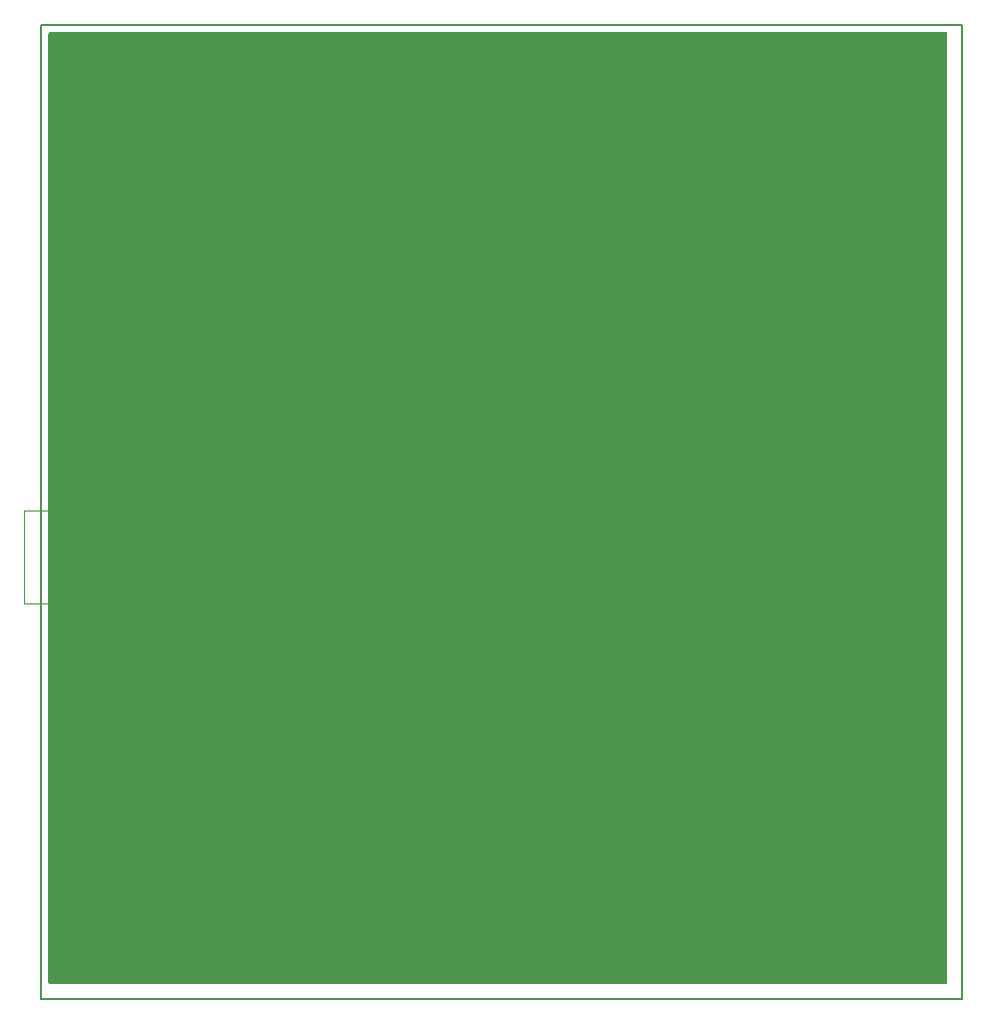
<source format=gbr>
%TF.GenerationSoftware,KiCad,Pcbnew,7.0.7*%
%TF.CreationDate,2023-10-14T16:44:54+02:00*%
%TF.ProjectId,Osc_fisso,4f73635f-6669-4737-936f-2e6b69636164,rev?*%
%TF.SameCoordinates,Original*%
%TF.FileFunction,Soldermask,Top*%
%TF.FilePolarity,Negative*%
%FSLAX46Y46*%
G04 Gerber Fmt 4.6, Leading zero omitted, Abs format (unit mm)*
G04 Created by KiCad (PCBNEW 7.0.7) date 2023-10-14 16:44:54*
%MOMM*%
%LPD*%
G01*
G04 APERTURE LIST*
%ADD10C,1.600000*%
%ADD11O,1.600000X1.600000*%
%ADD12R,2.000000X2.000000*%
%ADD13C,2.000000*%
%ADD14R,2.500000X3.000000*%
%ADD15C,1.524000*%
%ADD16O,2.000000X2.000000*%
%ADD17R,2.000000X4.000000*%
%ADD18O,2.000000X3.300000*%
%ADD19O,3.500000X2.000000*%
%ADD20R,1.500000X1.050000*%
%ADD21O,1.500000X1.050000*%
%ADD22R,1.700000X1.700000*%
%ADD23O,1.700000X1.700000*%
%ADD24C,2.050000*%
%ADD25C,2.250000*%
%ADD26R,1.600000X1.600000*%
%ADD27R,1.524000X1.524000*%
%TA.AperFunction,EtchedComponent*%
%ADD28C,0.200000*%
%TD*%
%TA.AperFunction,ComponentPad*%
%ADD29C,1.600000*%
%TD*%
%TA.AperFunction,ComponentPad*%
%ADD30O,1.600000X1.600000*%
%TD*%
%TA.AperFunction,ComponentPad*%
%ADD31R,2.000000X2.000000*%
%TD*%
%TA.AperFunction,ComponentPad*%
%ADD32C,2.000000*%
%TD*%
%TA.AperFunction,ComponentPad*%
%ADD33R,2.500000X3.000000*%
%TD*%
%TA.AperFunction,ComponentPad*%
%ADD34C,1.524000*%
%TD*%
%TA.AperFunction,ComponentPad*%
%ADD35O,2.000000X2.000000*%
%TD*%
%TA.AperFunction,ComponentPad*%
%ADD36R,2.000000X4.000000*%
%TD*%
%TA.AperFunction,ComponentPad*%
%ADD37O,2.000000X3.300000*%
%TD*%
%TA.AperFunction,ComponentPad*%
%ADD38O,3.500000X2.000000*%
%TD*%
%TA.AperFunction,ComponentPad*%
%ADD39R,1.500000X1.050000*%
%TD*%
%TA.AperFunction,ComponentPad*%
%ADD40O,1.500000X1.050000*%
%TD*%
%TA.AperFunction,ComponentPad*%
%ADD41R,1.700000X1.700000*%
%TD*%
%TA.AperFunction,ComponentPad*%
%ADD42O,1.700000X1.700000*%
%TD*%
%TA.AperFunction,ComponentPad*%
%ADD43C,2.050000*%
%TD*%
%TA.AperFunction,ComponentPad*%
%ADD44C,2.250000*%
%TD*%
%TA.AperFunction,ComponentPad*%
%ADD45R,1.600000X1.600000*%
%TD*%
%TA.AperFunction,ComponentPad*%
%ADD46R,1.524000X1.524000*%
%TD*%
%TA.AperFunction,ViaPad*%
%ADD47C,0.800000*%
%TD*%
%TA.AperFunction,Conductor*%
%ADD48C,0.304800*%
%TD*%
%ADD49C,0.150000*%
%ADD50C,0.100000*%
%ADD51C,0.120000*%
%TA.AperFunction,Profile*%
%ADD52C,0.100000*%
%TD*%
G04 APERTURE END LIST*
D10*
%TO.C,C2*%
X155655000Y-118110000D03*
D11*
X165655000Y-118110000D03*
%TD*%
D10*
%TO.C,C3*%
X121920000Y-111205000D03*
D11*
X121920000Y-121205000D03*
%TD*%
D12*
%TO.C,SW1*%
X113030000Y-78105000D03*
D13*
X118030000Y-78105000D03*
X115530000Y-78105000D03*
D14*
X109930000Y-70605000D03*
X121130000Y-70605000D03*
D13*
X113030000Y-63605000D03*
X118030000Y-63605000D03*
%TD*%
D15*
%TO.C,Oled_128x64_I2C1*%
X152679000Y-78740000D03*
X152679000Y-76200000D03*
X152679000Y-73660000D03*
X152679000Y-71120000D03*
%TD*%
D12*
%TO.C,C4*%
X130690000Y-130175000D03*
D16*
X115690000Y-130175000D03*
%TD*%
D10*
%TO.C,R5*%
X135255000Y-130175000D03*
D11*
X150495000Y-130175000D03*
%TD*%
D10*
%TO.C,J1*%
X105300000Y-115785000D03*
D17*
X114300000Y-115785000D03*
D18*
X108300000Y-115785000D03*
D19*
X107300000Y-111285000D03*
X107300000Y-120285000D03*
%TD*%
D20*
%TO.C,Q1*%
X148590000Y-116205000D03*
D21*
X148590000Y-117475000D03*
X148590000Y-118745000D03*
%TD*%
D22*
%TO.C,J2*%
X105410000Y-125095000D03*
D23*
X105410000Y-127635000D03*
X105410000Y-130175000D03*
%TD*%
D10*
%TO.C,R3*%
X127000000Y-119380000D03*
D11*
X142240000Y-119380000D03*
%TD*%
D24*
%TO.C,ANT1*%
X172720000Y-119380000D03*
D25*
X170180000Y-116840000D03*
X170180000Y-121920000D03*
X175260000Y-116840000D03*
X175260000Y-121920000D03*
%TD*%
D26*
%TO.C,A1*%
X142240000Y-90170000D03*
D11*
X139700000Y-90170000D03*
X137160000Y-90170000D03*
X134620000Y-90170000D03*
X132080000Y-90170000D03*
X129540000Y-90170000D03*
X127000000Y-90170000D03*
X124460000Y-90170000D03*
X121920000Y-90170000D03*
X119380000Y-90170000D03*
X116840000Y-90170000D03*
X114300000Y-90170000D03*
X111760000Y-90170000D03*
X109220000Y-90170000D03*
X106680000Y-90170000D03*
X106680000Y-105410000D03*
X109220000Y-105410000D03*
X111760000Y-105410000D03*
X114300000Y-105410000D03*
X116840000Y-105410000D03*
X119380000Y-105410000D03*
X121920000Y-105410000D03*
X124460000Y-105410000D03*
X127000000Y-105410000D03*
X129540000Y-105410000D03*
X132080000Y-105410000D03*
X134620000Y-105410000D03*
X137160000Y-105410000D03*
X139700000Y-105410000D03*
X142240000Y-105410000D03*
%TD*%
D10*
%TO.C,R2*%
X127000000Y-123825000D03*
D11*
X142240000Y-123825000D03*
%TD*%
D10*
%TO.C,R4*%
X142240000Y-114300000D03*
D11*
X127000000Y-114300000D03*
%TD*%
D27*
%TO.C,U1*%
X157480000Y-103505000D03*
D15*
X157480000Y-100965000D03*
X157480000Y-98425000D03*
X157480000Y-95885000D03*
X157480000Y-93345000D03*
X157480000Y-90805000D03*
X157480000Y-88265000D03*
%TD*%
D10*
%TO.C,R1*%
X155575000Y-128270000D03*
D11*
X170815000Y-128270000D03*
%TD*%
D10*
%TO.C,C5*%
X155655000Y-122555000D03*
D11*
X165655000Y-122555000D03*
%TD*%
D10*
%TO.C,C1*%
X155655000Y-113665000D03*
D11*
X165655000Y-113665000D03*
%TD*%
D20*
%TO.C,Q2*%
X148590000Y-123190000D03*
D21*
X148590000Y-124460000D03*
X148590000Y-125730000D03*
%TD*%
G36*
X178378039Y-53359685D02*
G01*
X178423794Y-53412489D01*
X178435000Y-53464000D01*
X178435000Y-133861000D01*
X178415315Y-133928039D01*
X178362511Y-133973794D01*
X178311000Y-133985000D01*
X102993027Y-133985000D01*
X102925988Y-133965315D01*
X102880233Y-133912511D01*
X102869031Y-133861976D01*
X102235984Y-53464976D01*
X102255140Y-53397784D01*
X102307582Y-53351615D01*
X102359980Y-53340000D01*
X178311000Y-53340000D01*
X178378039Y-53359685D01*
G37*
G36*
X178378039Y-53359685D02*
G01*
X178423794Y-53412489D01*
X178435000Y-53464000D01*
X178435000Y-133861000D01*
X178415315Y-133928039D01*
X178362511Y-133973794D01*
X178311000Y-133985000D01*
X102993027Y-133985000D01*
X102925988Y-133965315D01*
X102880233Y-133912511D01*
X102869031Y-133861976D01*
X102235984Y-53464976D01*
X102255140Y-53397784D01*
X102307582Y-53351615D01*
X102359980Y-53340000D01*
X178311000Y-53340000D01*
X178378039Y-53359685D01*
G37*
G36*
X178378039Y-53359685D02*
G01*
X178423794Y-53412489D01*
X178435000Y-53464000D01*
X178435000Y-133861000D01*
X178415315Y-133928039D01*
X178362511Y-133973794D01*
X178311000Y-133985000D01*
X102993027Y-133985000D01*
X102925988Y-133965315D01*
X102880233Y-133912511D01*
X102869031Y-133861976D01*
X102235984Y-53464976D01*
X102255140Y-53397784D01*
X102307582Y-53351615D01*
X102359980Y-53340000D01*
X178311000Y-53340000D01*
X178378039Y-53359685D01*
G37*
D28*
%TO.C,U1*%
X177165000Y-85090000D02*
X173355000Y-85090000D01*
X173355000Y-85090000D02*
X173355000Y-87630000D01*
X173355000Y-87630000D02*
X177165000Y-87630000D01*
X177165000Y-87630000D02*
X177165000Y-85090000D01*
G36*
X177165000Y-85090000D02*
G01*
X173355000Y-85090000D01*
X173355000Y-87630000D01*
X177165000Y-87630000D01*
X177165000Y-85090000D01*
G37*
X177165000Y-94615000D02*
X173355000Y-94615000D01*
X173355000Y-94615000D02*
X173355000Y-97155000D01*
X173355000Y-97155000D02*
X177165000Y-97155000D01*
X177165000Y-97155000D02*
X177165000Y-94615000D01*
G36*
X177165000Y-94615000D02*
G01*
X173355000Y-94615000D01*
X173355000Y-97155000D01*
X177165000Y-97155000D01*
X177165000Y-94615000D01*
G37*
X177165000Y-102870000D02*
X173355000Y-102870000D01*
X173355000Y-102870000D02*
X173355000Y-105410000D01*
X173355000Y-105410000D02*
X177165000Y-105410000D01*
X177165000Y-105410000D02*
X177165000Y-102870000D01*
G36*
X177165000Y-102870000D02*
G01*
X173355000Y-102870000D01*
X173355000Y-105410000D01*
X177165000Y-105410000D01*
X177165000Y-102870000D01*
G37*
%TD*%
D29*
%TO.P,C2,1*%
%TO.N,Net-(Q1-C)*%
X155655000Y-118110000D03*
D30*
%TO.P,C2,2*%
%TO.N,GND*%
X165655000Y-118110000D03*
%TD*%
D29*
%TO.P,C3,1*%
%TO.N,Net-(C3-Pad1)*%
X121920000Y-111205000D03*
D30*
%TO.P,C3,2*%
%TO.N,Net-(C3-Pad2)*%
X121920000Y-121205000D03*
%TD*%
D31*
%TO.P,SW1,A,A*%
%TO.N,Net-(A1-D3)*%
X113030000Y-78105000D03*
D32*
%TO.P,SW1,B,B*%
%TO.N,Net-(A1-D2)*%
X118030000Y-78105000D03*
%TO.P,SW1,C,C*%
%TO.N,GND*%
X115530000Y-78105000D03*
D33*
%TO.P,SW1,MP*%
X109930000Y-70605000D03*
X121130000Y-70605000D03*
D32*
%TO.P,SW1,S1,S1*%
X113030000Y-63605000D03*
%TO.P,SW1,S2,S2*%
%TO.N,Net-(A1-D4)*%
X118030000Y-63605000D03*
%TD*%
D34*
%TO.P,Oled_128x64_I2C1,1,GND*%
%TO.N,GND*%
X152679000Y-78740000D03*
%TO.P,Oled_128x64_I2C1,2,Vcc*%
%TO.N,+3V3*%
X152679000Y-76200000D03*
%TO.P,Oled_128x64_I2C1,3,SCL*%
%TO.N,Net-(A1-A5)*%
X152679000Y-73660000D03*
%TO.P,Oled_128x64_I2C1,4,SDA*%
%TO.N,Net-(A1-A4)*%
X152679000Y-71120000D03*
%TD*%
D31*
%TO.P,C4,1*%
%TO.N,+9V*%
X130690000Y-130175000D03*
D35*
%TO.P,C4,2*%
%TO.N,Net-(C4-Pad2)*%
X115690000Y-130175000D03*
%TD*%
D29*
%TO.P,R5,1*%
%TO.N,+9V*%
X135255000Y-130175000D03*
D30*
%TO.P,R5,2*%
%TO.N,Net-(Q1-C)*%
X150495000Y-130175000D03*
%TD*%
D36*
%TO.P,J1,1*%
%TO.N,Net-(C4-Pad2)*%
X114300000Y-115785000D03*
D37*
%TO.P,J1,2*%
%TO.N,Net-(C3-Pad2)*%
X108300000Y-115785000D03*
D38*
%TO.P,J1,MP*%
%TO.N,GND*%
X107300000Y-111285000D03*
X107300000Y-120285000D03*
%TD*%
D39*
%TO.P,Q1,1,E*%
%TO.N,GND*%
X148590000Y-116205000D03*
D40*
%TO.P,Q1,2,B*%
%TO.N,Net-(Q1-B)*%
X148590000Y-117475000D03*
%TO.P,Q1,3,C*%
%TO.N,Net-(Q1-C)*%
X148590000Y-118745000D03*
%TD*%
D41*
%TO.P,J2,1,Pin_1*%
%TO.N,+3V3*%
X105410000Y-125095000D03*
D42*
%TO.P,J2,2,Pin_2*%
%TO.N,GND*%
X105410000Y-127635000D03*
%TO.P,J2,3,Pin_3*%
%TO.N,+9V*%
X105410000Y-130175000D03*
%TD*%
D29*
%TO.P,R3,1*%
%TO.N,Net-(Q1-C)*%
X127000000Y-119380000D03*
D30*
%TO.P,R3,2*%
%TO.N,Net-(Q1-B)*%
X142240000Y-119380000D03*
%TD*%
D43*
%TO.P,ANT1,1,A*%
%TO.N,Net-(ANT1-A)*%
X172720000Y-119380000D03*
D44*
%TO.P,ANT1,2*%
%TO.N,GND*%
X170180000Y-116840000D03*
X170180000Y-121920000D03*
X175260000Y-116840000D03*
X175260000Y-121920000D03*
%TD*%
D45*
%TO.P,A1,1,D1/TX*%
%TO.N,unconnected-(A1-D1{slash}TX-Pad1)*%
X142240000Y-90170000D03*
D30*
%TO.P,A1,2,D0/RX*%
%TO.N,unconnected-(A1-D0{slash}RX-Pad2)*%
X139700000Y-90170000D03*
%TO.P,A1,3,~{RESET}*%
%TO.N,unconnected-(A1-~{RESET}-Pad3)*%
X137160000Y-90170000D03*
%TO.P,A1,4,GND*%
%TO.N,GND*%
X134620000Y-90170000D03*
%TO.P,A1,5,D2*%
%TO.N,Net-(A1-D2)*%
X132080000Y-90170000D03*
%TO.P,A1,6,D3*%
%TO.N,Net-(A1-D3)*%
X129540000Y-90170000D03*
%TO.P,A1,7,D4*%
%TO.N,Net-(A1-D4)*%
X127000000Y-90170000D03*
%TO.P,A1,8,D5*%
%TO.N,unconnected-(A1-D5-Pad8)*%
X124460000Y-90170000D03*
%TO.P,A1,9,D6*%
%TO.N,unconnected-(A1-D6-Pad9)*%
X121920000Y-90170000D03*
%TO.P,A1,10,D7*%
%TO.N,unconnected-(A1-D7-Pad10)*%
X119380000Y-90170000D03*
%TO.P,A1,11,D8*%
%TO.N,unconnected-(A1-D8-Pad11)*%
X116840000Y-90170000D03*
%TO.P,A1,12,D9*%
%TO.N,unconnected-(A1-D9-Pad12)*%
X114300000Y-90170000D03*
%TO.P,A1,13,D10*%
%TO.N,unconnected-(A1-D10-Pad13)*%
X111760000Y-90170000D03*
%TO.P,A1,14,D11*%
%TO.N,unconnected-(A1-D11-Pad14)*%
X109220000Y-90170000D03*
%TO.P,A1,15,D12*%
%TO.N,unconnected-(A1-D12-Pad15)*%
X106680000Y-90170000D03*
%TO.P,A1,16,D13*%
%TO.N,unconnected-(A1-D13-Pad16)*%
X106680000Y-105410000D03*
%TO.P,A1,17,3V3*%
%TO.N,+3V3*%
X109220000Y-105410000D03*
%TO.P,A1,18,AREF*%
%TO.N,unconnected-(A1-AREF-Pad18)*%
X111760000Y-105410000D03*
%TO.P,A1,19,A0*%
%TO.N,unconnected-(A1-A0-Pad19)*%
X114300000Y-105410000D03*
%TO.P,A1,20,A1*%
%TO.N,unconnected-(A1-A1-Pad20)*%
X116840000Y-105410000D03*
%TO.P,A1,21,A2*%
%TO.N,unconnected-(A1-A2-Pad21)*%
X119380000Y-105410000D03*
%TO.P,A1,22,A3*%
%TO.N,unconnected-(A1-A3-Pad22)*%
X121920000Y-105410000D03*
%TO.P,A1,23,A4*%
%TO.N,Net-(A1-A4)*%
X124460000Y-105410000D03*
%TO.P,A1,24,A5*%
%TO.N,Net-(A1-A5)*%
X127000000Y-105410000D03*
%TO.P,A1,25,A6*%
%TO.N,unconnected-(A1-A6-Pad25)*%
X129540000Y-105410000D03*
%TO.P,A1,26,A7*%
%TO.N,unconnected-(A1-A7-Pad26)*%
X132080000Y-105410000D03*
%TO.P,A1,27,+5V*%
%TO.N,unconnected-(A1-+5V-Pad27)*%
X134620000Y-105410000D03*
%TO.P,A1,28,~{RESET}*%
%TO.N,unconnected-(A1-~{RESET}-Pad28)*%
X137160000Y-105410000D03*
%TO.P,A1,29,GND*%
%TO.N,GND*%
X139700000Y-105410000D03*
%TO.P,A1,30,VIN*%
%TO.N,unconnected-(A1-VIN-Pad30)*%
X142240000Y-105410000D03*
%TD*%
D29*
%TO.P,R2,1*%
%TO.N,Net-(ANT1-A)*%
X127000000Y-123825000D03*
D30*
%TO.P,R2,2*%
%TO.N,Net-(Q1-C)*%
X142240000Y-123825000D03*
%TD*%
D29*
%TO.P,R4,1*%
%TO.N,Net-(Q1-B)*%
X142240000Y-114300000D03*
D30*
%TO.P,R4,2*%
%TO.N,Net-(C3-Pad1)*%
X127000000Y-114300000D03*
%TD*%
D46*
%TO.P,U1,1,VDD*%
%TO.N,+3V3*%
X157480000Y-103505000D03*
D34*
%TO.P,U1,2,XA*%
%TO.N,unconnected-(U1-XA-Pad2)*%
X157480000Y-100965000D03*
%TO.P,U1,3,XB*%
%TO.N,Net-(A1-A4)*%
X157480000Y-98425000D03*
%TO.P,U1,4,SCL*%
%TO.N,Net-(A1-A5)*%
X157480000Y-95885000D03*
%TO.P,U1,5,SDA*%
%TO.N,N/C*%
X157480000Y-93345000D03*
%TO.P,U1,6,CLK2*%
%TO.N,unconnected-(U1-CLK2-Pad6)*%
X157480000Y-90805000D03*
%TO.P,U1,7,VDDO*%
%TO.N,Net-(U1-CLK0)*%
X157480000Y-88265000D03*
%TD*%
D29*
%TO.P,R1,1*%
%TO.N,Net-(Q2-B)*%
X155575000Y-128270000D03*
D30*
%TO.P,R1,2*%
%TO.N,Net-(ANT1-A)*%
X170815000Y-128270000D03*
%TD*%
D29*
%TO.P,C5,1*%
%TO.N,Net-(Q2-B)*%
X155655000Y-122555000D03*
D30*
%TO.P,C5,2*%
%TO.N,Net-(U1-CLK0)*%
X165655000Y-122555000D03*
%TD*%
D29*
%TO.P,C1,1*%
%TO.N,Net-(ANT1-A)*%
X155655000Y-113665000D03*
D30*
%TO.P,C1,2*%
%TO.N,GND*%
X165655000Y-113665000D03*
%TD*%
D39*
%TO.P,Q2,1,E*%
%TO.N,GND*%
X148590000Y-123190000D03*
D40*
%TO.P,Q2,2,B*%
%TO.N,Net-(Q2-B)*%
X148590000Y-124460000D03*
%TO.P,Q2,3,C*%
%TO.N,Net-(ANT1-A)*%
X148590000Y-125730000D03*
%TD*%
D47*
%TO.N,Net-(A1-A4)*%
X124460000Y-98425000D03*
%TO.N,Net-(A1-A5)*%
X127000000Y-95885000D03*
%TO.N,Net-(U1-CLK0)*%
X168275000Y-88265000D03*
%TD*%
D48*
%TO.N,Net-(A1-A4)*%
X124460000Y-98425000D02*
X124460000Y-105410000D01*
%TO.N,Net-(A1-A5)*%
X127000000Y-95885000D02*
X127000000Y-105410000D01*
%TO.N,Net-(U1-CLK0)*%
X168275000Y-88265000D02*
X157480000Y-88265000D01*
%TD*%
%TA.AperFunction,Conductor*%
%TO.N,GND*%
G36*
X178378039Y-53994685D02*
G01*
X178423794Y-54047489D01*
X178435000Y-54099000D01*
X178435000Y-133861000D01*
X178415315Y-133928039D01*
X178362511Y-133973794D01*
X178311000Y-133985000D01*
X102359000Y-133985000D01*
X102291961Y-133965315D01*
X102246206Y-133912511D01*
X102235000Y-133861000D01*
X102235000Y-130175000D01*
X104054341Y-130175000D01*
X104074936Y-130410403D01*
X104074938Y-130410413D01*
X104136094Y-130638655D01*
X104136096Y-130638659D01*
X104136097Y-130638663D01*
X104224262Y-130827732D01*
X104235965Y-130852830D01*
X104235967Y-130852834D01*
X104344281Y-131007521D01*
X104371505Y-131046401D01*
X104538599Y-131213495D01*
X104635384Y-131281264D01*
X104732165Y-131349032D01*
X104732167Y-131349033D01*
X104732170Y-131349035D01*
X104946337Y-131448903D01*
X105174592Y-131510063D01*
X105362918Y-131526539D01*
X105409999Y-131530659D01*
X105410000Y-131530659D01*
X105410001Y-131530659D01*
X105449234Y-131527226D01*
X105645408Y-131510063D01*
X105873663Y-131448903D01*
X106087830Y-131349035D01*
X106281401Y-131213495D01*
X106448495Y-131046401D01*
X106584035Y-130852830D01*
X106683903Y-130638663D01*
X106745063Y-130410408D01*
X106765659Y-130175005D01*
X114184357Y-130175005D01*
X114204890Y-130422812D01*
X114204892Y-130422824D01*
X114265936Y-130663881D01*
X114365826Y-130891606D01*
X114501833Y-131099782D01*
X114501836Y-131099785D01*
X114670256Y-131282738D01*
X114866491Y-131435474D01*
X115085190Y-131553828D01*
X115320386Y-131634571D01*
X115565665Y-131675500D01*
X115814335Y-131675500D01*
X116059614Y-131634571D01*
X116294810Y-131553828D01*
X116513509Y-131435474D01*
X116709744Y-131282738D01*
X116764856Y-131222870D01*
X129189500Y-131222870D01*
X129189501Y-131222876D01*
X129195908Y-131282483D01*
X129246202Y-131417328D01*
X129246206Y-131417335D01*
X129332452Y-131532544D01*
X129332455Y-131532547D01*
X129447664Y-131618793D01*
X129447671Y-131618797D01*
X129582517Y-131669091D01*
X129582516Y-131669091D01*
X129589444Y-131669835D01*
X129642127Y-131675500D01*
X131737872Y-131675499D01*
X131797483Y-131669091D01*
X131932331Y-131618796D01*
X132047546Y-131532546D01*
X132133796Y-131417331D01*
X132184091Y-131282483D01*
X132190500Y-131222873D01*
X132190500Y-130175001D01*
X133949532Y-130175001D01*
X133969364Y-130401686D01*
X133969366Y-130401697D01*
X134028258Y-130621488D01*
X134028261Y-130621497D01*
X134124431Y-130827732D01*
X134124432Y-130827734D01*
X134254954Y-131014141D01*
X134415858Y-131175045D01*
X134415861Y-131175047D01*
X134602266Y-131305568D01*
X134808504Y-131401739D01*
X135028308Y-131460635D01*
X135190230Y-131474801D01*
X135254998Y-131480468D01*
X135255000Y-131480468D01*
X135255002Y-131480468D01*
X135311672Y-131475509D01*
X135481692Y-131460635D01*
X135701496Y-131401739D01*
X135907734Y-131305568D01*
X136094139Y-131175047D01*
X136255047Y-131014139D01*
X136385568Y-130827734D01*
X136481739Y-130621496D01*
X136540635Y-130401692D01*
X136560468Y-130175001D01*
X149189532Y-130175001D01*
X149209364Y-130401686D01*
X149209366Y-130401697D01*
X149268258Y-130621488D01*
X149268261Y-130621497D01*
X149364431Y-130827732D01*
X149364432Y-130827734D01*
X149494954Y-131014141D01*
X149655858Y-131175045D01*
X149655861Y-131175047D01*
X149842266Y-131305568D01*
X150048504Y-131401739D01*
X150268308Y-131460635D01*
X150430230Y-131474801D01*
X150494998Y-131480468D01*
X150495000Y-131480468D01*
X150495002Y-131480468D01*
X150551673Y-131475509D01*
X150721692Y-131460635D01*
X150941496Y-131401739D01*
X151147734Y-131305568D01*
X151334139Y-131175047D01*
X151495047Y-131014139D01*
X151625568Y-130827734D01*
X151721739Y-130621496D01*
X151780635Y-130401692D01*
X151800468Y-130175000D01*
X151800467Y-130174994D01*
X151780635Y-129948313D01*
X151780635Y-129948308D01*
X151721739Y-129728504D01*
X151625568Y-129522266D01*
X151495047Y-129335861D01*
X151495045Y-129335858D01*
X151334141Y-129174954D01*
X151147734Y-129044432D01*
X151147732Y-129044431D01*
X150941497Y-128948261D01*
X150941488Y-128948258D01*
X150721697Y-128889366D01*
X150721693Y-128889365D01*
X150721692Y-128889365D01*
X150721691Y-128889364D01*
X150721686Y-128889364D01*
X150495002Y-128869532D01*
X150494998Y-128869532D01*
X150268313Y-128889364D01*
X150268302Y-128889366D01*
X150048511Y-128948258D01*
X150048502Y-128948261D01*
X149842267Y-129044431D01*
X149842265Y-129044432D01*
X149655858Y-129174954D01*
X149494954Y-129335858D01*
X149364432Y-129522265D01*
X149364431Y-129522267D01*
X149268261Y-129728502D01*
X149268258Y-129728511D01*
X149209366Y-129948302D01*
X149209364Y-129948313D01*
X149189532Y-130174998D01*
X149189532Y-130175001D01*
X136560468Y-130175001D01*
X136560468Y-130175000D01*
X136560467Y-130174994D01*
X136540635Y-129948313D01*
X136540635Y-129948308D01*
X136481739Y-129728504D01*
X136385568Y-129522266D01*
X136255047Y-129335861D01*
X136255045Y-129335858D01*
X136094141Y-129174954D01*
X135907734Y-129044432D01*
X135907732Y-129044431D01*
X135701497Y-128948261D01*
X135701488Y-128948258D01*
X135481697Y-128889366D01*
X135481693Y-128889365D01*
X135481692Y-128889365D01*
X135481691Y-128889364D01*
X135481686Y-128889364D01*
X135255002Y-128869532D01*
X135254998Y-128869532D01*
X135028313Y-128889364D01*
X135028302Y-128889366D01*
X134808511Y-128948258D01*
X134808502Y-128948261D01*
X134602267Y-129044431D01*
X134602265Y-129044432D01*
X134415858Y-129174954D01*
X134254954Y-129335858D01*
X134124432Y-129522265D01*
X134124431Y-129522267D01*
X134028261Y-129728502D01*
X134028258Y-129728511D01*
X133969366Y-129948302D01*
X133969364Y-129948313D01*
X133949532Y-130174998D01*
X133949532Y-130175001D01*
X132190500Y-130175001D01*
X132190499Y-129127128D01*
X132184091Y-129067517D01*
X132175480Y-129044431D01*
X132133797Y-128932671D01*
X132133793Y-128932664D01*
X132047547Y-128817455D01*
X132047544Y-128817452D01*
X131932335Y-128731206D01*
X131932328Y-128731202D01*
X131797482Y-128680908D01*
X131797483Y-128680908D01*
X131737883Y-128674501D01*
X131737881Y-128674500D01*
X131737873Y-128674500D01*
X131737864Y-128674500D01*
X129642129Y-128674500D01*
X129642123Y-128674501D01*
X129582516Y-128680908D01*
X129447671Y-128731202D01*
X129447664Y-128731206D01*
X129332455Y-128817452D01*
X129332452Y-128817455D01*
X129246206Y-128932664D01*
X129246202Y-128932671D01*
X129195908Y-129067517D01*
X129189501Y-129127116D01*
X129189501Y-129127123D01*
X129189500Y-129127135D01*
X129189500Y-131222870D01*
X116764856Y-131222870D01*
X116878164Y-131099785D01*
X117014173Y-130891607D01*
X117114063Y-130663881D01*
X117175108Y-130422821D01*
X117176137Y-130410403D01*
X117195643Y-130175005D01*
X117195643Y-130174994D01*
X117175109Y-129927187D01*
X117175107Y-129927175D01*
X117114063Y-129686118D01*
X117014173Y-129458393D01*
X116878166Y-129250217D01*
X116773489Y-129136508D01*
X116709744Y-129067262D01*
X116513509Y-128914526D01*
X116513507Y-128914525D01*
X116513506Y-128914524D01*
X116294811Y-128796172D01*
X116294802Y-128796169D01*
X116059616Y-128715429D01*
X115814335Y-128674500D01*
X115565665Y-128674500D01*
X115320383Y-128715429D01*
X115085197Y-128796169D01*
X115085188Y-128796172D01*
X114866493Y-128914524D01*
X114670257Y-129067261D01*
X114501833Y-129250217D01*
X114365826Y-129458393D01*
X114265936Y-129686118D01*
X114204892Y-129927175D01*
X114204890Y-129927187D01*
X114184357Y-130174994D01*
X114184357Y-130175005D01*
X106765659Y-130175005D01*
X106765659Y-130175000D01*
X106765658Y-130174994D01*
X106745826Y-129948313D01*
X106745063Y-129939592D01*
X106683903Y-129711337D01*
X106584035Y-129497171D01*
X106556883Y-129458393D01*
X106448494Y-129303597D01*
X106281402Y-129136506D01*
X106281401Y-129136505D01*
X106095405Y-129006269D01*
X106051781Y-128951692D01*
X106044588Y-128882193D01*
X106076110Y-128819839D01*
X106095405Y-128803119D01*
X106281082Y-128673105D01*
X106448105Y-128506082D01*
X106583600Y-128312578D01*
X106603454Y-128270001D01*
X154269532Y-128270001D01*
X154289364Y-128496686D01*
X154289366Y-128496697D01*
X154348258Y-128716488D01*
X154348261Y-128716497D01*
X154444431Y-128922732D01*
X154444432Y-128922734D01*
X154574954Y-129109141D01*
X154735858Y-129270045D01*
X154735861Y-129270047D01*
X154922266Y-129400568D01*
X155128504Y-129496739D01*
X155128509Y-129496740D01*
X155128511Y-129496741D01*
X155130116Y-129497171D01*
X155348308Y-129555635D01*
X155510230Y-129569801D01*
X155574998Y-129575468D01*
X155575000Y-129575468D01*
X155575002Y-129575468D01*
X155631673Y-129570509D01*
X155801692Y-129555635D01*
X156021496Y-129496739D01*
X156227734Y-129400568D01*
X156414139Y-129270047D01*
X156575047Y-129109139D01*
X156705568Y-128922734D01*
X156801739Y-128716496D01*
X156860635Y-128496692D01*
X156880468Y-128270001D01*
X169509532Y-128270001D01*
X169529364Y-128496686D01*
X169529366Y-128496697D01*
X169588258Y-128716488D01*
X169588261Y-128716497D01*
X169684431Y-128922732D01*
X169684432Y-128922734D01*
X169814954Y-129109141D01*
X169975858Y-129270045D01*
X169975861Y-129270047D01*
X170162266Y-129400568D01*
X170368504Y-129496739D01*
X170368509Y-129496740D01*
X170368511Y-129496741D01*
X170370116Y-129497171D01*
X170588308Y-129555635D01*
X170750230Y-129569801D01*
X170814998Y-129575468D01*
X170815000Y-129575468D01*
X170815002Y-129575468D01*
X170871672Y-129570509D01*
X171041692Y-129555635D01*
X171261496Y-129496739D01*
X171467734Y-129400568D01*
X171654139Y-129270047D01*
X171815047Y-129109139D01*
X171945568Y-128922734D01*
X172041739Y-128716496D01*
X172100635Y-128496692D01*
X172120468Y-128270000D01*
X172100635Y-128043308D01*
X172041739Y-127823504D01*
X171945568Y-127617266D01*
X171815047Y-127430861D01*
X171815045Y-127430858D01*
X171654141Y-127269954D01*
X171467734Y-127139432D01*
X171467732Y-127139431D01*
X171261497Y-127043261D01*
X171261488Y-127043258D01*
X171041697Y-126984366D01*
X171041693Y-126984365D01*
X171041692Y-126984365D01*
X171041691Y-126984364D01*
X171041686Y-126984364D01*
X170815002Y-126964532D01*
X170814998Y-126964532D01*
X170588313Y-126984364D01*
X170588302Y-126984366D01*
X170368511Y-127043258D01*
X170368502Y-127043261D01*
X170162267Y-127139431D01*
X170162265Y-127139432D01*
X169975858Y-127269954D01*
X169814954Y-127430858D01*
X169684432Y-127617265D01*
X169684431Y-127617267D01*
X169588261Y-127823502D01*
X169588258Y-127823511D01*
X169529366Y-128043302D01*
X169529364Y-128043313D01*
X169509532Y-128269998D01*
X169509532Y-128270001D01*
X156880468Y-128270001D01*
X156880468Y-128270000D01*
X156860635Y-128043308D01*
X156801739Y-127823504D01*
X156705568Y-127617266D01*
X156575047Y-127430861D01*
X156575045Y-127430858D01*
X156414141Y-127269954D01*
X156227734Y-127139432D01*
X156227732Y-127139431D01*
X156021497Y-127043261D01*
X156021488Y-127043258D01*
X155801697Y-126984366D01*
X155801693Y-126984365D01*
X155801692Y-126984365D01*
X155801691Y-126984364D01*
X155801686Y-126984364D01*
X155575002Y-126964532D01*
X155574998Y-126964532D01*
X155348313Y-126984364D01*
X155348302Y-126984366D01*
X155128511Y-127043258D01*
X155128502Y-127043261D01*
X154922267Y-127139431D01*
X154922265Y-127139432D01*
X154735858Y-127269954D01*
X154574954Y-127430858D01*
X154444432Y-127617265D01*
X154444431Y-127617267D01*
X154348261Y-127823502D01*
X154348258Y-127823511D01*
X154289366Y-128043302D01*
X154289364Y-128043313D01*
X154269532Y-128269998D01*
X154269532Y-128270001D01*
X106603454Y-128270001D01*
X106683429Y-128098492D01*
X106683432Y-128098486D01*
X106740636Y-127885000D01*
X106023347Y-127885000D01*
X105956308Y-127865315D01*
X105910553Y-127812511D01*
X105900609Y-127743353D01*
X105904369Y-127726067D01*
X105910000Y-127706888D01*
X105910000Y-127563111D01*
X105904369Y-127543933D01*
X105904370Y-127474064D01*
X105942145Y-127415286D01*
X106005701Y-127386262D01*
X106023347Y-127385000D01*
X106740636Y-127385000D01*
X106740635Y-127384999D01*
X106683432Y-127171513D01*
X106683429Y-127171507D01*
X106583600Y-126957422D01*
X106583599Y-126957420D01*
X106448113Y-126763926D01*
X106448108Y-126763920D01*
X106326053Y-126641865D01*
X106292568Y-126580542D01*
X106297552Y-126510850D01*
X106339424Y-126454917D01*
X106370400Y-126438002D01*
X106502331Y-126388796D01*
X106617546Y-126302546D01*
X106703796Y-126187331D01*
X106754091Y-126052483D01*
X106760500Y-125992873D01*
X106760500Y-125730000D01*
X147334538Y-125730000D01*
X147354337Y-125931031D01*
X147412978Y-126124345D01*
X147508198Y-126302488D01*
X147508201Y-126302492D01*
X147508202Y-126302494D01*
X147527688Y-126326238D01*
X147636352Y-126458647D01*
X147741985Y-126545337D01*
X147792506Y-126586798D01*
X147792509Y-126586799D01*
X147792511Y-126586801D01*
X147970654Y-126682021D01*
X147970656Y-126682021D01*
X147970659Y-126682023D01*
X148163967Y-126740662D01*
X148314620Y-126755500D01*
X148314623Y-126755500D01*
X148865377Y-126755500D01*
X148865380Y-126755500D01*
X149016033Y-126740662D01*
X149209341Y-126682023D01*
X149387494Y-126586798D01*
X149543647Y-126458647D01*
X149671798Y-126302494D01*
X149767023Y-126124341D01*
X149825662Y-125931033D01*
X149845462Y-125730000D01*
X149825662Y-125528967D01*
X149767023Y-125335659D01*
X149767021Y-125335656D01*
X149767021Y-125335654D01*
X149669632Y-125153452D01*
X149655390Y-125085049D01*
X149669632Y-125036545D01*
X149671796Y-125032496D01*
X149671798Y-125032494D01*
X149767023Y-124854341D01*
X149825662Y-124661033D01*
X149845462Y-124460000D01*
X149825662Y-124258967D01*
X149767023Y-124065659D01*
X149767020Y-124065653D01*
X149766513Y-124063982D01*
X149765890Y-123994115D01*
X149780098Y-123965420D01*
X149779101Y-123964876D01*
X149783350Y-123957093D01*
X149833597Y-123822376D01*
X149833598Y-123822372D01*
X149839999Y-123762844D01*
X149840000Y-123762827D01*
X149840000Y-123440000D01*
X149078192Y-123440000D01*
X149011153Y-123420315D01*
X148965398Y-123367511D01*
X148955454Y-123298353D01*
X148957987Y-123285559D01*
X148958551Y-123283329D01*
X148968886Y-123158605D01*
X148953202Y-123096670D01*
X148952637Y-123094438D01*
X148955262Y-123024619D01*
X148995219Y-122967302D01*
X149059820Y-122940686D01*
X149072843Y-122940000D01*
X149840000Y-122940000D01*
X149840000Y-122617172D01*
X149839999Y-122617155D01*
X149833598Y-122557627D01*
X149833596Y-122557620D01*
X149832619Y-122555001D01*
X154349532Y-122555001D01*
X154369364Y-122781686D01*
X154369366Y-122781697D01*
X154428258Y-123001488D01*
X154428261Y-123001497D01*
X154524431Y-123207732D01*
X154524432Y-123207734D01*
X154654954Y-123394141D01*
X154815858Y-123555045D01*
X154815861Y-123555047D01*
X155002266Y-123685568D01*
X155208504Y-123781739D01*
X155428308Y-123840635D01*
X155590230Y-123854801D01*
X155654998Y-123860468D01*
X155655000Y-123860468D01*
X155655002Y-123860468D01*
X155711672Y-123855509D01*
X155881692Y-123840635D01*
X156101496Y-123781739D01*
X156307734Y-123685568D01*
X156494139Y-123555047D01*
X156655047Y-123394139D01*
X156785568Y-123207734D01*
X156881739Y-123001496D01*
X156940635Y-122781692D01*
X156960468Y-122555001D01*
X164349532Y-122555001D01*
X164369364Y-122781686D01*
X164369366Y-122781697D01*
X164428258Y-123001488D01*
X164428261Y-123001497D01*
X164524431Y-123207732D01*
X164524432Y-123207734D01*
X164654954Y-123394141D01*
X164815858Y-123555045D01*
X164815861Y-123555047D01*
X165002266Y-123685568D01*
X165208504Y-123781739D01*
X165428308Y-123840635D01*
X165590230Y-123854801D01*
X165654998Y-123860468D01*
X165655000Y-123860468D01*
X165655002Y-123860468D01*
X165711673Y-123855509D01*
X165881692Y-123840635D01*
X166101496Y-123781739D01*
X166307734Y-123685568D01*
X166494139Y-123555047D01*
X166655047Y-123394139D01*
X166785568Y-123207734D01*
X166881739Y-123001496D01*
X166940635Y-122781692D01*
X166960468Y-122555000D01*
X166940635Y-122328308D01*
X166881739Y-122108504D01*
X166793838Y-121920000D01*
X168549975Y-121920000D01*
X168570042Y-122174989D01*
X168629752Y-122423702D01*
X168727634Y-122660012D01*
X168727636Y-122660015D01*
X168861275Y-122878095D01*
X168861286Y-122878110D01*
X168864533Y-122881911D01*
X168864535Y-122881911D01*
X169319476Y-122426970D01*
X169380799Y-122393485D01*
X169450490Y-122398469D01*
X169501665Y-122434375D01*
X169566300Y-122510468D01*
X169592009Y-122540735D01*
X169661191Y-122593326D01*
X169702647Y-122649564D01*
X169707118Y-122719291D01*
X169673830Y-122779721D01*
X169218087Y-123235464D01*
X169218087Y-123235465D01*
X169221888Y-123238712D01*
X169221898Y-123238719D01*
X169439984Y-123372363D01*
X169439987Y-123372365D01*
X169676297Y-123470247D01*
X169925011Y-123529957D01*
X169925010Y-123529957D01*
X170180000Y-123550024D01*
X170434989Y-123529957D01*
X170683702Y-123470247D01*
X170920012Y-123372365D01*
X170920015Y-123372363D01*
X171138103Y-123238719D01*
X171141912Y-123235464D01*
X170689746Y-122783299D01*
X170656261Y-122721976D01*
X170661245Y-122652285D01*
X170694586Y-122607442D01*
X170692550Y-122605292D01*
X170697429Y-122600669D01*
X170697431Y-122600669D01*
X170831658Y-122473523D01*
X170850652Y-122445507D01*
X170904563Y-122401068D01*
X170973945Y-122392828D01*
X171036768Y-122423408D01*
X171040966Y-122427414D01*
X171495464Y-122881912D01*
X171498719Y-122878103D01*
X171632363Y-122660015D01*
X171632365Y-122660012D01*
X171730247Y-122423702D01*
X171789957Y-122174989D01*
X171810024Y-121920000D01*
X173629975Y-121920000D01*
X173650042Y-122174989D01*
X173709752Y-122423702D01*
X173807634Y-122660012D01*
X173807636Y-122660015D01*
X173941275Y-122878095D01*
X173941286Y-122878110D01*
X173944533Y-122881911D01*
X173944535Y-122881911D01*
X174399476Y-122426970D01*
X174460799Y-122393485D01*
X174530490Y-122398469D01*
X174581665Y-122434375D01*
X174646300Y-122510468D01*
X174672009Y-122540735D01*
X174741191Y-122593326D01*
X174782647Y-122649564D01*
X174787118Y-122719291D01*
X174753830Y-122779721D01*
X174298087Y-123235464D01*
X174298087Y-123235465D01*
X174301888Y-123238712D01*
X174301898Y-123238719D01*
X174519984Y-123372363D01*
X174519987Y-123372365D01*
X174756297Y-123470247D01*
X175005011Y-123529957D01*
X175005010Y-123529957D01*
X175260000Y-123550024D01*
X175514989Y-123529957D01*
X175763702Y-123470247D01*
X176000012Y-123372365D01*
X176000015Y-123372363D01*
X176218103Y-123238719D01*
X176221912Y-123235464D01*
X175769746Y-122783299D01*
X175736261Y-122721976D01*
X175741245Y-122652285D01*
X175774586Y-122607442D01*
X175772550Y-122605292D01*
X175777429Y-122600669D01*
X175777431Y-122600669D01*
X175911658Y-122473523D01*
X175930652Y-122445507D01*
X175984563Y-122401068D01*
X176053945Y-122392828D01*
X176116768Y-122423408D01*
X176120966Y-122427414D01*
X176575464Y-122881912D01*
X176578719Y-122878103D01*
X176712363Y-122660015D01*
X176712365Y-122660012D01*
X176810247Y-122423702D01*
X176869957Y-122174989D01*
X176890024Y-121920000D01*
X176869957Y-121665010D01*
X176810247Y-121416297D01*
X176712365Y-121179987D01*
X176712363Y-121179984D01*
X176578719Y-120961898D01*
X176578712Y-120961888D01*
X176575465Y-120958087D01*
X176575464Y-120958087D01*
X176120523Y-121413028D01*
X176059200Y-121446513D01*
X175989508Y-121441529D01*
X175938334Y-121405624D01*
X175847991Y-121299265D01*
X175847991Y-121299264D01*
X175778806Y-121246672D01*
X175737351Y-121190432D01*
X175732882Y-121120706D01*
X175766169Y-121060277D01*
X176221911Y-120604535D01*
X176221911Y-120604533D01*
X176218110Y-120601286D01*
X176218095Y-120601275D01*
X176000015Y-120467636D01*
X176000012Y-120467634D01*
X175763702Y-120369752D01*
X175514988Y-120310042D01*
X175514989Y-120310042D01*
X175260000Y-120289975D01*
X175005010Y-120310042D01*
X174756297Y-120369752D01*
X174519987Y-120467634D01*
X174519984Y-120467636D01*
X174301897Y-120601280D01*
X174298087Y-120604534D01*
X174750253Y-121056700D01*
X174783738Y-121118023D01*
X174778754Y-121187715D01*
X174745467Y-121232614D01*
X174747450Y-121234707D01*
X174608342Y-121366476D01*
X174589347Y-121394493D01*
X174535433Y-121438933D01*
X174466050Y-121447171D01*
X174403228Y-121416590D01*
X174399033Y-121412586D01*
X173944534Y-120958087D01*
X173941280Y-120961897D01*
X173807636Y-121179984D01*
X173807634Y-121179987D01*
X173709752Y-121416297D01*
X173650042Y-121665010D01*
X173629975Y-121920000D01*
X171810024Y-121920000D01*
X171789957Y-121665010D01*
X171730247Y-121416297D01*
X171632365Y-121179987D01*
X171632363Y-121179984D01*
X171498719Y-120961898D01*
X171498712Y-120961888D01*
X171495465Y-120958087D01*
X171495464Y-120958087D01*
X171040523Y-121413028D01*
X170979200Y-121446513D01*
X170909508Y-121441529D01*
X170858334Y-121405624D01*
X170767991Y-121299265D01*
X170767991Y-121299264D01*
X170698806Y-121246672D01*
X170657351Y-121190432D01*
X170652882Y-121120706D01*
X170686169Y-121060277D01*
X171141911Y-120604535D01*
X171141911Y-120604533D01*
X171138110Y-120601286D01*
X171138095Y-120601275D01*
X170920015Y-120467636D01*
X170920012Y-120467634D01*
X170683702Y-120369752D01*
X170434988Y-120310042D01*
X170434989Y-120310042D01*
X170180000Y-120289975D01*
X169925010Y-120310042D01*
X169676297Y-120369752D01*
X169439987Y-120467634D01*
X169439984Y-120467636D01*
X169221897Y-120601280D01*
X169218087Y-120604534D01*
X169670253Y-121056700D01*
X169703738Y-121118023D01*
X169698754Y-121187715D01*
X169665467Y-121232614D01*
X169667450Y-121234707D01*
X169528342Y-121366476D01*
X169509347Y-121394493D01*
X169455433Y-121438933D01*
X169386050Y-121447171D01*
X169323228Y-121416590D01*
X169319033Y-121412586D01*
X168864534Y-120958087D01*
X168861280Y-120961897D01*
X168727636Y-121179984D01*
X168727634Y-121179987D01*
X168629752Y-121416297D01*
X168570042Y-121665010D01*
X168549975Y-121920000D01*
X166793838Y-121920000D01*
X166785568Y-121902266D01*
X166655047Y-121715861D01*
X166655045Y-121715858D01*
X166494141Y-121554954D01*
X166307734Y-121424432D01*
X166307732Y-121424431D01*
X166101497Y-121328261D01*
X166101488Y-121328258D01*
X165881697Y-121269366D01*
X165881693Y-121269365D01*
X165881692Y-121269365D01*
X165881691Y-121269364D01*
X165881686Y-121269364D01*
X165655002Y-121249532D01*
X165654998Y-121249532D01*
X165428313Y-121269364D01*
X165428302Y-121269366D01*
X165208511Y-121328258D01*
X165208502Y-121328261D01*
X165002267Y-121424431D01*
X165002265Y-121424432D01*
X164815858Y-121554954D01*
X164654954Y-121715858D01*
X164524432Y-121902265D01*
X164524431Y-121902267D01*
X164428261Y-122108502D01*
X164428258Y-122108511D01*
X164369366Y-122328302D01*
X164369364Y-122328313D01*
X164349532Y-122554998D01*
X164349532Y-122555001D01*
X156960468Y-122555001D01*
X156960468Y-122555000D01*
X156940635Y-122328308D01*
X156881739Y-122108504D01*
X156785568Y-121902266D01*
X156655047Y-121715861D01*
X156655045Y-121715858D01*
X156494141Y-121554954D01*
X156307734Y-121424432D01*
X156307732Y-121424431D01*
X156101497Y-121328261D01*
X156101488Y-121328258D01*
X155881697Y-121269366D01*
X155881693Y-121269365D01*
X155881692Y-121269365D01*
X155881691Y-121269364D01*
X155881686Y-121269364D01*
X155655002Y-121249532D01*
X155654998Y-121249532D01*
X155428313Y-121269364D01*
X155428302Y-121269366D01*
X155208511Y-121328258D01*
X155208502Y-121328261D01*
X155002267Y-121424431D01*
X155002265Y-121424432D01*
X154815858Y-121554954D01*
X154654954Y-121715858D01*
X154524432Y-121902265D01*
X154524431Y-121902267D01*
X154428261Y-122108502D01*
X154428258Y-122108511D01*
X154369366Y-122328302D01*
X154369364Y-122328313D01*
X154349532Y-122554998D01*
X154349532Y-122555001D01*
X149832619Y-122555001D01*
X149783354Y-122422913D01*
X149783350Y-122422906D01*
X149697190Y-122307812D01*
X149697187Y-122307809D01*
X149582093Y-122221649D01*
X149582086Y-122221645D01*
X149447379Y-122171403D01*
X149447372Y-122171401D01*
X149387844Y-122165000D01*
X148840000Y-122165000D01*
X148840000Y-122705669D01*
X148820315Y-122772708D01*
X148767511Y-122818463D01*
X148698353Y-122828407D01*
X148675740Y-122822951D01*
X148652578Y-122815000D01*
X148652576Y-122815000D01*
X148558927Y-122815000D01*
X148558926Y-122815000D01*
X148484408Y-122827434D01*
X148415043Y-122819052D01*
X148361222Y-122774498D01*
X148340031Y-122707919D01*
X148340000Y-122705125D01*
X148340000Y-122165000D01*
X147792155Y-122165000D01*
X147732627Y-122171401D01*
X147732620Y-122171403D01*
X147597913Y-122221645D01*
X147597906Y-122221649D01*
X147482812Y-122307809D01*
X147482809Y-122307812D01*
X147396649Y-122422906D01*
X147396645Y-122422913D01*
X147346403Y-122557620D01*
X147346401Y-122557627D01*
X147340000Y-122617155D01*
X147340000Y-122940000D01*
X148101808Y-122940000D01*
X148168847Y-122959685D01*
X148214602Y-123012489D01*
X148224546Y-123081647D01*
X148222013Y-123094441D01*
X148221448Y-123096670D01*
X148211113Y-123221392D01*
X148211113Y-123221395D01*
X148211114Y-123221395D01*
X148227362Y-123285559D01*
X148227363Y-123285560D01*
X148224738Y-123355381D01*
X148184781Y-123412698D01*
X148120180Y-123439314D01*
X148107157Y-123440000D01*
X147340000Y-123440000D01*
X147340000Y-123762844D01*
X147346401Y-123822372D01*
X147346403Y-123822379D01*
X147396645Y-123957086D01*
X147400897Y-123964872D01*
X147398713Y-123966064D01*
X147418509Y-124019142D01*
X147413486Y-124063982D01*
X147354337Y-124258968D01*
X147334538Y-124459999D01*
X147354337Y-124661031D01*
X147412978Y-124854345D01*
X147510367Y-125036547D01*
X147524609Y-125104950D01*
X147510367Y-125153453D01*
X147412978Y-125335654D01*
X147354337Y-125528968D01*
X147334538Y-125730000D01*
X106760500Y-125730000D01*
X106760499Y-124197128D01*
X106754091Y-124137517D01*
X106726664Y-124063982D01*
X106703797Y-124002671D01*
X106703793Y-124002664D01*
X106617547Y-123887455D01*
X106617544Y-123887452D01*
X106534121Y-123825001D01*
X125694532Y-123825001D01*
X125714364Y-124051686D01*
X125714366Y-124051697D01*
X125773258Y-124271488D01*
X125773261Y-124271497D01*
X125869431Y-124477732D01*
X125869432Y-124477734D01*
X125999954Y-124664141D01*
X126160858Y-124825045D01*
X126160861Y-124825047D01*
X126347266Y-124955568D01*
X126553504Y-125051739D01*
X126773308Y-125110635D01*
X126935230Y-125124801D01*
X126999998Y-125130468D01*
X127000000Y-125130468D01*
X127000002Y-125130468D01*
X127056672Y-125125509D01*
X127226692Y-125110635D01*
X127446496Y-125051739D01*
X127652734Y-124955568D01*
X127839139Y-124825047D01*
X128000047Y-124664139D01*
X128130568Y-124477734D01*
X128226739Y-124271496D01*
X128285635Y-124051692D01*
X128305468Y-123825001D01*
X140934532Y-123825001D01*
X140954364Y-124051686D01*
X140954366Y-124051697D01*
X141013258Y-124271488D01*
X141013261Y-124271497D01*
X141109431Y-124477732D01*
X141109432Y-124477734D01*
X141239954Y-124664141D01*
X141400858Y-124825045D01*
X141400861Y-124825047D01*
X141587266Y-124955568D01*
X141793504Y-125051739D01*
X142013308Y-125110635D01*
X142175230Y-125124801D01*
X142239998Y-125130468D01*
X142240000Y-125130468D01*
X142240002Y-125130468D01*
X142296673Y-125125509D01*
X142466692Y-125110635D01*
X142686496Y-125051739D01*
X142892734Y-124955568D01*
X143079139Y-124825047D01*
X143240047Y-124664139D01*
X143370568Y-124477734D01*
X143466739Y-124271496D01*
X143525635Y-124051692D01*
X143545468Y-123825000D01*
X143545238Y-123822376D01*
X143525635Y-123598313D01*
X143525635Y-123598308D01*
X143466739Y-123378504D01*
X143370568Y-123172266D01*
X143240047Y-122985861D01*
X143240045Y-122985858D01*
X143079141Y-122824954D01*
X142892734Y-122694432D01*
X142892732Y-122694431D01*
X142686497Y-122598261D01*
X142686488Y-122598258D01*
X142466697Y-122539366D01*
X142466693Y-122539365D01*
X142466692Y-122539365D01*
X142466691Y-122539364D01*
X142466686Y-122539364D01*
X142240002Y-122519532D01*
X142239998Y-122519532D01*
X142013313Y-122539364D01*
X142013302Y-122539366D01*
X141793511Y-122598258D01*
X141793502Y-122598261D01*
X141587267Y-122694431D01*
X141587265Y-122694432D01*
X141400858Y-122824954D01*
X141239954Y-122985858D01*
X141109432Y-123172265D01*
X141109431Y-123172267D01*
X141013261Y-123378502D01*
X141013258Y-123378511D01*
X140954366Y-123598302D01*
X140954364Y-123598313D01*
X140934532Y-123824998D01*
X140934532Y-123825001D01*
X128305468Y-123825001D01*
X128305468Y-123825000D01*
X128305238Y-123822376D01*
X128285635Y-123598313D01*
X128285635Y-123598308D01*
X128226739Y-123378504D01*
X128130568Y-123172266D01*
X128000047Y-122985861D01*
X128000045Y-122985858D01*
X127839141Y-122824954D01*
X127652734Y-122694432D01*
X127652732Y-122694431D01*
X127446497Y-122598261D01*
X127446488Y-122598258D01*
X127226697Y-122539366D01*
X127226693Y-122539365D01*
X127226692Y-122539365D01*
X127226691Y-122539364D01*
X127226686Y-122539364D01*
X127000002Y-122519532D01*
X126999998Y-122519532D01*
X126773313Y-122539364D01*
X126773302Y-122539366D01*
X126553511Y-122598258D01*
X126553502Y-122598261D01*
X126347267Y-122694431D01*
X126347265Y-122694432D01*
X126160858Y-122824954D01*
X125999954Y-122985858D01*
X125869432Y-123172265D01*
X125869431Y-123172267D01*
X125773261Y-123378502D01*
X125773258Y-123378511D01*
X125714366Y-123598302D01*
X125714364Y-123598313D01*
X125694532Y-123824998D01*
X125694532Y-123825001D01*
X106534121Y-123825001D01*
X106502335Y-123801206D01*
X106502328Y-123801202D01*
X106367482Y-123750908D01*
X106367483Y-123750908D01*
X106307883Y-123744501D01*
X106307881Y-123744500D01*
X106307873Y-123744500D01*
X106307864Y-123744500D01*
X104512129Y-123744500D01*
X104512123Y-123744501D01*
X104452516Y-123750908D01*
X104317671Y-123801202D01*
X104317664Y-123801206D01*
X104202455Y-123887452D01*
X104202452Y-123887455D01*
X104116206Y-124002664D01*
X104116202Y-124002671D01*
X104065908Y-124137517D01*
X104059501Y-124197116D01*
X104059501Y-124197123D01*
X104059500Y-124197135D01*
X104059500Y-125992870D01*
X104059501Y-125992876D01*
X104065908Y-126052483D01*
X104116202Y-126187328D01*
X104116206Y-126187335D01*
X104202452Y-126302544D01*
X104202455Y-126302547D01*
X104317664Y-126388793D01*
X104317671Y-126388797D01*
X104317674Y-126388798D01*
X104449598Y-126438002D01*
X104505531Y-126479873D01*
X104529949Y-126545337D01*
X104515098Y-126613610D01*
X104493947Y-126641865D01*
X104371886Y-126763926D01*
X104236400Y-126957420D01*
X104236399Y-126957422D01*
X104136570Y-127171507D01*
X104136567Y-127171513D01*
X104079364Y-127384999D01*
X104079364Y-127385000D01*
X104796653Y-127385000D01*
X104863692Y-127404685D01*
X104909447Y-127457489D01*
X104919391Y-127526647D01*
X104915631Y-127543933D01*
X104910000Y-127563111D01*
X104910000Y-127706888D01*
X104915631Y-127726067D01*
X104915630Y-127795936D01*
X104877855Y-127854714D01*
X104814299Y-127883738D01*
X104796653Y-127885000D01*
X104079364Y-127885000D01*
X104136567Y-128098486D01*
X104136570Y-128098492D01*
X104236399Y-128312578D01*
X104371894Y-128506082D01*
X104538917Y-128673105D01*
X104724595Y-128803119D01*
X104768219Y-128857696D01*
X104775412Y-128927195D01*
X104743890Y-128989549D01*
X104724595Y-129006269D01*
X104538594Y-129136508D01*
X104371505Y-129303597D01*
X104235965Y-129497169D01*
X104235964Y-129497171D01*
X104136098Y-129711335D01*
X104136094Y-129711344D01*
X104074938Y-129939586D01*
X104074936Y-129939596D01*
X104054341Y-130174999D01*
X104054341Y-130175000D01*
X102235000Y-130175000D01*
X102235000Y-120034999D01*
X105070976Y-120034999D01*
X105070978Y-120035000D01*
X105936653Y-120035000D01*
X106003692Y-120054685D01*
X106049447Y-120107489D01*
X106059391Y-120176647D01*
X106055631Y-120193933D01*
X106050000Y-120213111D01*
X106050000Y-120356888D01*
X106055631Y-120376067D01*
X106055630Y-120445936D01*
X106017855Y-120504714D01*
X105954299Y-120533738D01*
X105936653Y-120535000D01*
X105070977Y-120535000D01*
X105090916Y-120654492D01*
X105171630Y-120889603D01*
X105171635Y-120889614D01*
X105289942Y-121108228D01*
X105289948Y-121108237D01*
X105442626Y-121304397D01*
X105442635Y-121304407D01*
X105625522Y-121472767D01*
X105625521Y-121472767D01*
X105833632Y-121608732D01*
X106061282Y-121708587D01*
X106302261Y-121769612D01*
X106302269Y-121769614D01*
X106487959Y-121785000D01*
X107050000Y-121785000D01*
X107050000Y-120909000D01*
X107069685Y-120841961D01*
X107122489Y-120796206D01*
X107174000Y-120785000D01*
X107426000Y-120785000D01*
X107493039Y-120804685D01*
X107538794Y-120857489D01*
X107550000Y-120909000D01*
X107550000Y-121785000D01*
X108112041Y-121785000D01*
X108297730Y-121769614D01*
X108297738Y-121769612D01*
X108538717Y-121708587D01*
X108766367Y-121608732D01*
X108974478Y-121472767D01*
X109157364Y-121304407D01*
X109157373Y-121304397D01*
X109234736Y-121205001D01*
X120614532Y-121205001D01*
X120634364Y-121431686D01*
X120634366Y-121431697D01*
X120693258Y-121651488D01*
X120693261Y-121651497D01*
X120789431Y-121857732D01*
X120789432Y-121857734D01*
X120919954Y-122044141D01*
X121080858Y-122205045D01*
X121080861Y-122205047D01*
X121267266Y-122335568D01*
X121473504Y-122431739D01*
X121473509Y-122431740D01*
X121473511Y-122431741D01*
X121524898Y-122445510D01*
X121693308Y-122490635D01*
X121855230Y-122504801D01*
X121919998Y-122510468D01*
X121920000Y-122510468D01*
X121920002Y-122510468D01*
X121976673Y-122505509D01*
X122146692Y-122490635D01*
X122366496Y-122431739D01*
X122572734Y-122335568D01*
X122759139Y-122205047D01*
X122920047Y-122044139D01*
X123050568Y-121857734D01*
X123146739Y-121651496D01*
X123205635Y-121431692D01*
X123225468Y-121205000D01*
X123224193Y-121190432D01*
X123217002Y-121108237D01*
X123205635Y-120978308D01*
X123146739Y-120758504D01*
X123050568Y-120552266D01*
X122927193Y-120376067D01*
X122920045Y-120365858D01*
X122759141Y-120204954D01*
X122572734Y-120074432D01*
X122572732Y-120074431D01*
X122366497Y-119978261D01*
X122366488Y-119978258D01*
X122146697Y-119919366D01*
X122146693Y-119919365D01*
X122146692Y-119919365D01*
X122146691Y-119919364D01*
X122146686Y-119919364D01*
X121920002Y-119899532D01*
X121919998Y-119899532D01*
X121693313Y-119919364D01*
X121693302Y-119919366D01*
X121473511Y-119978258D01*
X121473502Y-119978261D01*
X121267267Y-120074431D01*
X121267265Y-120074432D01*
X121080858Y-120204954D01*
X120919954Y-120365858D01*
X120789432Y-120552265D01*
X120789431Y-120552267D01*
X120693261Y-120758502D01*
X120693258Y-120758511D01*
X120634366Y-120978302D01*
X120634364Y-120978313D01*
X120614532Y-121204998D01*
X120614532Y-121205001D01*
X109234736Y-121205001D01*
X109310051Y-121108237D01*
X109310057Y-121108228D01*
X109428364Y-120889614D01*
X109428369Y-120889603D01*
X109509083Y-120654492D01*
X109529023Y-120535000D01*
X108663347Y-120535000D01*
X108596308Y-120515315D01*
X108550553Y-120462511D01*
X108540609Y-120393353D01*
X108544369Y-120376067D01*
X108550000Y-120356888D01*
X108550000Y-120213111D01*
X108544369Y-120193933D01*
X108544370Y-120124064D01*
X108582145Y-120065286D01*
X108645701Y-120036262D01*
X108663347Y-120035000D01*
X109529022Y-120035000D01*
X109529023Y-120034999D01*
X109509083Y-119915507D01*
X109428369Y-119680396D01*
X109428364Y-119680385D01*
X109310057Y-119461771D01*
X109310051Y-119461762D01*
X109246414Y-119380001D01*
X125694532Y-119380001D01*
X125714364Y-119606686D01*
X125714366Y-119606697D01*
X125773258Y-119826488D01*
X125773261Y-119826497D01*
X125869431Y-120032732D01*
X125869432Y-120032734D01*
X125999954Y-120219141D01*
X126160858Y-120380045D01*
X126160861Y-120380047D01*
X126347266Y-120510568D01*
X126553504Y-120606739D01*
X126773308Y-120665635D01*
X126935230Y-120679801D01*
X126999998Y-120685468D01*
X127000000Y-120685468D01*
X127000002Y-120685468D01*
X127056672Y-120680509D01*
X127226692Y-120665635D01*
X127446496Y-120606739D01*
X127652734Y-120510568D01*
X127839139Y-120380047D01*
X128000047Y-120219139D01*
X128130568Y-120032734D01*
X128226739Y-119826496D01*
X128285635Y-119606692D01*
X128305468Y-119380001D01*
X140934532Y-119380001D01*
X140954364Y-119606686D01*
X140954366Y-119606697D01*
X141013258Y-119826488D01*
X141013261Y-119826497D01*
X141109431Y-120032732D01*
X141109432Y-120032734D01*
X141239954Y-120219141D01*
X141400858Y-120380045D01*
X141400861Y-120380047D01*
X141587266Y-120510568D01*
X141793504Y-120606739D01*
X142013308Y-120665635D01*
X142175230Y-120679801D01*
X142239998Y-120685468D01*
X142240000Y-120685468D01*
X142240002Y-120685468D01*
X142296672Y-120680509D01*
X142466692Y-120665635D01*
X142686496Y-120606739D01*
X142892734Y-120510568D01*
X143079139Y-120380047D01*
X143240047Y-120219139D01*
X143370568Y-120032734D01*
X143466739Y-119826496D01*
X143525635Y-119606692D01*
X143545468Y-119380000D01*
X143525635Y-119153308D01*
X143466739Y-118933504D01*
X143378837Y-118744999D01*
X147334538Y-118744999D01*
X147354337Y-118946031D01*
X147412978Y-119139345D01*
X147508198Y-119317488D01*
X147508203Y-119317495D01*
X147636352Y-119473647D01*
X147745016Y-119562824D01*
X147792506Y-119601798D01*
X147792509Y-119601799D01*
X147792511Y-119601801D01*
X147970654Y-119697021D01*
X147970656Y-119697021D01*
X147970659Y-119697023D01*
X148163967Y-119755662D01*
X148314620Y-119770500D01*
X148314623Y-119770500D01*
X148865377Y-119770500D01*
X148865380Y-119770500D01*
X149016033Y-119755662D01*
X149209341Y-119697023D01*
X149240469Y-119680385D01*
X149280602Y-119658932D01*
X149387494Y-119601798D01*
X149543647Y-119473647D01*
X149671798Y-119317494D01*
X149759555Y-119153313D01*
X149767021Y-119139345D01*
X149767021Y-119139344D01*
X149767023Y-119139341D01*
X149825662Y-118946033D01*
X149845462Y-118745000D01*
X149825662Y-118543967D01*
X149767023Y-118350659D01*
X149767021Y-118350656D01*
X149767021Y-118350654D01*
X149669632Y-118168452D01*
X149657462Y-118110001D01*
X154349532Y-118110001D01*
X154369364Y-118336686D01*
X154369366Y-118336697D01*
X154428258Y-118556488D01*
X154428261Y-118556497D01*
X154524431Y-118762732D01*
X154524432Y-118762734D01*
X154654954Y-118949141D01*
X154815858Y-119110045D01*
X154815861Y-119110047D01*
X155002266Y-119240568D01*
X155208504Y-119336739D01*
X155428308Y-119395635D01*
X155590230Y-119409801D01*
X155654998Y-119415468D01*
X155655000Y-119415468D01*
X155655002Y-119415468D01*
X155711673Y-119410509D01*
X155881692Y-119395635D01*
X156101496Y-119336739D01*
X156307734Y-119240568D01*
X156494139Y-119110047D01*
X156655047Y-118949139D01*
X156785568Y-118762734D01*
X156881739Y-118556496D01*
X156940635Y-118336692D01*
X156960468Y-118110000D01*
X156959597Y-118100049D01*
X156945079Y-117934104D01*
X156940635Y-117883308D01*
X156934389Y-117859999D01*
X164376127Y-117859999D01*
X164376128Y-117860000D01*
X165144424Y-117860000D01*
X165211463Y-117879685D01*
X165257218Y-117932489D01*
X165267162Y-118001647D01*
X165266897Y-118003397D01*
X165250014Y-118109996D01*
X165250014Y-118110003D01*
X165266897Y-118216603D01*
X165257942Y-118285896D01*
X165212946Y-118339348D01*
X165146194Y-118359987D01*
X165144424Y-118360000D01*
X164376128Y-118360000D01*
X164428730Y-118556317D01*
X164428734Y-118556326D01*
X164524865Y-118762482D01*
X164655342Y-118948820D01*
X164816179Y-119109657D01*
X165002517Y-119240134D01*
X165208673Y-119336265D01*
X165208682Y-119336269D01*
X165404999Y-119388872D01*
X165405000Y-119388871D01*
X165405000Y-118620575D01*
X165424685Y-118553536D01*
X165477489Y-118507781D01*
X165546647Y-118497837D01*
X165548331Y-118498091D01*
X165580699Y-118503218D01*
X165623515Y-118510000D01*
X165623519Y-118510000D01*
X165686485Y-118510000D01*
X165729300Y-118503218D01*
X165761602Y-118498102D01*
X165830894Y-118507056D01*
X165884347Y-118552052D01*
X165904987Y-118618803D01*
X165905000Y-118620575D01*
X165905000Y-119388872D01*
X165938111Y-119380000D01*
X171189783Y-119380000D01*
X171208623Y-119619382D01*
X171264674Y-119852853D01*
X171264678Y-119852865D01*
X171356565Y-120074702D01*
X171482026Y-120279436D01*
X171482028Y-120279439D01*
X171637973Y-120462027D01*
X171820561Y-120617972D01*
X171820563Y-120617973D01*
X172025297Y-120743434D01*
X172122047Y-120783508D01*
X172247137Y-120835323D01*
X172480621Y-120891377D01*
X172720000Y-120910217D01*
X172959379Y-120891377D01*
X173192863Y-120835323D01*
X173414704Y-120743433D01*
X173619439Y-120617972D01*
X173802027Y-120462027D01*
X173957972Y-120279439D01*
X174083433Y-120074704D01*
X174175323Y-119852863D01*
X174231377Y-119619379D01*
X174250217Y-119380000D01*
X174231377Y-119140621D01*
X174175323Y-118907137D01*
X174115405Y-118762482D01*
X174083434Y-118685297D01*
X173957973Y-118480563D01*
X173957972Y-118480561D01*
X173802027Y-118297973D01*
X173619439Y-118142028D01*
X173619436Y-118142026D01*
X173414702Y-118016565D01*
X173192865Y-117924678D01*
X173192867Y-117924678D01*
X173192863Y-117924677D01*
X173192859Y-117924676D01*
X173192853Y-117924674D01*
X172959382Y-117868623D01*
X172720000Y-117849783D01*
X172480617Y-117868623D01*
X172247146Y-117924674D01*
X172247134Y-117924678D01*
X172025297Y-118016565D01*
X171820563Y-118142026D01*
X171637973Y-118297973D01*
X171482026Y-118480563D01*
X171356565Y-118685297D01*
X171264678Y-118907134D01*
X171264674Y-118907146D01*
X171208623Y-119140617D01*
X171189783Y-119380000D01*
X165938111Y-119380000D01*
X166101317Y-119336269D01*
X166101326Y-119336265D01*
X166307482Y-119240134D01*
X166493820Y-119109657D01*
X166654657Y-118948820D01*
X166785134Y-118762482D01*
X166881265Y-118556326D01*
X166881269Y-118556317D01*
X166933872Y-118360000D01*
X166165576Y-118360000D01*
X166098537Y-118340315D01*
X166052782Y-118287511D01*
X166042838Y-118218353D01*
X166043103Y-118216603D01*
X166059986Y-118110003D01*
X166059986Y-118109996D01*
X166043103Y-118003397D01*
X166052058Y-117934104D01*
X166097054Y-117880652D01*
X166163806Y-117860013D01*
X166165576Y-117860000D01*
X166933872Y-117860000D01*
X166933872Y-117859999D01*
X166881269Y-117663682D01*
X166881265Y-117663673D01*
X166785134Y-117457517D01*
X166654657Y-117271179D01*
X166493820Y-117110342D01*
X166307482Y-116979865D01*
X166101328Y-116883734D01*
X165938114Y-116840000D01*
X168549975Y-116840000D01*
X168570042Y-117094989D01*
X168629752Y-117343702D01*
X168727634Y-117580012D01*
X168727636Y-117580015D01*
X168861275Y-117798095D01*
X168861286Y-117798110D01*
X168864533Y-117801911D01*
X168864535Y-117801911D01*
X169319476Y-117346970D01*
X169380799Y-117313485D01*
X169450490Y-117318469D01*
X169501665Y-117354375D01*
X169592008Y-117460734D01*
X169592009Y-117460735D01*
X169661191Y-117513326D01*
X169702647Y-117569564D01*
X169707118Y-117639291D01*
X169673830Y-117699721D01*
X169218087Y-118155464D01*
X169218087Y-118155465D01*
X169221888Y-118158712D01*
X169221898Y-118158719D01*
X169439984Y-118292363D01*
X169439987Y-118292365D01*
X169676297Y-118390247D01*
X169925011Y-118449957D01*
X169925010Y-118449957D01*
X170180000Y-118470024D01*
X170434989Y-118449957D01*
X170683702Y-118390247D01*
X170920012Y-118292365D01*
X170920015Y-118292363D01*
X171138103Y-118158719D01*
X171141912Y-118155464D01*
X170689746Y-117703299D01*
X170656261Y-117641976D01*
X170661245Y-117572285D01*
X170694586Y-117527442D01*
X170692550Y-117525292D01*
X170697429Y-117520669D01*
X170697431Y-117520669D01*
X170831658Y-117393523D01*
X170850652Y-117365507D01*
X170904563Y-117321068D01*
X170973945Y-117312828D01*
X171036768Y-117343408D01*
X171040966Y-117347414D01*
X171495464Y-117801912D01*
X171498719Y-117798103D01*
X171632363Y-117580015D01*
X171632365Y-117580012D01*
X171730247Y-117343702D01*
X171789957Y-117094989D01*
X171810024Y-116840000D01*
X173629975Y-116840000D01*
X173650042Y-117094989D01*
X173709752Y-117343702D01*
X173807634Y-117580012D01*
X173807636Y-117580015D01*
X173941275Y-117798095D01*
X173941286Y-117798110D01*
X173944533Y-117801911D01*
X173944535Y-117801911D01*
X174399476Y-117346970D01*
X174460799Y-117313485D01*
X174530490Y-117318469D01*
X174581665Y-117354375D01*
X174672008Y-117460734D01*
X174672009Y-117460735D01*
X174741191Y-117513326D01*
X174782647Y-117569564D01*
X174787118Y-117639291D01*
X174753830Y-117699721D01*
X174298087Y-118155464D01*
X174298087Y-118155465D01*
X174301888Y-118158712D01*
X174301898Y-118158719D01*
X174519984Y-118292363D01*
X174519987Y-118292365D01*
X174756297Y-118390247D01*
X175005011Y-118449957D01*
X175005010Y-118449957D01*
X175260000Y-118470024D01*
X175514989Y-118449957D01*
X175763702Y-118390247D01*
X176000012Y-118292365D01*
X176000015Y-118292363D01*
X176218103Y-118158719D01*
X176221912Y-118155464D01*
X175769746Y-117703299D01*
X175736261Y-117641976D01*
X175741245Y-117572285D01*
X175774586Y-117527442D01*
X175772550Y-117525292D01*
X175777429Y-117520669D01*
X175777431Y-117520669D01*
X175911658Y-117393523D01*
X175930652Y-117365507D01*
X175984563Y-117321068D01*
X176053945Y-117312828D01*
X176116768Y-117343408D01*
X176120966Y-117347414D01*
X176575464Y-117801912D01*
X176578719Y-117798103D01*
X176712363Y-117580015D01*
X176712365Y-117580012D01*
X176810247Y-117343702D01*
X176869957Y-117094989D01*
X176890024Y-116840000D01*
X176869957Y-116585010D01*
X176810247Y-116336297D01*
X176712365Y-116099987D01*
X176712363Y-116099984D01*
X176578719Y-115881898D01*
X176578712Y-115881888D01*
X176575465Y-115878087D01*
X176575464Y-115878087D01*
X176120523Y-116333028D01*
X176059200Y-116366513D01*
X175989508Y-116361529D01*
X175938334Y-116325624D01*
X175847991Y-116219265D01*
X175808120Y-116188956D01*
X175778806Y-116166672D01*
X175737351Y-116110432D01*
X175732882Y-116040706D01*
X175766169Y-115980277D01*
X176221911Y-115524535D01*
X176221911Y-115524533D01*
X176218110Y-115521286D01*
X176218095Y-115521275D01*
X176000015Y-115387636D01*
X176000012Y-115387634D01*
X175763702Y-115289752D01*
X175514988Y-115230042D01*
X175514989Y-115230042D01*
X175260000Y-115209975D01*
X175005010Y-115230042D01*
X174756297Y-115289752D01*
X174519987Y-115387634D01*
X174519984Y-115387636D01*
X174301897Y-115521280D01*
X174298087Y-115524534D01*
X174750253Y-115976700D01*
X174783738Y-116038023D01*
X174778754Y-116107715D01*
X174745467Y-116152614D01*
X174747450Y-116154707D01*
X174608342Y-116286476D01*
X174589347Y-116314493D01*
X174535433Y-116358933D01*
X174466050Y-116367171D01*
X174403228Y-116336590D01*
X174399033Y-116332586D01*
X173944534Y-115878087D01*
X173941280Y-115881897D01*
X173807636Y-116099984D01*
X173807634Y-116099987D01*
X173709752Y-116336297D01*
X173650042Y-116585010D01*
X173629975Y-116840000D01*
X171810024Y-116840000D01*
X171789957Y-116585010D01*
X171730247Y-116336297D01*
X171632365Y-116099987D01*
X171632363Y-116099984D01*
X171498719Y-115881898D01*
X171498712Y-115881888D01*
X171495465Y-115878087D01*
X171495464Y-115878087D01*
X171040523Y-116333028D01*
X170979200Y-116366513D01*
X170909508Y-116361529D01*
X170858334Y-116325624D01*
X170767991Y-116219265D01*
X170728120Y-116188956D01*
X170698806Y-116166672D01*
X170657351Y-116110432D01*
X170652882Y-116040706D01*
X170686169Y-115980277D01*
X171141911Y-115524535D01*
X171141911Y-115524533D01*
X171138110Y-115521286D01*
X171138095Y-115521275D01*
X170920015Y-115387636D01*
X170920012Y-115387634D01*
X170683702Y-115289752D01*
X170434988Y-115230042D01*
X170434989Y-115230042D01*
X170180000Y-115209975D01*
X169925010Y-115230042D01*
X169676297Y-115289752D01*
X169439987Y-115387634D01*
X169439984Y-115387636D01*
X169221897Y-115521280D01*
X169218087Y-115524534D01*
X169670253Y-115976700D01*
X169703738Y-116038023D01*
X169698754Y-116107715D01*
X169665467Y-116152614D01*
X169667450Y-116154707D01*
X169528342Y-116286476D01*
X169509347Y-116314493D01*
X169455433Y-116358933D01*
X169386050Y-116367171D01*
X169323228Y-116336590D01*
X169319033Y-116332586D01*
X168864534Y-115878087D01*
X168861280Y-115881897D01*
X168727636Y-116099984D01*
X168727634Y-116099987D01*
X168629752Y-116336297D01*
X168570042Y-116585010D01*
X168549975Y-116840000D01*
X165938114Y-116840000D01*
X165905000Y-116831127D01*
X165905000Y-117599424D01*
X165885315Y-117666463D01*
X165832511Y-117712218D01*
X165763353Y-117722162D01*
X165761602Y-117721897D01*
X165686486Y-117710000D01*
X165686481Y-117710000D01*
X165623519Y-117710000D01*
X165623514Y-117710000D01*
X165548398Y-117721897D01*
X165479104Y-117712942D01*
X165425652Y-117667946D01*
X165405013Y-117601194D01*
X165405000Y-117599424D01*
X165405000Y-116831127D01*
X165208671Y-116883734D01*
X165002517Y-116979865D01*
X164816179Y-117110342D01*
X164655342Y-117271179D01*
X164524865Y-117457517D01*
X164428734Y-117663673D01*
X164428730Y-117663682D01*
X164376127Y-117859999D01*
X156934389Y-117859999D01*
X156881739Y-117663504D01*
X156785568Y-117457266D01*
X156655047Y-117270861D01*
X156655045Y-117270858D01*
X156494141Y-117109954D01*
X156307734Y-116979432D01*
X156307732Y-116979431D01*
X156101497Y-116883261D01*
X156101488Y-116883258D01*
X155881697Y-116824366D01*
X155881693Y-116824365D01*
X155881692Y-116824365D01*
X155881691Y-116824364D01*
X155881686Y-116824364D01*
X155655002Y-116804532D01*
X155654998Y-116804532D01*
X155428313Y-116824364D01*
X155428302Y-116824366D01*
X155208511Y-116883258D01*
X155208502Y-116883261D01*
X155002267Y-116979431D01*
X155002265Y-116979432D01*
X154815858Y-117109954D01*
X154654954Y-117270858D01*
X154524432Y-117457265D01*
X154524431Y-117457267D01*
X154428261Y-117663502D01*
X154428258Y-117663511D01*
X154369366Y-117883302D01*
X154369364Y-117883313D01*
X154349532Y-118109998D01*
X154349532Y-118110001D01*
X149657462Y-118110001D01*
X149655390Y-118100049D01*
X149669632Y-118051545D01*
X149671796Y-118047496D01*
X149671798Y-118047494D01*
X149767023Y-117869341D01*
X149825662Y-117676033D01*
X149845462Y-117475000D01*
X149825662Y-117273967D01*
X149767023Y-117080659D01*
X149767020Y-117080653D01*
X149766513Y-117078982D01*
X149765890Y-117009115D01*
X149780098Y-116980420D01*
X149779101Y-116979876D01*
X149783350Y-116972093D01*
X149833597Y-116837376D01*
X149833598Y-116837372D01*
X149839999Y-116777844D01*
X149840000Y-116777827D01*
X149840000Y-116455000D01*
X149078192Y-116455000D01*
X149011153Y-116435315D01*
X148965398Y-116382511D01*
X148955454Y-116313353D01*
X148957987Y-116300559D01*
X148958551Y-116298329D01*
X148965103Y-116219265D01*
X148968886Y-116173605D01*
X148952637Y-116109438D01*
X148955262Y-116039619D01*
X148995219Y-115982302D01*
X149059820Y-115955686D01*
X149072843Y-115955000D01*
X149840000Y-115955000D01*
X149840000Y-115632172D01*
X149839999Y-115632155D01*
X149833598Y-115572627D01*
X149833596Y-115572620D01*
X149783354Y-115437913D01*
X149783350Y-115437906D01*
X149697190Y-115322812D01*
X149697187Y-115322809D01*
X149582093Y-115236649D01*
X149582086Y-115236645D01*
X149447379Y-115186403D01*
X149447372Y-115186401D01*
X149387844Y-115180000D01*
X148840000Y-115180000D01*
X148840000Y-115720669D01*
X148820315Y-115787708D01*
X148767511Y-115833463D01*
X148698353Y-115843407D01*
X148675740Y-115837951D01*
X148652578Y-115830000D01*
X148652576Y-115830000D01*
X148558927Y-115830000D01*
X148558926Y-115830000D01*
X148484408Y-115842434D01*
X148415043Y-115834052D01*
X148361222Y-115789498D01*
X148340031Y-115722919D01*
X148340000Y-115720125D01*
X148340000Y-115180000D01*
X147792155Y-115180000D01*
X147732627Y-115186401D01*
X147732620Y-115186403D01*
X147597913Y-115236645D01*
X147597906Y-115236649D01*
X147482812Y-115322809D01*
X147482809Y-115322812D01*
X147396649Y-115437906D01*
X147396645Y-115437913D01*
X147346403Y-115572620D01*
X147346401Y-115572627D01*
X147340000Y-115632155D01*
X147340000Y-115955000D01*
X148101808Y-115955000D01*
X148168847Y-115974685D01*
X148214602Y-116027489D01*
X148224546Y-116096647D01*
X148222013Y-116109441D01*
X148221448Y-116111670D01*
X148211113Y-116236392D01*
X148211113Y-116236395D01*
X148211114Y-116236395D01*
X148227362Y-116300559D01*
X148227363Y-116300560D01*
X148224738Y-116370381D01*
X148184781Y-116427698D01*
X148120180Y-116454314D01*
X148107157Y-116455000D01*
X147340000Y-116455000D01*
X147340000Y-116777844D01*
X147346401Y-116837372D01*
X147346403Y-116837379D01*
X147396645Y-116972086D01*
X147400897Y-116979872D01*
X147398713Y-116981064D01*
X147418509Y-117034142D01*
X147413486Y-117078982D01*
X147354337Y-117273968D01*
X147334538Y-117475000D01*
X147354337Y-117676031D01*
X147368331Y-117722162D01*
X147412977Y-117869341D01*
X147508202Y-118047494D01*
X147508203Y-118047496D01*
X147510368Y-118051545D01*
X147524610Y-118119948D01*
X147510368Y-118168452D01*
X147412978Y-118350654D01*
X147354337Y-118543968D01*
X147334538Y-118744999D01*
X143378837Y-118744999D01*
X143370568Y-118727266D01*
X143240047Y-118540861D01*
X143240045Y-118540858D01*
X143079141Y-118379954D01*
X142892734Y-118249432D01*
X142892732Y-118249431D01*
X142686497Y-118153261D01*
X142686488Y-118153258D01*
X142466697Y-118094366D01*
X142466693Y-118094365D01*
X142466692Y-118094365D01*
X142466691Y-118094364D01*
X142466686Y-118094364D01*
X142240002Y-118074532D01*
X142239998Y-118074532D01*
X142013313Y-118094364D01*
X142013302Y-118094366D01*
X141793511Y-118153258D01*
X141793502Y-118153261D01*
X141587267Y-118249431D01*
X141587265Y-118249432D01*
X141400858Y-118379954D01*
X141239954Y-118540858D01*
X141109432Y-118727265D01*
X141109431Y-118727267D01*
X141013261Y-118933502D01*
X141013258Y-118933511D01*
X140954366Y-119153302D01*
X140954364Y-119153313D01*
X140934532Y-119379998D01*
X140934532Y-119380001D01*
X128305468Y-119380001D01*
X128305468Y-119380000D01*
X128285635Y-119153308D01*
X128226739Y-118933504D01*
X128130568Y-118727266D01*
X128000047Y-118540861D01*
X128000045Y-118540858D01*
X127839141Y-118379954D01*
X127652734Y-118249432D01*
X127652732Y-118249431D01*
X127446497Y-118153261D01*
X127446488Y-118153258D01*
X127226697Y-118094366D01*
X127226693Y-118094365D01*
X127226692Y-118094365D01*
X127226691Y-118094364D01*
X127226686Y-118094364D01*
X127000002Y-118074532D01*
X126999998Y-118074532D01*
X126773313Y-118094364D01*
X126773302Y-118094366D01*
X126553511Y-118153258D01*
X126553502Y-118153261D01*
X126347267Y-118249431D01*
X126347265Y-118249432D01*
X126160858Y-118379954D01*
X125999954Y-118540858D01*
X125869432Y-118727265D01*
X125869431Y-118727267D01*
X125773261Y-118933502D01*
X125773258Y-118933511D01*
X125714366Y-119153302D01*
X125714364Y-119153313D01*
X125694532Y-119379998D01*
X125694532Y-119380001D01*
X109246414Y-119380001D01*
X109157373Y-119265602D01*
X109157364Y-119265592D01*
X108974477Y-119097232D01*
X108974478Y-119097232D01*
X108766367Y-118961267D01*
X108538717Y-118861412D01*
X108297738Y-118800387D01*
X108297730Y-118800385D01*
X108112041Y-118785000D01*
X107550000Y-118785000D01*
X107550000Y-119661000D01*
X107530315Y-119728039D01*
X107477511Y-119773794D01*
X107426000Y-119785000D01*
X107174000Y-119785000D01*
X107106961Y-119765315D01*
X107061206Y-119712511D01*
X107050000Y-119661000D01*
X107050000Y-118785000D01*
X106487959Y-118785000D01*
X106302269Y-118800385D01*
X106302261Y-118800387D01*
X106061282Y-118861412D01*
X105833632Y-118961267D01*
X105625521Y-119097232D01*
X105442635Y-119265592D01*
X105442626Y-119265602D01*
X105289948Y-119461762D01*
X105289942Y-119461771D01*
X105171635Y-119680385D01*
X105171630Y-119680396D01*
X105090916Y-119915507D01*
X105070976Y-120034999D01*
X102235000Y-120034999D01*
X102235000Y-115785000D01*
X104244417Y-115785000D01*
X104264699Y-115990932D01*
X104276473Y-116029745D01*
X104324768Y-116188954D01*
X104422315Y-116371450D01*
X104456366Y-116412941D01*
X104553589Y-116531410D01*
X104594015Y-116564586D01*
X104713550Y-116662685D01*
X104896046Y-116760232D01*
X105094066Y-116820300D01*
X105094065Y-116820300D01*
X105132647Y-116824100D01*
X105248392Y-116835500D01*
X105248395Y-116835500D01*
X105351605Y-116835500D01*
X105351608Y-116835500D01*
X105505934Y-116820300D01*
X105703954Y-116760232D01*
X105886450Y-116662685D01*
X106046410Y-116531410D01*
X106074596Y-116497065D01*
X106799500Y-116497065D01*
X106814890Y-116682813D01*
X106814892Y-116682824D01*
X106875936Y-116923881D01*
X106975826Y-117151606D01*
X107111833Y-117359782D01*
X107111836Y-117359785D01*
X107280256Y-117542738D01*
X107476491Y-117695474D01*
X107695190Y-117813828D01*
X107930386Y-117894571D01*
X108175665Y-117935500D01*
X108424335Y-117935500D01*
X108669614Y-117894571D01*
X108849343Y-117832870D01*
X112799500Y-117832870D01*
X112799501Y-117832876D01*
X112805908Y-117892483D01*
X112856202Y-118027328D01*
X112856206Y-118027335D01*
X112942452Y-118142544D01*
X112942455Y-118142547D01*
X113057664Y-118228793D01*
X113057671Y-118228797D01*
X113192517Y-118279091D01*
X113192516Y-118279091D01*
X113199444Y-118279835D01*
X113252127Y-118285500D01*
X115347872Y-118285499D01*
X115407483Y-118279091D01*
X115542331Y-118228796D01*
X115657546Y-118142546D01*
X115743796Y-118027331D01*
X115794091Y-117892483D01*
X115800500Y-117832873D01*
X115800499Y-114300001D01*
X125694532Y-114300001D01*
X125714364Y-114526686D01*
X125714366Y-114526697D01*
X125773258Y-114746488D01*
X125773261Y-114746497D01*
X125869431Y-114952732D01*
X125869432Y-114952734D01*
X125999954Y-115139141D01*
X126160858Y-115300045D01*
X126160861Y-115300047D01*
X126347266Y-115430568D01*
X126553504Y-115526739D01*
X126773308Y-115585635D01*
X126935230Y-115599801D01*
X126999998Y-115605468D01*
X127000000Y-115605468D01*
X127000002Y-115605468D01*
X127056672Y-115600509D01*
X127226692Y-115585635D01*
X127446496Y-115526739D01*
X127652734Y-115430568D01*
X127839139Y-115300047D01*
X128000047Y-115139139D01*
X128130568Y-114952734D01*
X128226739Y-114746496D01*
X128285635Y-114526692D01*
X128302634Y-114332384D01*
X128305468Y-114300001D01*
X140934532Y-114300001D01*
X140954364Y-114526686D01*
X140954366Y-114526697D01*
X141013258Y-114746488D01*
X141013261Y-114746497D01*
X141109431Y-114952732D01*
X141109432Y-114952734D01*
X141239954Y-115139141D01*
X141400858Y-115300045D01*
X141400861Y-115300047D01*
X141587266Y-115430568D01*
X141793504Y-115526739D01*
X142013308Y-115585635D01*
X142175230Y-115599801D01*
X142239998Y-115605468D01*
X142240000Y-115605468D01*
X142240002Y-115605468D01*
X142296672Y-115600509D01*
X142466692Y-115585635D01*
X142686496Y-115526739D01*
X142892734Y-115430568D01*
X143079139Y-115300047D01*
X143240047Y-115139139D01*
X143370568Y-114952734D01*
X143466739Y-114746496D01*
X143525635Y-114526692D01*
X143542634Y-114332384D01*
X143545468Y-114300001D01*
X143545468Y-114299998D01*
X143525635Y-114073313D01*
X143525635Y-114073308D01*
X143466739Y-113853504D01*
X143378838Y-113665001D01*
X154349532Y-113665001D01*
X154369364Y-113891686D01*
X154369366Y-113891697D01*
X154428258Y-114111488D01*
X154428261Y-114111497D01*
X154524431Y-114317732D01*
X154524432Y-114317734D01*
X154654954Y-114504141D01*
X154815858Y-114665045D01*
X154815861Y-114665047D01*
X155002266Y-114795568D01*
X155208504Y-114891739D01*
X155428308Y-114950635D01*
X155590230Y-114964801D01*
X155654998Y-114970468D01*
X155655000Y-114970468D01*
X155655002Y-114970468D01*
X155711673Y-114965509D01*
X155881692Y-114950635D01*
X156101496Y-114891739D01*
X156307734Y-114795568D01*
X156494139Y-114665047D01*
X156655047Y-114504139D01*
X156785568Y-114317734D01*
X156881739Y-114111496D01*
X156940635Y-113891692D01*
X156960468Y-113665000D01*
X156958916Y-113647266D01*
X156950988Y-113556647D01*
X156940635Y-113438308D01*
X156934389Y-113414999D01*
X164376127Y-113414999D01*
X164376128Y-113415000D01*
X165144424Y-113415000D01*
X165211463Y-113434685D01*
X165257218Y-113487489D01*
X165267162Y-113556647D01*
X165266897Y-113558397D01*
X165250014Y-113664996D01*
X165250014Y-113665003D01*
X165266897Y-113771603D01*
X165257942Y-113840896D01*
X165212946Y-113894348D01*
X165146194Y-113914987D01*
X165144424Y-113915000D01*
X164376128Y-113915000D01*
X164428730Y-114111317D01*
X164428734Y-114111326D01*
X164524865Y-114317482D01*
X164655342Y-114503820D01*
X164816179Y-114664657D01*
X165002517Y-114795134D01*
X165208673Y-114891265D01*
X165208682Y-114891269D01*
X165404999Y-114943872D01*
X165405000Y-114943871D01*
X165405000Y-114175575D01*
X165424685Y-114108536D01*
X165477489Y-114062781D01*
X165546647Y-114052837D01*
X165548331Y-114053091D01*
X165580699Y-114058218D01*
X165623515Y-114065000D01*
X165623519Y-114065000D01*
X165686485Y-114065000D01*
X165729300Y-114058218D01*
X165761602Y-114053102D01*
X165830894Y-114062056D01*
X165884347Y-114107052D01*
X165904987Y-114173803D01*
X165905000Y-114175575D01*
X165905000Y-114943872D01*
X166101317Y-114891269D01*
X166101326Y-114891265D01*
X166307482Y-114795134D01*
X166493820Y-114664657D01*
X166654657Y-114503820D01*
X166785134Y-114317482D01*
X166881265Y-114111326D01*
X166881269Y-114111317D01*
X166933872Y-113915000D01*
X166165576Y-113915000D01*
X166098537Y-113895315D01*
X166052782Y-113842511D01*
X166042838Y-113773353D01*
X166043103Y-113771603D01*
X166059986Y-113665003D01*
X166059986Y-113664996D01*
X166043103Y-113558397D01*
X166052058Y-113489104D01*
X166097054Y-113435652D01*
X166163806Y-113415013D01*
X166165576Y-113415000D01*
X166933872Y-113415000D01*
X166933872Y-113414999D01*
X166881269Y-113218682D01*
X166881265Y-113218673D01*
X166785134Y-113012517D01*
X166654657Y-112826179D01*
X166493820Y-112665342D01*
X166307482Y-112534865D01*
X166101328Y-112438734D01*
X165905000Y-112386127D01*
X165905000Y-113154424D01*
X165885315Y-113221463D01*
X165832511Y-113267218D01*
X165763353Y-113277162D01*
X165761602Y-113276897D01*
X165686486Y-113265000D01*
X165686481Y-113265000D01*
X165623519Y-113265000D01*
X165623514Y-113265000D01*
X165548398Y-113276897D01*
X165479104Y-113267942D01*
X165425652Y-113222946D01*
X165405013Y-113156194D01*
X165405000Y-113154424D01*
X165405000Y-112386127D01*
X165208671Y-112438734D01*
X165002517Y-112534865D01*
X164816179Y-112665342D01*
X164655342Y-112826179D01*
X164524865Y-113012517D01*
X164428734Y-113218673D01*
X164428730Y-113218682D01*
X164376127Y-113414999D01*
X156934389Y-113414999D01*
X156881739Y-113218504D01*
X156785568Y-113012266D01*
X156655047Y-112825861D01*
X156655045Y-112825858D01*
X156494141Y-112664954D01*
X156307734Y-112534432D01*
X156307732Y-112534431D01*
X156101497Y-112438261D01*
X156101488Y-112438258D01*
X155881697Y-112379366D01*
X155881693Y-112379365D01*
X155881692Y-112379365D01*
X155881691Y-112379364D01*
X155881686Y-112379364D01*
X155655002Y-112359532D01*
X155654998Y-112359532D01*
X155428313Y-112379364D01*
X155428302Y-112379366D01*
X155208511Y-112438258D01*
X155208502Y-112438261D01*
X155002267Y-112534431D01*
X155002265Y-112534432D01*
X154815858Y-112664954D01*
X154654954Y-112825858D01*
X154524432Y-113012265D01*
X154524431Y-113012267D01*
X154428261Y-113218502D01*
X154428258Y-113218511D01*
X154369366Y-113438302D01*
X154369364Y-113438313D01*
X154349532Y-113664998D01*
X154349532Y-113665001D01*
X143378838Y-113665001D01*
X143370568Y-113647266D01*
X143240047Y-113460861D01*
X143240045Y-113460858D01*
X143079141Y-113299954D01*
X142892734Y-113169432D01*
X142892732Y-113169431D01*
X142686497Y-113073261D01*
X142686488Y-113073258D01*
X142466697Y-113014366D01*
X142466693Y-113014365D01*
X142466692Y-113014365D01*
X142466691Y-113014364D01*
X142466686Y-113014364D01*
X142240002Y-112994532D01*
X142239998Y-112994532D01*
X142013313Y-113014364D01*
X142013302Y-113014366D01*
X141793511Y-113073258D01*
X141793502Y-113073261D01*
X141587267Y-113169431D01*
X141587265Y-113169432D01*
X141400858Y-113299954D01*
X141239954Y-113460858D01*
X141109432Y-113647265D01*
X141109431Y-113647267D01*
X141013261Y-113853502D01*
X141013258Y-113853511D01*
X140954366Y-114073302D01*
X140954364Y-114073313D01*
X140934532Y-114299998D01*
X140934532Y-114300001D01*
X128305468Y-114300001D01*
X128305468Y-114299998D01*
X128285635Y-114073313D01*
X128285635Y-114073308D01*
X128226739Y-113853504D01*
X128130568Y-113647266D01*
X128000047Y-113460861D01*
X128000045Y-113460858D01*
X127839141Y-113299954D01*
X127652734Y-113169432D01*
X127652732Y-113169431D01*
X127446497Y-113073261D01*
X127446488Y-113073258D01*
X127226697Y-113014366D01*
X127226693Y-113014365D01*
X127226692Y-113014365D01*
X127226691Y-113014364D01*
X127226686Y-113014364D01*
X127000002Y-112994532D01*
X126999998Y-112994532D01*
X126773313Y-113014364D01*
X126773302Y-113014366D01*
X126553511Y-113073258D01*
X126553502Y-113073261D01*
X126347267Y-113169431D01*
X126347265Y-113169432D01*
X126160858Y-113299954D01*
X125999954Y-113460858D01*
X125869432Y-113647265D01*
X125869431Y-113647267D01*
X125773261Y-113853502D01*
X125773258Y-113853511D01*
X125714366Y-114073302D01*
X125714364Y-114073313D01*
X125694532Y-114299998D01*
X125694532Y-114300001D01*
X115800499Y-114300001D01*
X115800499Y-113737128D01*
X115794091Y-113677517D01*
X115793312Y-113675429D01*
X115743797Y-113542671D01*
X115743793Y-113542664D01*
X115657547Y-113427455D01*
X115657544Y-113427452D01*
X115542335Y-113341206D01*
X115542328Y-113341202D01*
X115407482Y-113290908D01*
X115407483Y-113290908D01*
X115347883Y-113284501D01*
X115347881Y-113284500D01*
X115347873Y-113284500D01*
X115347864Y-113284500D01*
X113252129Y-113284500D01*
X113252123Y-113284501D01*
X113192516Y-113290908D01*
X113057671Y-113341202D01*
X113057664Y-113341206D01*
X112942455Y-113427452D01*
X112942452Y-113427455D01*
X112856206Y-113542664D01*
X112856202Y-113542671D01*
X112805908Y-113677517D01*
X112799501Y-113737116D01*
X112799501Y-113737123D01*
X112799500Y-113737135D01*
X112799500Y-117832870D01*
X108849343Y-117832870D01*
X108904810Y-117813828D01*
X109123509Y-117695474D01*
X109319744Y-117542738D01*
X109488164Y-117359785D01*
X109624173Y-117151607D01*
X109724063Y-116923881D01*
X109785108Y-116682821D01*
X109790463Y-116618202D01*
X109800500Y-116497065D01*
X109800500Y-115072935D01*
X109785109Y-114887186D01*
X109785107Y-114887175D01*
X109724063Y-114646118D01*
X109624173Y-114418393D01*
X109488166Y-114210217D01*
X109454644Y-114173803D01*
X109319744Y-114027262D01*
X109123509Y-113874526D01*
X109123507Y-113874525D01*
X109123506Y-113874524D01*
X108904811Y-113756172D01*
X108904802Y-113756169D01*
X108669616Y-113675429D01*
X108424335Y-113634500D01*
X108175665Y-113634500D01*
X107930383Y-113675429D01*
X107695197Y-113756169D01*
X107695188Y-113756172D01*
X107476493Y-113874524D01*
X107280257Y-114027261D01*
X107111833Y-114210217D01*
X106975826Y-114418393D01*
X106875936Y-114646118D01*
X106814892Y-114887175D01*
X106814890Y-114887186D01*
X106799500Y-115072935D01*
X106799500Y-116497065D01*
X106074596Y-116497065D01*
X106177685Y-116371450D01*
X106275232Y-116188954D01*
X106335300Y-115990934D01*
X106355583Y-115785000D01*
X106335300Y-115579066D01*
X106275232Y-115381046D01*
X106177685Y-115198550D01*
X106125702Y-115135209D01*
X106046410Y-115038589D01*
X105886452Y-114907317D01*
X105886453Y-114907317D01*
X105886450Y-114907315D01*
X105703954Y-114809768D01*
X105505934Y-114749700D01*
X105505932Y-114749699D01*
X105505934Y-114749699D01*
X105386805Y-114737966D01*
X105351608Y-114734500D01*
X105248392Y-114734500D01*
X105210298Y-114738251D01*
X105094067Y-114749699D01*
X104896043Y-114809769D01*
X104785897Y-114868643D01*
X104713550Y-114907315D01*
X104713548Y-114907316D01*
X104713547Y-114907317D01*
X104553589Y-115038589D01*
X104422317Y-115198547D01*
X104422315Y-115198550D01*
X104383643Y-115270898D01*
X104324769Y-115381043D01*
X104264699Y-115579067D01*
X104244417Y-115785000D01*
X102235000Y-115785000D01*
X102235000Y-111034999D01*
X105070976Y-111034999D01*
X105070978Y-111035000D01*
X105936653Y-111035000D01*
X106003692Y-111054685D01*
X106049447Y-111107489D01*
X106059391Y-111176647D01*
X106055631Y-111193933D01*
X106050000Y-111213111D01*
X106050000Y-111356888D01*
X106055631Y-111376067D01*
X106055630Y-111445936D01*
X106017855Y-111504714D01*
X105954299Y-111533738D01*
X105936653Y-111535000D01*
X105070977Y-111535000D01*
X105090916Y-111654492D01*
X105171630Y-111889603D01*
X105171635Y-111889614D01*
X105289942Y-112108228D01*
X105289948Y-112108237D01*
X105442626Y-112304397D01*
X105442635Y-112304407D01*
X105625522Y-112472767D01*
X105625521Y-112472767D01*
X105833632Y-112608732D01*
X106061282Y-112708587D01*
X106302261Y-112769612D01*
X106302269Y-112769614D01*
X106487959Y-112785000D01*
X107050000Y-112785000D01*
X107050000Y-111909000D01*
X107069685Y-111841961D01*
X107122489Y-111796206D01*
X107174000Y-111785000D01*
X107426000Y-111785000D01*
X107493039Y-111804685D01*
X107538794Y-111857489D01*
X107550000Y-111909000D01*
X107550000Y-112785000D01*
X108112041Y-112785000D01*
X108297730Y-112769614D01*
X108297738Y-112769612D01*
X108538717Y-112708587D01*
X108766367Y-112608732D01*
X108974478Y-112472767D01*
X109157364Y-112304407D01*
X109157373Y-112304397D01*
X109310051Y-112108237D01*
X109310057Y-112108228D01*
X109428364Y-111889614D01*
X109428369Y-111889603D01*
X109509083Y-111654492D01*
X109529023Y-111535000D01*
X108663347Y-111535000D01*
X108596308Y-111515315D01*
X108550553Y-111462511D01*
X108540609Y-111393353D01*
X108544369Y-111376067D01*
X108550000Y-111356888D01*
X108550000Y-111213111D01*
X108547619Y-111205001D01*
X120614532Y-111205001D01*
X120634364Y-111431686D01*
X120634366Y-111431697D01*
X120693258Y-111651488D01*
X120693261Y-111651497D01*
X120789431Y-111857732D01*
X120789432Y-111857734D01*
X120919954Y-112044141D01*
X121080858Y-112205045D01*
X121080861Y-112205047D01*
X121267266Y-112335568D01*
X121473504Y-112431739D01*
X121473509Y-112431740D01*
X121473511Y-112431741D01*
X121499610Y-112438734D01*
X121693308Y-112490635D01*
X121855230Y-112504801D01*
X121919998Y-112510468D01*
X121920000Y-112510468D01*
X121920002Y-112510468D01*
X121976673Y-112505509D01*
X122146692Y-112490635D01*
X122366496Y-112431739D01*
X122572734Y-112335568D01*
X122759139Y-112205047D01*
X122920047Y-112044139D01*
X123050568Y-111857734D01*
X123146739Y-111651496D01*
X123205635Y-111431692D01*
X123225468Y-111205000D01*
X123222987Y-111176647D01*
X123214108Y-111075156D01*
X123205635Y-110978308D01*
X123146739Y-110758504D01*
X123050568Y-110552266D01*
X122920047Y-110365861D01*
X122920045Y-110365858D01*
X122759141Y-110204954D01*
X122572734Y-110074432D01*
X122572732Y-110074431D01*
X122366497Y-109978261D01*
X122366488Y-109978258D01*
X122146697Y-109919366D01*
X122146693Y-109919365D01*
X122146692Y-109919365D01*
X122146691Y-109919364D01*
X122146686Y-109919364D01*
X121920002Y-109899532D01*
X121919998Y-109899532D01*
X121693313Y-109919364D01*
X121693302Y-109919366D01*
X121473511Y-109978258D01*
X121473502Y-109978261D01*
X121267267Y-110074431D01*
X121267265Y-110074432D01*
X121080858Y-110204954D01*
X120919954Y-110365858D01*
X120789432Y-110552265D01*
X120789431Y-110552267D01*
X120693261Y-110758502D01*
X120693258Y-110758511D01*
X120634366Y-110978302D01*
X120634364Y-110978313D01*
X120614532Y-111204998D01*
X120614532Y-111205001D01*
X108547619Y-111205001D01*
X108544369Y-111193933D01*
X108544370Y-111124064D01*
X108582145Y-111065286D01*
X108645701Y-111036262D01*
X108663347Y-111035000D01*
X109529022Y-111035000D01*
X109529023Y-111034999D01*
X109509083Y-110915507D01*
X109428369Y-110680396D01*
X109428364Y-110680385D01*
X109310057Y-110461771D01*
X109310051Y-110461762D01*
X109157373Y-110265602D01*
X109157364Y-110265592D01*
X108974477Y-110097232D01*
X108974478Y-110097232D01*
X108766367Y-109961267D01*
X108538717Y-109861412D01*
X108297738Y-109800387D01*
X108297730Y-109800385D01*
X108112041Y-109785000D01*
X107550000Y-109785000D01*
X107550000Y-110661000D01*
X107530315Y-110728039D01*
X107477511Y-110773794D01*
X107426000Y-110785000D01*
X107174000Y-110785000D01*
X107106961Y-110765315D01*
X107061206Y-110712511D01*
X107050000Y-110661000D01*
X107050000Y-109785000D01*
X106487959Y-109785000D01*
X106302269Y-109800385D01*
X106302261Y-109800387D01*
X106061282Y-109861412D01*
X105833632Y-109961267D01*
X105625521Y-110097232D01*
X105442635Y-110265592D01*
X105442626Y-110265602D01*
X105289948Y-110461762D01*
X105289942Y-110461771D01*
X105171635Y-110680385D01*
X105171630Y-110680396D01*
X105090916Y-110915507D01*
X105070976Y-111034999D01*
X102235000Y-111034999D01*
X102235000Y-105410001D01*
X105374532Y-105410001D01*
X105394364Y-105636686D01*
X105394366Y-105636697D01*
X105453258Y-105856488D01*
X105453261Y-105856497D01*
X105549431Y-106062732D01*
X105549432Y-106062734D01*
X105679954Y-106249141D01*
X105840858Y-106410045D01*
X105840861Y-106410047D01*
X106027266Y-106540568D01*
X106233504Y-106636739D01*
X106453308Y-106695635D01*
X106615230Y-106709801D01*
X106679998Y-106715468D01*
X106680000Y-106715468D01*
X106680002Y-106715468D01*
X106736672Y-106710509D01*
X106906692Y-106695635D01*
X107126496Y-106636739D01*
X107332734Y-106540568D01*
X107519139Y-106410047D01*
X107680047Y-106249139D01*
X107810568Y-106062734D01*
X107837619Y-106004721D01*
X107883788Y-105952286D01*
X107950981Y-105933133D01*
X108017862Y-105953348D01*
X108062380Y-106004722D01*
X108089432Y-106062734D01*
X108145316Y-106142546D01*
X108219954Y-106249141D01*
X108380858Y-106410045D01*
X108380861Y-106410047D01*
X108567266Y-106540568D01*
X108773504Y-106636739D01*
X108993308Y-106695635D01*
X109155230Y-106709801D01*
X109219998Y-106715468D01*
X109220000Y-106715468D01*
X109220002Y-106715468D01*
X109276673Y-106710509D01*
X109446692Y-106695635D01*
X109666496Y-106636739D01*
X109872734Y-106540568D01*
X110059139Y-106410047D01*
X110220047Y-106249139D01*
X110350568Y-106062734D01*
X110377618Y-106004724D01*
X110423790Y-105952285D01*
X110490983Y-105933133D01*
X110557865Y-105953348D01*
X110602381Y-106004724D01*
X110607491Y-106015682D01*
X110629429Y-106062728D01*
X110629432Y-106062734D01*
X110759954Y-106249141D01*
X110920858Y-106410045D01*
X110920861Y-106410047D01*
X111107266Y-106540568D01*
X111313504Y-106636739D01*
X111533308Y-106695635D01*
X111695230Y-106709801D01*
X111759998Y-106715468D01*
X111760000Y-106715468D01*
X111760002Y-106715468D01*
X111816673Y-106710509D01*
X111986692Y-106695635D01*
X112206496Y-106636739D01*
X112412734Y-106540568D01*
X112599139Y-106410047D01*
X112760047Y-106249139D01*
X112890568Y-106062734D01*
X112917618Y-106004724D01*
X112963790Y-105952285D01*
X113030983Y-105933133D01*
X113097865Y-105953348D01*
X113142381Y-106004724D01*
X113147491Y-106015682D01*
X113169429Y-106062728D01*
X113169432Y-106062734D01*
X113299954Y-106249141D01*
X113460858Y-106410045D01*
X113460861Y-106410047D01*
X113647266Y-106540568D01*
X113853504Y-106636739D01*
X114073308Y-106695635D01*
X114235230Y-106709801D01*
X114299998Y-106715468D01*
X114300000Y-106715468D01*
X114300002Y-106715468D01*
X114356673Y-106710509D01*
X114526692Y-106695635D01*
X114746496Y-106636739D01*
X114952734Y-106540568D01*
X115139139Y-106410047D01*
X115300047Y-106249139D01*
X115430568Y-106062734D01*
X115457618Y-106004724D01*
X115503790Y-105952285D01*
X115570983Y-105933133D01*
X115637865Y-105953348D01*
X115682381Y-106004724D01*
X115687491Y-106015682D01*
X115709429Y-106062728D01*
X115709432Y-106062734D01*
X115839954Y-106249141D01*
X116000858Y-106410045D01*
X116000861Y-106410047D01*
X116187266Y-106540568D01*
X116393504Y-106636739D01*
X116613308Y-106695635D01*
X116775230Y-106709801D01*
X116839998Y-106715468D01*
X116840000Y-106715468D01*
X116840002Y-106715468D01*
X116896672Y-106710509D01*
X117066692Y-106695635D01*
X117286496Y-106636739D01*
X117492734Y-106540568D01*
X117679139Y-106410047D01*
X117840047Y-106249139D01*
X117970568Y-106062734D01*
X117997618Y-106004724D01*
X118043790Y-105952285D01*
X118110983Y-105933133D01*
X118177865Y-105953348D01*
X118222381Y-106004724D01*
X118227491Y-106015682D01*
X118249429Y-106062728D01*
X118249432Y-106062734D01*
X118379954Y-106249141D01*
X118540858Y-106410045D01*
X118540861Y-106410047D01*
X118727266Y-106540568D01*
X118933504Y-106636739D01*
X119153308Y-106695635D01*
X119315230Y-106709801D01*
X119379998Y-106715468D01*
X119380000Y-106715468D01*
X119380002Y-106715468D01*
X119436673Y-106710509D01*
X119606692Y-106695635D01*
X119826496Y-106636739D01*
X120032734Y-106540568D01*
X120219139Y-106410047D01*
X120380047Y-106249139D01*
X120510568Y-106062734D01*
X120537618Y-106004724D01*
X120583790Y-105952285D01*
X120650983Y-105933133D01*
X120717865Y-105953348D01*
X120762381Y-106004724D01*
X120767491Y-106015682D01*
X120789429Y-106062728D01*
X120789432Y-106062734D01*
X120919954Y-106249141D01*
X121080858Y-106410045D01*
X121080861Y-106410047D01*
X121267266Y-106540568D01*
X121473504Y-106636739D01*
X121693308Y-106695635D01*
X121855230Y-106709801D01*
X121919998Y-106715468D01*
X121920000Y-106715468D01*
X121920002Y-106715468D01*
X121976673Y-106710509D01*
X122146692Y-106695635D01*
X122366496Y-106636739D01*
X122572734Y-106540568D01*
X122759139Y-106410047D01*
X122920047Y-106249139D01*
X123050568Y-106062734D01*
X123077618Y-106004724D01*
X123123790Y-105952285D01*
X123190983Y-105933133D01*
X123257865Y-105953348D01*
X123302381Y-106004724D01*
X123307491Y-106015682D01*
X123329429Y-106062728D01*
X123329432Y-106062734D01*
X123459954Y-106249141D01*
X123620858Y-106410045D01*
X123620861Y-106410047D01*
X123807266Y-106540568D01*
X124013504Y-106636739D01*
X124233308Y-106695635D01*
X124395230Y-106709801D01*
X124459998Y-106715468D01*
X124460000Y-106715468D01*
X124460002Y-106715468D01*
X124516672Y-106710509D01*
X124686692Y-106695635D01*
X124906496Y-106636739D01*
X125112734Y-106540568D01*
X125299139Y-106410047D01*
X125460047Y-106249139D01*
X125590568Y-106062734D01*
X125617618Y-106004724D01*
X125663790Y-105952285D01*
X125730983Y-105933133D01*
X125797865Y-105953348D01*
X125842381Y-106004724D01*
X125847491Y-106015682D01*
X125869429Y-106062728D01*
X125869432Y-106062734D01*
X125999954Y-106249141D01*
X126160858Y-106410045D01*
X126160861Y-106410047D01*
X126347266Y-106540568D01*
X126553504Y-106636739D01*
X126773308Y-106695635D01*
X126935230Y-106709801D01*
X126999998Y-106715468D01*
X127000000Y-106715468D01*
X127000002Y-106715468D01*
X127056672Y-106710509D01*
X127226692Y-106695635D01*
X127446496Y-106636739D01*
X127652734Y-106540568D01*
X127839139Y-106410047D01*
X128000047Y-106249139D01*
X128130568Y-106062734D01*
X128157618Y-106004724D01*
X128203790Y-105952285D01*
X128270983Y-105933133D01*
X128337865Y-105953348D01*
X128382381Y-106004724D01*
X128387491Y-106015682D01*
X128409429Y-106062728D01*
X128409432Y-106062734D01*
X128539954Y-106249141D01*
X128700858Y-106410045D01*
X128700861Y-106410047D01*
X128887266Y-106540568D01*
X129093504Y-106636739D01*
X129313308Y-106695635D01*
X129475230Y-106709801D01*
X129539998Y-106715468D01*
X129540000Y-106715468D01*
X129540002Y-106715468D01*
X129596673Y-106710509D01*
X129766692Y-106695635D01*
X129986496Y-106636739D01*
X130192734Y-106540568D01*
X130379139Y-106410047D01*
X130540047Y-106249139D01*
X130670568Y-106062734D01*
X130697618Y-106004724D01*
X130743790Y-105952285D01*
X130810983Y-105933133D01*
X130877865Y-105953348D01*
X130922381Y-106004724D01*
X130927491Y-106015682D01*
X130949429Y-106062728D01*
X130949432Y-106062734D01*
X131079954Y-106249141D01*
X131240858Y-106410045D01*
X131240861Y-106410047D01*
X131427266Y-106540568D01*
X131633504Y-106636739D01*
X131853308Y-106695635D01*
X132015230Y-106709801D01*
X132079998Y-106715468D01*
X132080000Y-106715468D01*
X132080002Y-106715468D01*
X132136673Y-106710509D01*
X132306692Y-106695635D01*
X132526496Y-106636739D01*
X132732734Y-106540568D01*
X132919139Y-106410047D01*
X133080047Y-106249139D01*
X133210568Y-106062734D01*
X133237618Y-106004724D01*
X133283790Y-105952285D01*
X133350983Y-105933133D01*
X133417865Y-105953348D01*
X133462381Y-106004724D01*
X133467491Y-106015682D01*
X133489429Y-106062728D01*
X133489432Y-106062734D01*
X133619954Y-106249141D01*
X133780858Y-106410045D01*
X133780861Y-106410047D01*
X133967266Y-106540568D01*
X134173504Y-106636739D01*
X134393308Y-106695635D01*
X134555230Y-106709801D01*
X134619998Y-106715468D01*
X134620000Y-106715468D01*
X134620002Y-106715468D01*
X134676673Y-106710509D01*
X134846692Y-106695635D01*
X135066496Y-106636739D01*
X135272734Y-106540568D01*
X135459139Y-106410047D01*
X135620047Y-106249139D01*
X135750568Y-106062734D01*
X135777618Y-106004724D01*
X135823790Y-105952285D01*
X135890983Y-105933133D01*
X135957865Y-105953348D01*
X136002381Y-106004724D01*
X136007491Y-106015682D01*
X136029429Y-106062728D01*
X136029432Y-106062734D01*
X136159954Y-106249141D01*
X136320858Y-106410045D01*
X136320861Y-106410047D01*
X136507266Y-106540568D01*
X136713504Y-106636739D01*
X136933308Y-106695635D01*
X137095230Y-106709801D01*
X137159998Y-106715468D01*
X137160000Y-106715468D01*
X137160002Y-106715468D01*
X137216672Y-106710509D01*
X137386692Y-106695635D01*
X137606496Y-106636739D01*
X137812734Y-106540568D01*
X137999139Y-106410047D01*
X138160047Y-106249139D01*
X138290568Y-106062734D01*
X138317895Y-106004129D01*
X138364064Y-105951695D01*
X138431257Y-105932542D01*
X138498139Y-105952757D01*
X138542657Y-106004133D01*
X138569865Y-106062482D01*
X138700342Y-106248820D01*
X138861179Y-106409657D01*
X139047517Y-106540134D01*
X139253673Y-106636265D01*
X139253682Y-106636269D01*
X139449999Y-106688872D01*
X139450000Y-106688871D01*
X139450000Y-106022301D01*
X139469685Y-105955262D01*
X139522489Y-105909507D01*
X139591647Y-105899563D01*
X139664237Y-105910000D01*
X139664238Y-105910000D01*
X139735762Y-105910000D01*
X139735763Y-105910000D01*
X139808353Y-105899563D01*
X139877512Y-105909507D01*
X139930315Y-105955262D01*
X139950000Y-106022301D01*
X139950000Y-106688872D01*
X140146317Y-106636269D01*
X140146326Y-106636265D01*
X140352482Y-106540134D01*
X140538820Y-106409657D01*
X140699657Y-106248820D01*
X140830132Y-106062484D01*
X140857341Y-106004134D01*
X140903513Y-105951695D01*
X140970707Y-105932542D01*
X141037588Y-105952757D01*
X141082105Y-106004132D01*
X141087491Y-106015682D01*
X141109431Y-106062732D01*
X141109432Y-106062734D01*
X141239954Y-106249141D01*
X141400858Y-106410045D01*
X141400861Y-106410047D01*
X141587266Y-106540568D01*
X141793504Y-106636739D01*
X142013308Y-106695635D01*
X142175230Y-106709801D01*
X142239998Y-106715468D01*
X142240000Y-106715468D01*
X142240002Y-106715468D01*
X142296673Y-106710509D01*
X142466692Y-106695635D01*
X142686496Y-106636739D01*
X142892734Y-106540568D01*
X143079139Y-106410047D01*
X143240047Y-106249139D01*
X143370568Y-106062734D01*
X143466739Y-105856496D01*
X143525635Y-105636692D01*
X143545468Y-105410000D01*
X172749318Y-105410000D01*
X172754500Y-105449360D01*
X172769955Y-105566760D01*
X172769956Y-105566762D01*
X172798919Y-105636686D01*
X172830464Y-105712841D01*
X172926718Y-105838282D01*
X173052159Y-105934536D01*
X173198238Y-105995044D01*
X173276618Y-106005363D01*
X173354999Y-106015682D01*
X173355000Y-106015682D01*
X173390329Y-106011030D01*
X173398428Y-106010500D01*
X177121572Y-106010500D01*
X177129670Y-106011030D01*
X177165000Y-106015682D01*
X177165001Y-106015682D01*
X177217254Y-106008802D01*
X177321762Y-105995044D01*
X177467841Y-105934536D01*
X177593282Y-105838282D01*
X177689536Y-105712841D01*
X177750044Y-105566762D01*
X177765500Y-105449361D01*
X177770682Y-105410000D01*
X177766030Y-105374669D01*
X177765500Y-105366571D01*
X177765500Y-102913427D01*
X177766031Y-102905326D01*
X177770682Y-102870000D01*
X177770682Y-102869998D01*
X177750044Y-102713239D01*
X177750044Y-102713238D01*
X177689536Y-102567159D01*
X177593282Y-102441718D01*
X177467841Y-102345464D01*
X177356164Y-102299206D01*
X177321762Y-102284956D01*
X177321760Y-102284955D01*
X177204361Y-102269500D01*
X177165000Y-102264318D01*
X177129670Y-102268969D01*
X177121572Y-102269500D01*
X173398428Y-102269500D01*
X173390329Y-102268969D01*
X173355000Y-102264318D01*
X173315639Y-102269500D01*
X173198239Y-102284955D01*
X173198237Y-102284956D01*
X173052160Y-102345463D01*
X172926718Y-102441718D01*
X172830463Y-102567160D01*
X172769956Y-102713237D01*
X172769955Y-102713239D01*
X172749318Y-102869998D01*
X172749318Y-102870004D01*
X172753968Y-102905328D01*
X172754499Y-102913428D01*
X172754499Y-105366571D01*
X172753968Y-105374670D01*
X172749318Y-105410000D01*
X143545468Y-105410000D01*
X143541668Y-105366571D01*
X143525635Y-105183313D01*
X143525635Y-105183308D01*
X143466739Y-104963504D01*
X143370568Y-104757266D01*
X143240047Y-104570861D01*
X143240045Y-104570858D01*
X143079141Y-104409954D01*
X142892734Y-104279432D01*
X142892732Y-104279431D01*
X142686497Y-104183261D01*
X142686488Y-104183258D01*
X142466697Y-104124366D01*
X142466693Y-104124365D01*
X142466692Y-104124365D01*
X142466691Y-104124364D01*
X142466686Y-104124364D01*
X142240002Y-104104532D01*
X142239998Y-104104532D01*
X142013313Y-104124364D01*
X142013302Y-104124366D01*
X141793511Y-104183258D01*
X141793502Y-104183261D01*
X141587267Y-104279431D01*
X141587265Y-104279432D01*
X141400858Y-104409954D01*
X141239954Y-104570858D01*
X141109434Y-104757263D01*
X141109432Y-104757266D01*
X141082383Y-104815274D01*
X141082106Y-104815867D01*
X141035933Y-104868306D01*
X140968739Y-104887457D01*
X140901858Y-104867241D01*
X140857342Y-104815865D01*
X140830135Y-104757520D01*
X140830134Y-104757518D01*
X140699657Y-104571179D01*
X140538820Y-104410342D01*
X140352482Y-104279865D01*
X140146328Y-104183734D01*
X139950000Y-104131127D01*
X139950000Y-104797698D01*
X139930315Y-104864737D01*
X139877511Y-104910492D01*
X139808355Y-104920436D01*
X139735766Y-104910000D01*
X139735763Y-104910000D01*
X139664237Y-104910000D01*
X139664233Y-104910000D01*
X139591645Y-104920436D01*
X139522487Y-104910492D01*
X139469684Y-104864736D01*
X139450000Y-104797698D01*
X139450000Y-104131127D01*
X139253671Y-104183734D01*
X139047517Y-104279865D01*
X138861179Y-104410342D01*
X138700342Y-104571179D01*
X138569867Y-104757515D01*
X138542657Y-104815867D01*
X138496484Y-104868306D01*
X138429290Y-104887457D01*
X138362409Y-104867241D01*
X138317893Y-104815865D01*
X138317617Y-104815274D01*
X138290568Y-104757266D01*
X138160047Y-104570861D01*
X138160045Y-104570858D01*
X137999141Y-104409954D01*
X137812734Y-104279432D01*
X137812732Y-104279431D01*
X137606497Y-104183261D01*
X137606488Y-104183258D01*
X137386697Y-104124366D01*
X137386693Y-104124365D01*
X137386692Y-104124365D01*
X137386691Y-104124364D01*
X137386686Y-104124364D01*
X137160002Y-104104532D01*
X137159998Y-104104532D01*
X136933313Y-104124364D01*
X136933302Y-104124366D01*
X136713511Y-104183258D01*
X136713502Y-104183261D01*
X136507267Y-104279431D01*
X136507265Y-104279432D01*
X136320858Y-104409954D01*
X136159954Y-104570858D01*
X136029432Y-104757265D01*
X136029431Y-104757267D01*
X136002382Y-104815275D01*
X135956209Y-104867714D01*
X135889016Y-104886866D01*
X135822135Y-104866650D01*
X135777618Y-104815275D01*
X135755340Y-104767500D01*
X135750568Y-104757266D01*
X135620047Y-104570861D01*
X135620045Y-104570858D01*
X135459141Y-104409954D01*
X135272734Y-104279432D01*
X135272732Y-104279431D01*
X135066497Y-104183261D01*
X135066488Y-104183258D01*
X134846697Y-104124366D01*
X134846693Y-104124365D01*
X134846692Y-104124365D01*
X134846691Y-104124364D01*
X134846686Y-104124364D01*
X134620002Y-104104532D01*
X134619998Y-104104532D01*
X134393313Y-104124364D01*
X134393302Y-104124366D01*
X134173511Y-104183258D01*
X134173502Y-104183261D01*
X133967267Y-104279431D01*
X133967265Y-104279432D01*
X133780858Y-104409954D01*
X133619954Y-104570858D01*
X133489432Y-104757265D01*
X133489431Y-104757267D01*
X133462382Y-104815275D01*
X133416209Y-104867714D01*
X133349016Y-104886866D01*
X133282135Y-104866650D01*
X133237618Y-104815275D01*
X133215340Y-104767500D01*
X133210568Y-104757266D01*
X133080047Y-104570861D01*
X133080045Y-104570858D01*
X132919141Y-104409954D01*
X132732734Y-104279432D01*
X132732732Y-104279431D01*
X132526497Y-104183261D01*
X132526488Y-104183258D01*
X132306697Y-104124366D01*
X132306693Y-104124365D01*
X132306692Y-104124365D01*
X132306691Y-104124364D01*
X132306686Y-104124364D01*
X132080002Y-104104532D01*
X132079998Y-104104532D01*
X131853313Y-104124364D01*
X131853302Y-104124366D01*
X131633511Y-104183258D01*
X131633502Y-104183261D01*
X131427267Y-104279431D01*
X131427265Y-104279432D01*
X131240858Y-104409954D01*
X131079954Y-104570858D01*
X130949432Y-104757265D01*
X130949431Y-104757267D01*
X130922382Y-104815275D01*
X130876209Y-104867714D01*
X130809016Y-104886866D01*
X130742135Y-104866650D01*
X130697618Y-104815275D01*
X130675340Y-104767500D01*
X130670568Y-104757266D01*
X130540047Y-104570861D01*
X130540045Y-104570858D01*
X130379141Y-104409954D01*
X130192734Y-104279432D01*
X130192732Y-104279431D01*
X129986497Y-104183261D01*
X129986488Y-104183258D01*
X129766697Y-104124366D01*
X129766693Y-104124365D01*
X129766692Y-104124365D01*
X129766691Y-104124364D01*
X129766686Y-104124364D01*
X129540002Y-104104532D01*
X129539998Y-104104532D01*
X129313313Y-104124364D01*
X129313302Y-104124366D01*
X129093511Y-104183258D01*
X129093502Y-104183261D01*
X128887267Y-104279431D01*
X128887265Y-104279432D01*
X128700858Y-104409954D01*
X128539954Y-104570858D01*
X128409432Y-104757265D01*
X128409431Y-104757267D01*
X128382382Y-104815275D01*
X128336209Y-104867714D01*
X128269016Y-104886866D01*
X128202135Y-104866650D01*
X128157618Y-104815275D01*
X128135340Y-104767500D01*
X128130568Y-104757266D01*
X128000047Y-104570861D01*
X128000045Y-104570858D01*
X127839141Y-104409954D01*
X127705776Y-104316572D01*
X127662151Y-104261996D01*
X127652899Y-104214997D01*
X127652899Y-100965002D01*
X156212677Y-100965002D01*
X156231929Y-101185062D01*
X156231930Y-101185070D01*
X156289104Y-101398445D01*
X156289105Y-101398447D01*
X156289106Y-101398450D01*
X156382466Y-101598662D01*
X156382468Y-101598666D01*
X156509170Y-101779615D01*
X156509175Y-101779621D01*
X156665378Y-101935824D01*
X156665384Y-101935829D01*
X156781202Y-102016925D01*
X156824827Y-102071502D01*
X156832021Y-102141000D01*
X156800498Y-102203355D01*
X156740269Y-102238769D01*
X156710082Y-102242500D01*
X156670131Y-102242500D01*
X156670123Y-102242501D01*
X156610516Y-102248908D01*
X156475671Y-102299202D01*
X156475664Y-102299206D01*
X156360455Y-102385452D01*
X156360452Y-102385455D01*
X156274206Y-102500664D01*
X156274202Y-102500671D01*
X156223908Y-102635517D01*
X156217501Y-102695116D01*
X156217501Y-102695123D01*
X156217500Y-102695135D01*
X156217500Y-104314870D01*
X156217501Y-104314876D01*
X156223908Y-104374483D01*
X156274202Y-104509328D01*
X156274206Y-104509335D01*
X156360452Y-104624544D01*
X156360455Y-104624547D01*
X156475664Y-104710793D01*
X156475671Y-104710797D01*
X156610517Y-104761091D01*
X156610516Y-104761091D01*
X156617444Y-104761835D01*
X156670127Y-104767500D01*
X158289872Y-104767499D01*
X158349483Y-104761091D01*
X158484331Y-104710796D01*
X158599546Y-104624546D01*
X158685796Y-104509331D01*
X158736091Y-104374483D01*
X158742500Y-104314873D01*
X158742499Y-102695128D01*
X158736091Y-102635517D01*
X158685796Y-102500669D01*
X158685795Y-102500668D01*
X158685793Y-102500664D01*
X158599547Y-102385455D01*
X158599544Y-102385452D01*
X158484335Y-102299206D01*
X158484328Y-102299202D01*
X158349482Y-102248908D01*
X158349483Y-102248908D01*
X158289883Y-102242501D01*
X158289881Y-102242500D01*
X158289873Y-102242500D01*
X158289865Y-102242500D01*
X158249921Y-102242500D01*
X158182882Y-102222815D01*
X158137127Y-102170011D01*
X158127183Y-102100853D01*
X158156208Y-102037297D01*
X158178798Y-102016925D01*
X158294620Y-101935826D01*
X158450826Y-101779620D01*
X158577534Y-101598662D01*
X158670894Y-101398450D01*
X158728070Y-101185068D01*
X158747323Y-100965000D01*
X158728070Y-100744932D01*
X158670894Y-100531550D01*
X158577534Y-100331339D01*
X158450826Y-100150380D01*
X158294620Y-99994174D01*
X158294616Y-99994171D01*
X158294615Y-99994170D01*
X158113666Y-99867468D01*
X158113658Y-99867464D01*
X157984811Y-99807382D01*
X157932371Y-99761210D01*
X157913219Y-99694017D01*
X157933435Y-99627135D01*
X157984811Y-99582618D01*
X157990802Y-99579824D01*
X158113662Y-99522534D01*
X158294620Y-99395826D01*
X158450826Y-99239620D01*
X158577534Y-99058662D01*
X158670894Y-98858450D01*
X158728070Y-98645068D01*
X158747323Y-98425000D01*
X158728070Y-98204932D01*
X158670894Y-97991550D01*
X158577534Y-97791339D01*
X158472162Y-97640851D01*
X158450827Y-97610381D01*
X158404301Y-97563855D01*
X158294620Y-97454174D01*
X158294616Y-97454171D01*
X158294615Y-97454170D01*
X158113666Y-97327468D01*
X158113658Y-97327464D01*
X157984811Y-97267382D01*
X157932371Y-97221210D01*
X157913499Y-97155000D01*
X172749318Y-97155000D01*
X172754500Y-97194360D01*
X172769955Y-97311760D01*
X172769956Y-97311762D01*
X172830464Y-97457841D01*
X172926718Y-97583282D01*
X173052159Y-97679536D01*
X173198238Y-97740044D01*
X173276619Y-97750363D01*
X173354999Y-97760682D01*
X173355000Y-97760682D01*
X173390329Y-97756030D01*
X173398428Y-97755500D01*
X177121572Y-97755500D01*
X177129670Y-97756030D01*
X177165000Y-97760682D01*
X177165001Y-97760682D01*
X177230096Y-97752112D01*
X177321762Y-97740044D01*
X177467841Y-97679536D01*
X177593282Y-97583282D01*
X177689536Y-97457841D01*
X177750044Y-97311762D01*
X177765500Y-97194361D01*
X177770682Y-97155000D01*
X177766030Y-97119669D01*
X177765500Y-97111571D01*
X177765500Y-94658427D01*
X177766031Y-94650326D01*
X177770682Y-94615000D01*
X177770682Y-94614998D01*
X177750044Y-94458239D01*
X177750044Y-94458238D01*
X177689536Y-94312159D01*
X177593282Y-94186718D01*
X177467841Y-94090464D01*
X177321762Y-94029956D01*
X177321760Y-94029955D01*
X177204361Y-94014500D01*
X177165000Y-94009318D01*
X177129670Y-94013969D01*
X177121572Y-94014500D01*
X173398428Y-94014500D01*
X173390329Y-94013969D01*
X173355000Y-94009318D01*
X173315639Y-94014500D01*
X173198239Y-94029955D01*
X173198237Y-94029956D01*
X173052160Y-94090463D01*
X172926718Y-94186718D01*
X172830463Y-94312160D01*
X172769956Y-94458237D01*
X172769955Y-94458239D01*
X172749318Y-94614998D01*
X172749318Y-94615004D01*
X172753968Y-94650328D01*
X172754499Y-94658428D01*
X172754499Y-97111571D01*
X172753968Y-97119670D01*
X172749318Y-97155000D01*
X157913499Y-97155000D01*
X157913219Y-97154017D01*
X157933435Y-97087135D01*
X157984811Y-97042618D01*
X157990802Y-97039824D01*
X158113662Y-96982534D01*
X158294620Y-96855826D01*
X158450826Y-96699620D01*
X158577534Y-96518662D01*
X158670894Y-96318450D01*
X158728070Y-96105068D01*
X158747323Y-95885000D01*
X158728070Y-95664932D01*
X158670894Y-95451550D01*
X158577534Y-95251339D01*
X158472162Y-95100851D01*
X158450827Y-95070381D01*
X158404301Y-95023855D01*
X158294620Y-94914174D01*
X158294616Y-94914171D01*
X158294615Y-94914170D01*
X158113666Y-94787468D01*
X158113658Y-94787464D01*
X157984811Y-94727382D01*
X157932371Y-94681210D01*
X157913219Y-94614017D01*
X157933435Y-94547135D01*
X157984811Y-94502618D01*
X157990802Y-94499824D01*
X158113662Y-94442534D01*
X158294620Y-94315826D01*
X158450826Y-94159620D01*
X158577534Y-93978662D01*
X158670894Y-93778450D01*
X158728070Y-93565068D01*
X158747323Y-93345000D01*
X158728070Y-93124932D01*
X158670894Y-92911550D01*
X158577534Y-92711339D01*
X158450826Y-92530380D01*
X158294620Y-92374174D01*
X158294616Y-92374171D01*
X158294615Y-92374170D01*
X158113666Y-92247468D01*
X158113658Y-92247464D01*
X157984811Y-92187382D01*
X157932371Y-92141210D01*
X157913219Y-92074017D01*
X157933435Y-92007135D01*
X157984811Y-91962618D01*
X157990802Y-91959824D01*
X158113662Y-91902534D01*
X158294620Y-91775826D01*
X158450826Y-91619620D01*
X158577534Y-91438662D01*
X158670894Y-91238450D01*
X158728070Y-91025068D01*
X158745771Y-90822736D01*
X158747323Y-90805002D01*
X158747323Y-90804997D01*
X158734172Y-90654680D01*
X158728070Y-90584932D01*
X158670894Y-90371550D01*
X158577534Y-90171339D01*
X158450826Y-89990380D01*
X158294620Y-89834174D01*
X158294616Y-89834171D01*
X158294615Y-89834170D01*
X158113666Y-89707468D01*
X158113658Y-89707464D01*
X157984811Y-89647382D01*
X157932371Y-89601210D01*
X157913219Y-89534017D01*
X157933435Y-89467135D01*
X157984811Y-89422618D01*
X158029039Y-89401994D01*
X158113662Y-89362534D01*
X158294620Y-89235826D01*
X158450826Y-89079620D01*
X158527038Y-88970776D01*
X158581614Y-88927152D01*
X158628613Y-88917900D01*
X167601328Y-88917900D01*
X167668367Y-88937585D01*
X167674213Y-88941582D01*
X167822265Y-89049148D01*
X167822270Y-89049151D01*
X167995192Y-89126142D01*
X167995197Y-89126144D01*
X168180354Y-89165500D01*
X168180355Y-89165500D01*
X168369644Y-89165500D01*
X168369646Y-89165500D01*
X168554803Y-89126144D01*
X168727730Y-89049151D01*
X168880871Y-88937888D01*
X169007533Y-88797216D01*
X169102179Y-88633284D01*
X169160674Y-88453256D01*
X169180460Y-88265000D01*
X169160674Y-88076744D01*
X169102179Y-87896716D01*
X169007533Y-87732784D01*
X168914986Y-87630000D01*
X172749318Y-87630000D01*
X172754500Y-87669360D01*
X172769955Y-87786760D01*
X172769956Y-87786762D01*
X172815500Y-87896716D01*
X172830464Y-87932841D01*
X172926718Y-88058282D01*
X173052159Y-88154536D01*
X173198238Y-88215044D01*
X173276618Y-88225363D01*
X173354999Y-88235682D01*
X173355000Y-88235682D01*
X173390329Y-88231030D01*
X173398428Y-88230500D01*
X177121572Y-88230500D01*
X177129670Y-88231030D01*
X177165000Y-88235682D01*
X177165001Y-88235682D01*
X177217254Y-88228802D01*
X177321762Y-88215044D01*
X177467841Y-88154536D01*
X177593282Y-88058282D01*
X177689536Y-87932841D01*
X177750044Y-87786762D01*
X177765500Y-87669361D01*
X177770682Y-87630000D01*
X177766030Y-87594669D01*
X177765500Y-87586571D01*
X177765500Y-85133427D01*
X177766031Y-85125326D01*
X177770682Y-85090000D01*
X177770682Y-85089998D01*
X177750044Y-84933239D01*
X177750044Y-84933238D01*
X177689536Y-84787159D01*
X177593282Y-84661718D01*
X177467841Y-84565464D01*
X177321762Y-84504956D01*
X177321760Y-84504955D01*
X177204361Y-84489500D01*
X177165000Y-84484318D01*
X177129670Y-84488969D01*
X177121572Y-84489500D01*
X173398428Y-84489500D01*
X173390329Y-84488969D01*
X173355000Y-84484318D01*
X173315639Y-84489500D01*
X173198239Y-84504955D01*
X173198237Y-84504956D01*
X173052160Y-84565463D01*
X172926718Y-84661718D01*
X172830463Y-84787160D01*
X172769956Y-84933237D01*
X172769955Y-84933239D01*
X172749318Y-85089998D01*
X172749318Y-85090004D01*
X172753968Y-85125328D01*
X172754499Y-85133428D01*
X172754499Y-87586571D01*
X172753968Y-87594670D01*
X172749318Y-87630000D01*
X168914986Y-87630000D01*
X168880871Y-87592112D01*
X168880870Y-87592111D01*
X168727734Y-87480851D01*
X168727729Y-87480848D01*
X168554807Y-87403857D01*
X168554802Y-87403855D01*
X168409000Y-87372865D01*
X168369646Y-87364500D01*
X168180354Y-87364500D01*
X168147897Y-87371398D01*
X167995197Y-87403855D01*
X167995192Y-87403857D01*
X167822270Y-87480848D01*
X167822265Y-87480851D01*
X167674213Y-87588418D01*
X167608407Y-87611898D01*
X167601328Y-87612100D01*
X158628613Y-87612100D01*
X158561574Y-87592415D01*
X158527038Y-87559223D01*
X158450827Y-87450381D01*
X158404301Y-87403855D01*
X158294620Y-87294174D01*
X158294616Y-87294171D01*
X158294615Y-87294170D01*
X158113666Y-87167468D01*
X158113662Y-87167466D01*
X158113662Y-87167465D01*
X157913450Y-87074106D01*
X157913447Y-87074105D01*
X157913445Y-87074104D01*
X157700070Y-87016930D01*
X157700062Y-87016929D01*
X157480002Y-86997677D01*
X157479998Y-86997677D01*
X157259937Y-87016929D01*
X157259929Y-87016930D01*
X157046554Y-87074104D01*
X157046548Y-87074107D01*
X156846340Y-87167465D01*
X156846338Y-87167466D01*
X156665377Y-87294175D01*
X156509175Y-87450377D01*
X156382466Y-87631338D01*
X156382465Y-87631340D01*
X156289107Y-87831548D01*
X156289104Y-87831554D01*
X156231930Y-88044929D01*
X156231929Y-88044937D01*
X156212677Y-88264997D01*
X156212677Y-88265002D01*
X156231929Y-88485062D01*
X156231930Y-88485070D01*
X156289104Y-88698445D01*
X156289105Y-88698447D01*
X156289106Y-88698450D01*
X156335160Y-88797214D01*
X156382466Y-88898662D01*
X156382468Y-88898666D01*
X156509170Y-89079615D01*
X156509175Y-89079621D01*
X156665378Y-89235824D01*
X156665384Y-89235829D01*
X156846333Y-89362531D01*
X156846335Y-89362532D01*
X156846338Y-89362534D01*
X156930961Y-89401994D01*
X156975189Y-89422618D01*
X157027628Y-89468790D01*
X157046780Y-89535984D01*
X157026564Y-89602865D01*
X156975189Y-89647382D01*
X156846340Y-89707465D01*
X156846338Y-89707466D01*
X156665377Y-89834175D01*
X156509175Y-89990377D01*
X156382466Y-90171338D01*
X156382465Y-90171340D01*
X156289107Y-90371548D01*
X156289104Y-90371554D01*
X156231930Y-90584929D01*
X156231929Y-90584937D01*
X156212677Y-90804997D01*
X156212677Y-90805002D01*
X156231929Y-91025062D01*
X156231930Y-91025070D01*
X156289104Y-91238445D01*
X156289105Y-91238447D01*
X156289106Y-91238450D01*
X156370871Y-91413796D01*
X156382466Y-91438662D01*
X156382468Y-91438666D01*
X156509170Y-91619615D01*
X156509175Y-91619621D01*
X156665378Y-91775824D01*
X156665384Y-91775829D01*
X156846333Y-91902531D01*
X156846335Y-91902532D01*
X156846338Y-91902534D01*
X156965748Y-91958215D01*
X156975189Y-91962618D01*
X157027628Y-92008790D01*
X157046780Y-92075984D01*
X157026564Y-92142865D01*
X156975189Y-92187382D01*
X156846340Y-92247465D01*
X156846338Y-92247466D01*
X156665377Y-92374175D01*
X156509175Y-92530377D01*
X156382466Y-92711338D01*
X156382465Y-92711340D01*
X156289107Y-92911548D01*
X156289104Y-92911554D01*
X156231930Y-93124929D01*
X156231929Y-93124937D01*
X156212677Y-93344997D01*
X156212677Y-93345002D01*
X156231929Y-93565062D01*
X156231930Y-93565070D01*
X156289104Y-93778445D01*
X156289105Y-93778447D01*
X156289106Y-93778450D01*
X156382466Y-93978662D01*
X156382468Y-93978666D01*
X156509170Y-94159615D01*
X156509175Y-94159621D01*
X156665378Y-94315824D01*
X156665384Y-94315829D01*
X156846333Y-94442531D01*
X156846335Y-94442532D01*
X156846338Y-94442534D01*
X156880018Y-94458239D01*
X156975189Y-94502618D01*
X157027628Y-94548790D01*
X157046780Y-94615984D01*
X157026564Y-94682865D01*
X156975189Y-94727382D01*
X156846340Y-94787465D01*
X156846338Y-94787466D01*
X156665377Y-94914175D01*
X156509175Y-95070377D01*
X156382466Y-95251338D01*
X156382465Y-95251340D01*
X156289107Y-95451548D01*
X156289104Y-95451554D01*
X156231930Y-95664929D01*
X156231929Y-95664937D01*
X156212677Y-95884997D01*
X156212677Y-95885002D01*
X156231929Y-96105062D01*
X156231930Y-96105070D01*
X156289104Y-96318445D01*
X156289105Y-96318447D01*
X156289106Y-96318450D01*
X156335159Y-96417211D01*
X156382466Y-96518662D01*
X156382468Y-96518666D01*
X156509170Y-96699615D01*
X156509175Y-96699621D01*
X156665378Y-96855824D01*
X156665384Y-96855829D01*
X156846333Y-96982531D01*
X156846335Y-96982532D01*
X156846338Y-96982534D01*
X156965748Y-97038215D01*
X156975189Y-97042618D01*
X157027628Y-97088790D01*
X157046780Y-97155984D01*
X157026564Y-97222865D01*
X156975189Y-97267382D01*
X156846340Y-97327465D01*
X156846338Y-97327466D01*
X156665377Y-97454175D01*
X156509175Y-97610377D01*
X156382466Y-97791338D01*
X156382465Y-97791340D01*
X156289107Y-97991548D01*
X156289104Y-97991554D01*
X156231930Y-98204929D01*
X156231929Y-98204937D01*
X156212677Y-98424997D01*
X156212677Y-98425002D01*
X156231929Y-98645062D01*
X156231930Y-98645070D01*
X156289104Y-98858445D01*
X156289105Y-98858447D01*
X156289106Y-98858450D01*
X156335160Y-98957214D01*
X156382466Y-99058662D01*
X156382468Y-99058666D01*
X156509170Y-99239615D01*
X156509175Y-99239621D01*
X156665378Y-99395824D01*
X156665384Y-99395829D01*
X156846333Y-99522531D01*
X156846335Y-99522532D01*
X156846338Y-99522534D01*
X156965748Y-99578215D01*
X156975189Y-99582618D01*
X157027628Y-99628790D01*
X157046780Y-99695984D01*
X157026564Y-99762865D01*
X156975189Y-99807382D01*
X156846340Y-99867465D01*
X156846338Y-99867466D01*
X156665377Y-99994175D01*
X156509175Y-100150377D01*
X156382466Y-100331338D01*
X156382465Y-100331340D01*
X156289107Y-100531548D01*
X156289104Y-100531554D01*
X156231930Y-100744929D01*
X156231929Y-100744937D01*
X156212677Y-100964997D01*
X156212677Y-100965002D01*
X127652899Y-100965002D01*
X127652899Y-100531548D01*
X127652899Y-96553252D01*
X127672584Y-96486217D01*
X127684744Y-96470290D01*
X127732533Y-96417216D01*
X127827179Y-96253284D01*
X127885674Y-96073256D01*
X127905460Y-95885000D01*
X127885674Y-95696744D01*
X127827179Y-95516716D01*
X127732533Y-95352784D01*
X127605871Y-95212112D01*
X127605870Y-95212111D01*
X127452734Y-95100851D01*
X127452729Y-95100848D01*
X127279807Y-95023857D01*
X127279802Y-95023855D01*
X127134001Y-94992865D01*
X127094646Y-94984500D01*
X126905354Y-94984500D01*
X126872897Y-94991398D01*
X126720197Y-95023855D01*
X126720192Y-95023857D01*
X126547270Y-95100848D01*
X126547265Y-95100851D01*
X126394129Y-95212111D01*
X126267466Y-95352785D01*
X126172821Y-95516715D01*
X126172818Y-95516722D01*
X126114327Y-95696740D01*
X126114326Y-95696744D01*
X126094540Y-95885000D01*
X126114326Y-96073256D01*
X126114327Y-96073259D01*
X126172818Y-96253277D01*
X126172821Y-96253284D01*
X126210444Y-96318450D01*
X126267467Y-96417216D01*
X126315249Y-96470283D01*
X126315250Y-96470284D01*
X126345479Y-96533276D01*
X126347099Y-96553256D01*
X126347100Y-104214997D01*
X126327415Y-104282036D01*
X126294223Y-104316572D01*
X126160859Y-104409953D01*
X125999954Y-104570858D01*
X125869432Y-104757265D01*
X125869431Y-104757267D01*
X125842382Y-104815275D01*
X125796209Y-104867714D01*
X125729016Y-104886866D01*
X125662135Y-104866650D01*
X125617618Y-104815275D01*
X125595340Y-104767500D01*
X125590568Y-104757266D01*
X125460047Y-104570861D01*
X125460045Y-104570858D01*
X125299140Y-104409953D01*
X125165777Y-104316572D01*
X125122152Y-104261995D01*
X125112900Y-104214997D01*
X125112900Y-99093256D01*
X125132585Y-99026217D01*
X125144750Y-99010284D01*
X125192533Y-98957216D01*
X125287179Y-98793284D01*
X125345674Y-98613256D01*
X125365460Y-98425000D01*
X125345674Y-98236744D01*
X125287179Y-98056716D01*
X125192533Y-97892784D01*
X125065871Y-97752112D01*
X125049261Y-97740044D01*
X124912734Y-97640851D01*
X124912729Y-97640848D01*
X124739807Y-97563857D01*
X124739802Y-97563855D01*
X124594001Y-97532865D01*
X124554646Y-97524500D01*
X124365354Y-97524500D01*
X124332897Y-97531398D01*
X124180197Y-97563855D01*
X124180192Y-97563857D01*
X124007270Y-97640848D01*
X124007265Y-97640851D01*
X123854129Y-97752111D01*
X123727466Y-97892785D01*
X123632821Y-98056715D01*
X123632818Y-98056722D01*
X123574327Y-98236740D01*
X123574326Y-98236744D01*
X123554540Y-98425000D01*
X123574326Y-98613256D01*
X123574327Y-98613259D01*
X123632818Y-98793277D01*
X123632821Y-98793284D01*
X123727467Y-98957216D01*
X123775250Y-99010284D01*
X123805480Y-99073275D01*
X123807100Y-99093256D01*
X123807100Y-104214997D01*
X123787415Y-104282036D01*
X123754223Y-104316572D01*
X123620859Y-104409953D01*
X123459954Y-104570858D01*
X123329432Y-104757265D01*
X123329431Y-104757267D01*
X123302382Y-104815275D01*
X123256209Y-104867714D01*
X123189016Y-104886866D01*
X123122135Y-104866650D01*
X123077618Y-104815275D01*
X123055340Y-104767500D01*
X123050568Y-104757266D01*
X122920047Y-104570861D01*
X122920045Y-104570858D01*
X122759141Y-104409954D01*
X122572734Y-104279432D01*
X122572732Y-104279431D01*
X122366497Y-104183261D01*
X122366488Y-104183258D01*
X122146697Y-104124366D01*
X122146693Y-104124365D01*
X122146692Y-104124365D01*
X122146691Y-104124364D01*
X122146686Y-104124364D01*
X121920002Y-104104532D01*
X121919998Y-104104532D01*
X121693313Y-104124364D01*
X121693302Y-104124366D01*
X121473511Y-104183258D01*
X121473502Y-104183261D01*
X121267267Y-104279431D01*
X121267265Y-104279432D01*
X121080858Y-104409954D01*
X120919954Y-104570858D01*
X120789432Y-104757265D01*
X120789431Y-104757267D01*
X120762382Y-104815275D01*
X120716209Y-104867714D01*
X120649016Y-104886866D01*
X120582135Y-104866650D01*
X120537618Y-104815275D01*
X120515340Y-104767500D01*
X120510568Y-104757266D01*
X120380047Y-104570861D01*
X120380045Y-104570858D01*
X120219141Y-104409954D01*
X120032734Y-104279432D01*
X120032732Y-104279431D01*
X119826497Y-104183261D01*
X119826488Y-104183258D01*
X119606697Y-104124366D01*
X119606693Y-104124365D01*
X119606692Y-104124365D01*
X119606691Y-104124364D01*
X119606686Y-104124364D01*
X119380002Y-104104532D01*
X119379998Y-104104532D01*
X119153313Y-104124364D01*
X119153302Y-104124366D01*
X118933511Y-104183258D01*
X118933502Y-104183261D01*
X118727267Y-104279431D01*
X118727265Y-104279432D01*
X118540858Y-104409954D01*
X118379954Y-104570858D01*
X118249432Y-104757265D01*
X118249431Y-104757267D01*
X118222382Y-104815275D01*
X118176209Y-104867714D01*
X118109016Y-104886866D01*
X118042135Y-104866650D01*
X117997618Y-104815275D01*
X117975340Y-104767500D01*
X117970568Y-104757266D01*
X117840047Y-104570861D01*
X117840045Y-104570858D01*
X117679141Y-104409954D01*
X117492734Y-104279432D01*
X117492732Y-104279431D01*
X117286497Y-104183261D01*
X117286488Y-104183258D01*
X117066697Y-104124366D01*
X117066693Y-104124365D01*
X117066692Y-104124365D01*
X117066691Y-104124364D01*
X117066686Y-104124364D01*
X116840002Y-104104532D01*
X116839998Y-104104532D01*
X116613313Y-104124364D01*
X116613302Y-104124366D01*
X116393511Y-104183258D01*
X116393502Y-104183261D01*
X116187267Y-104279431D01*
X116187265Y-104279432D01*
X116000858Y-104409954D01*
X115839954Y-104570858D01*
X115709432Y-104757265D01*
X115709431Y-104757267D01*
X115682382Y-104815275D01*
X115636209Y-104867714D01*
X115569016Y-104886866D01*
X115502135Y-104866650D01*
X115457618Y-104815275D01*
X115435340Y-104767500D01*
X115430568Y-104757266D01*
X115300047Y-104570861D01*
X115300045Y-104570858D01*
X115139141Y-104409954D01*
X114952734Y-104279432D01*
X114952732Y-104279431D01*
X114746497Y-104183261D01*
X114746488Y-104183258D01*
X114526697Y-104124366D01*
X114526693Y-104124365D01*
X114526692Y-104124365D01*
X114526691Y-104124364D01*
X114526686Y-104124364D01*
X114300002Y-104104532D01*
X114299998Y-104104532D01*
X114073313Y-104124364D01*
X114073302Y-104124366D01*
X113853511Y-104183258D01*
X113853502Y-104183261D01*
X113647267Y-104279431D01*
X113647265Y-104279432D01*
X113460858Y-104409954D01*
X113299954Y-104570858D01*
X113169432Y-104757265D01*
X113169431Y-104757267D01*
X113142382Y-104815275D01*
X113096209Y-104867714D01*
X113029016Y-104886866D01*
X112962135Y-104866650D01*
X112917618Y-104815275D01*
X112895340Y-104767500D01*
X112890568Y-104757266D01*
X112760047Y-104570861D01*
X112760045Y-104570858D01*
X112599141Y-104409954D01*
X112412734Y-104279432D01*
X112412732Y-104279431D01*
X112206497Y-104183261D01*
X112206488Y-104183258D01*
X111986697Y-104124366D01*
X111986693Y-104124365D01*
X111986692Y-104124365D01*
X111986691Y-104124364D01*
X111986686Y-104124364D01*
X111760002Y-104104532D01*
X111759998Y-104104532D01*
X111533313Y-104124364D01*
X111533302Y-104124366D01*
X111313511Y-104183258D01*
X111313502Y-104183261D01*
X111107267Y-104279431D01*
X111107265Y-104279432D01*
X110920858Y-104409954D01*
X110759954Y-104570858D01*
X110629432Y-104757265D01*
X110629431Y-104757267D01*
X110602382Y-104815275D01*
X110556209Y-104867714D01*
X110489016Y-104886866D01*
X110422135Y-104866650D01*
X110377618Y-104815275D01*
X110355340Y-104767500D01*
X110350568Y-104757266D01*
X110220047Y-104570861D01*
X110220045Y-104570858D01*
X110059141Y-104409954D01*
X109872734Y-104279432D01*
X109872732Y-104279431D01*
X109666497Y-104183261D01*
X109666488Y-104183258D01*
X109446697Y-104124366D01*
X109446693Y-104124365D01*
X109446692Y-104124365D01*
X109446691Y-104124364D01*
X109446686Y-104124364D01*
X109220002Y-104104532D01*
X109219998Y-104104532D01*
X108993313Y-104124364D01*
X108993302Y-104124366D01*
X108773511Y-104183258D01*
X108773502Y-104183261D01*
X108567267Y-104279431D01*
X108567265Y-104279432D01*
X108380858Y-104409954D01*
X108219954Y-104570858D01*
X108089432Y-104757265D01*
X108089430Y-104757268D01*
X108062380Y-104815277D01*
X108016207Y-104867715D01*
X107949013Y-104886866D01*
X107882132Y-104866649D01*
X107837619Y-104815277D01*
X107810568Y-104757266D01*
X107680047Y-104570861D01*
X107680045Y-104570858D01*
X107519141Y-104409954D01*
X107332734Y-104279432D01*
X107332732Y-104279431D01*
X107126497Y-104183261D01*
X107126488Y-104183258D01*
X106906697Y-104124366D01*
X106906693Y-104124365D01*
X106906692Y-104124365D01*
X106906691Y-104124364D01*
X106906686Y-104124364D01*
X106680002Y-104104532D01*
X106679998Y-104104532D01*
X106453313Y-104124364D01*
X106453302Y-104124366D01*
X106233511Y-104183258D01*
X106233502Y-104183261D01*
X106027267Y-104279431D01*
X106027265Y-104279432D01*
X105840858Y-104409954D01*
X105679954Y-104570858D01*
X105549432Y-104757265D01*
X105549431Y-104757267D01*
X105453261Y-104963502D01*
X105453258Y-104963511D01*
X105394366Y-105183302D01*
X105394364Y-105183313D01*
X105374532Y-105409998D01*
X105374532Y-105410001D01*
X102235000Y-105410001D01*
X102235000Y-90170001D01*
X105374532Y-90170001D01*
X105394364Y-90396686D01*
X105394366Y-90396697D01*
X105453258Y-90616488D01*
X105453261Y-90616497D01*
X105549431Y-90822732D01*
X105549432Y-90822734D01*
X105679954Y-91009141D01*
X105840858Y-91170045D01*
X105840861Y-91170047D01*
X106027266Y-91300568D01*
X106233504Y-91396739D01*
X106453308Y-91455635D01*
X106615230Y-91469801D01*
X106679998Y-91475468D01*
X106680000Y-91475468D01*
X106680002Y-91475468D01*
X106736807Y-91470498D01*
X106906692Y-91455635D01*
X107126496Y-91396739D01*
X107332734Y-91300568D01*
X107519139Y-91170047D01*
X107680047Y-91009139D01*
X107810568Y-90822734D01*
X107837619Y-90764721D01*
X107883788Y-90712286D01*
X107950981Y-90693133D01*
X108017862Y-90713348D01*
X108062380Y-90764722D01*
X108089432Y-90822734D01*
X108145317Y-90902546D01*
X108219954Y-91009141D01*
X108380858Y-91170045D01*
X108380861Y-91170047D01*
X108567266Y-91300568D01*
X108773504Y-91396739D01*
X108993308Y-91455635D01*
X109155230Y-91469801D01*
X109219998Y-91475468D01*
X109220000Y-91475468D01*
X109220002Y-91475468D01*
X109276807Y-91470498D01*
X109446692Y-91455635D01*
X109666496Y-91396739D01*
X109872734Y-91300568D01*
X110059139Y-91170047D01*
X110220047Y-91009139D01*
X110350568Y-90822734D01*
X110377618Y-90764724D01*
X110423790Y-90712285D01*
X110490983Y-90693133D01*
X110557865Y-90713348D01*
X110602382Y-90764725D01*
X110629429Y-90822728D01*
X110629432Y-90822734D01*
X110759954Y-91009141D01*
X110920858Y-91170045D01*
X110920861Y-91170047D01*
X111107266Y-91300568D01*
X111313504Y-91396739D01*
X111533308Y-91455635D01*
X111695230Y-91469801D01*
X111759998Y-91475468D01*
X111760000Y-91475468D01*
X111760002Y-91475468D01*
X111816807Y-91470498D01*
X111986692Y-91455635D01*
X112206496Y-91396739D01*
X112412734Y-91300568D01*
X112599139Y-91170047D01*
X112760047Y-91009139D01*
X112890568Y-90822734D01*
X112917618Y-90764724D01*
X112963790Y-90712285D01*
X113030983Y-90693133D01*
X113097865Y-90713348D01*
X113142382Y-90764725D01*
X113169429Y-90822728D01*
X113169432Y-90822734D01*
X113299954Y-91009141D01*
X113460858Y-91170045D01*
X113460861Y-91170047D01*
X113647266Y-91300568D01*
X113853504Y-91396739D01*
X114073308Y-91455635D01*
X114235230Y-91469801D01*
X114299998Y-91475468D01*
X114300000Y-91475468D01*
X114300002Y-91475468D01*
X114356807Y-91470498D01*
X114526692Y-91455635D01*
X114746496Y-91396739D01*
X114952734Y-91300568D01*
X115139139Y-91170047D01*
X115300047Y-91009139D01*
X115430568Y-90822734D01*
X115457618Y-90764724D01*
X115503790Y-90712285D01*
X115570983Y-90693133D01*
X115637865Y-90713348D01*
X115682382Y-90764725D01*
X115709429Y-90822728D01*
X115709432Y-90822734D01*
X115839954Y-91009141D01*
X116000858Y-91170045D01*
X116000861Y-91170047D01*
X116187266Y-91300568D01*
X116393504Y-91396739D01*
X116613308Y-91455635D01*
X116775230Y-91469801D01*
X116839998Y-91475468D01*
X116840000Y-91475468D01*
X116840002Y-91475468D01*
X116896807Y-91470498D01*
X117066692Y-91455635D01*
X117286496Y-91396739D01*
X117492734Y-91300568D01*
X117679139Y-91170047D01*
X117840047Y-91009139D01*
X117970568Y-90822734D01*
X117997618Y-90764724D01*
X118043790Y-90712285D01*
X118110983Y-90693133D01*
X118177865Y-90713348D01*
X118222382Y-90764725D01*
X118249429Y-90822728D01*
X118249432Y-90822734D01*
X118379954Y-91009141D01*
X118540858Y-91170045D01*
X118540861Y-91170047D01*
X118727266Y-91300568D01*
X118933504Y-91396739D01*
X119153308Y-91455635D01*
X119315230Y-91469801D01*
X119379998Y-91475468D01*
X119380000Y-91475468D01*
X119380002Y-91475468D01*
X119436807Y-91470498D01*
X119606692Y-91455635D01*
X119826496Y-91396739D01*
X120032734Y-91300568D01*
X120219139Y-91170047D01*
X120380047Y-91009139D01*
X120510568Y-90822734D01*
X120537618Y-90764724D01*
X120583790Y-90712285D01*
X120650983Y-90693133D01*
X120717865Y-90713348D01*
X120762382Y-90764725D01*
X120789429Y-90822728D01*
X120789432Y-90822734D01*
X120919954Y-91009141D01*
X121080858Y-91170045D01*
X121080861Y-91170047D01*
X121267266Y-91300568D01*
X121473504Y-91396739D01*
X121693308Y-91455635D01*
X121855230Y-91469801D01*
X121919998Y-91475468D01*
X121920000Y-91475468D01*
X121920002Y-91475468D01*
X121976807Y-91470498D01*
X122146692Y-91455635D01*
X122366496Y-91396739D01*
X122572734Y-91300568D01*
X122759139Y-91170047D01*
X122920047Y-91009139D01*
X123050568Y-90822734D01*
X123077618Y-90764724D01*
X123123790Y-90712285D01*
X123190983Y-90693133D01*
X123257865Y-90713348D01*
X123302382Y-90764725D01*
X123329429Y-90822728D01*
X123329432Y-90822734D01*
X123459954Y-91009141D01*
X123620858Y-91170045D01*
X123620861Y-91170047D01*
X123807266Y-91300568D01*
X124013504Y-91396739D01*
X124233308Y-91455635D01*
X124395230Y-91469801D01*
X124459998Y-91475468D01*
X124460000Y-91475468D01*
X124460002Y-91475468D01*
X124516807Y-91470498D01*
X124686692Y-91455635D01*
X124906496Y-91396739D01*
X125112734Y-91300568D01*
X125299139Y-91170047D01*
X125460047Y-91009139D01*
X125590568Y-90822734D01*
X125617618Y-90764724D01*
X125663790Y-90712285D01*
X125730983Y-90693133D01*
X125797865Y-90713348D01*
X125842382Y-90764725D01*
X125869429Y-90822728D01*
X125869432Y-90822734D01*
X125999954Y-91009141D01*
X126160858Y-91170045D01*
X126160861Y-91170047D01*
X126347266Y-91300568D01*
X126553504Y-91396739D01*
X126773308Y-91455635D01*
X126935230Y-91469801D01*
X126999998Y-91475468D01*
X127000000Y-91475468D01*
X127000002Y-91475468D01*
X127056807Y-91470498D01*
X127226692Y-91455635D01*
X127446496Y-91396739D01*
X127652734Y-91300568D01*
X127839139Y-91170047D01*
X128000047Y-91009139D01*
X128130568Y-90822734D01*
X128157618Y-90764724D01*
X128203790Y-90712285D01*
X128270983Y-90693133D01*
X128337865Y-90713348D01*
X128382382Y-90764725D01*
X128409429Y-90822728D01*
X128409432Y-90822734D01*
X128539954Y-91009141D01*
X128700858Y-91170045D01*
X128700861Y-91170047D01*
X128887266Y-91300568D01*
X129093504Y-91396739D01*
X129313308Y-91455635D01*
X129475230Y-91469801D01*
X129539998Y-91475468D01*
X129540000Y-91475468D01*
X129540002Y-91475468D01*
X129596807Y-91470498D01*
X129766692Y-91455635D01*
X129986496Y-91396739D01*
X130192734Y-91300568D01*
X130379139Y-91170047D01*
X130540047Y-91009139D01*
X130670568Y-90822734D01*
X130697618Y-90764724D01*
X130743790Y-90712285D01*
X130810983Y-90693133D01*
X130877865Y-90713348D01*
X130922382Y-90764725D01*
X130949429Y-90822728D01*
X130949432Y-90822734D01*
X131079954Y-91009141D01*
X131240858Y-91170045D01*
X131240861Y-91170047D01*
X131427266Y-91300568D01*
X131633504Y-91396739D01*
X131853308Y-91455635D01*
X132015230Y-91469801D01*
X132079998Y-91475468D01*
X132080000Y-91475468D01*
X132080002Y-91475468D01*
X132136807Y-91470498D01*
X132306692Y-91455635D01*
X132526496Y-91396739D01*
X132732734Y-91300568D01*
X132919139Y-91170047D01*
X133080047Y-91009139D01*
X133210568Y-90822734D01*
X133237895Y-90764129D01*
X133284064Y-90711695D01*
X133351257Y-90692542D01*
X133418139Y-90712757D01*
X133462657Y-90764133D01*
X133489865Y-90822482D01*
X133620342Y-91008820D01*
X133781179Y-91169657D01*
X133967517Y-91300134D01*
X134173673Y-91396265D01*
X134173682Y-91396269D01*
X134369999Y-91448872D01*
X134370000Y-91448871D01*
X134370000Y-90782301D01*
X134389685Y-90715262D01*
X134442489Y-90669507D01*
X134511647Y-90659563D01*
X134584237Y-90670000D01*
X134584238Y-90670000D01*
X134655762Y-90670000D01*
X134655763Y-90670000D01*
X134728353Y-90659563D01*
X134797512Y-90669507D01*
X134850315Y-90715262D01*
X134870000Y-90782301D01*
X134870000Y-91448872D01*
X135066317Y-91396269D01*
X135066326Y-91396265D01*
X135272482Y-91300134D01*
X135458820Y-91169657D01*
X135619657Y-91008820D01*
X135750132Y-90822484D01*
X135777341Y-90764134D01*
X135823513Y-90711695D01*
X135890707Y-90692542D01*
X135957588Y-90712757D01*
X136002105Y-90764132D01*
X136010578Y-90782301D01*
X136029431Y-90822732D01*
X136029432Y-90822734D01*
X136159954Y-91009141D01*
X136320858Y-91170045D01*
X136320861Y-91170047D01*
X136507266Y-91300568D01*
X136713504Y-91396739D01*
X136933308Y-91455635D01*
X137095230Y-91469801D01*
X137159998Y-91475468D01*
X137160000Y-91475468D01*
X137160002Y-91475468D01*
X137216807Y-91470498D01*
X137386692Y-91455635D01*
X137606496Y-91396739D01*
X137812734Y-91300568D01*
X137999139Y-91170047D01*
X138160047Y-91009139D01*
X138290568Y-90822734D01*
X138317618Y-90764724D01*
X138363790Y-90712285D01*
X138430983Y-90693133D01*
X138497865Y-90713348D01*
X138542382Y-90764725D01*
X138569429Y-90822728D01*
X138569432Y-90822734D01*
X138699954Y-91009141D01*
X138860858Y-91170045D01*
X138860861Y-91170047D01*
X139047266Y-91300568D01*
X139253504Y-91396739D01*
X139473308Y-91455635D01*
X139635230Y-91469801D01*
X139699998Y-91475468D01*
X139700000Y-91475468D01*
X139700002Y-91475468D01*
X139756807Y-91470498D01*
X139926692Y-91455635D01*
X140146496Y-91396739D01*
X140352734Y-91300568D01*
X140539139Y-91170047D01*
X140700047Y-91009139D01*
X140717271Y-90984539D01*
X140771848Y-90940913D01*
X140841346Y-90933718D01*
X140903701Y-90965239D01*
X140939116Y-91025468D01*
X140942138Y-91042406D01*
X140945908Y-91077483D01*
X140996202Y-91212328D01*
X140996206Y-91212335D01*
X141082452Y-91327544D01*
X141082455Y-91327547D01*
X141197664Y-91413793D01*
X141197671Y-91413797D01*
X141332517Y-91464091D01*
X141332516Y-91464091D01*
X141339444Y-91464835D01*
X141392127Y-91470500D01*
X143087872Y-91470499D01*
X143147483Y-91464091D01*
X143282331Y-91413796D01*
X143397546Y-91327546D01*
X143483796Y-91212331D01*
X143534091Y-91077483D01*
X143540500Y-91017873D01*
X143540499Y-89322128D01*
X143534091Y-89262517D01*
X143524135Y-89235824D01*
X143483797Y-89127671D01*
X143483793Y-89127664D01*
X143397547Y-89012455D01*
X143397544Y-89012452D01*
X143282335Y-88926206D01*
X143282328Y-88926202D01*
X143147482Y-88875908D01*
X143147483Y-88875908D01*
X143087883Y-88869501D01*
X143087881Y-88869500D01*
X143087873Y-88869500D01*
X143087864Y-88869500D01*
X141392129Y-88869500D01*
X141392123Y-88869501D01*
X141332516Y-88875908D01*
X141197671Y-88926202D01*
X141197664Y-88926206D01*
X141082455Y-89012452D01*
X141082452Y-89012455D01*
X140996206Y-89127664D01*
X140996202Y-89127671D01*
X140945908Y-89262516D01*
X140942137Y-89297596D01*
X140915398Y-89362146D01*
X140858006Y-89401994D01*
X140788180Y-89404487D01*
X140728092Y-89368834D01*
X140717273Y-89355462D01*
X140700045Y-89330858D01*
X140539141Y-89169954D01*
X140352734Y-89039432D01*
X140352732Y-89039431D01*
X140146497Y-88943261D01*
X140146488Y-88943258D01*
X139926697Y-88884366D01*
X139926693Y-88884365D01*
X139926692Y-88884365D01*
X139926691Y-88884364D01*
X139926686Y-88884364D01*
X139700002Y-88864532D01*
X139699998Y-88864532D01*
X139473313Y-88884364D01*
X139473302Y-88884366D01*
X139253511Y-88943258D01*
X139253502Y-88943261D01*
X139047267Y-89039431D01*
X139047265Y-89039432D01*
X138860858Y-89169954D01*
X138699954Y-89330858D01*
X138569432Y-89517265D01*
X138569431Y-89517267D01*
X138542382Y-89575275D01*
X138496209Y-89627714D01*
X138429016Y-89646866D01*
X138362135Y-89626650D01*
X138317618Y-89575275D01*
X138309422Y-89557698D01*
X138290568Y-89517266D01*
X138182225Y-89362535D01*
X138160045Y-89330858D01*
X137999141Y-89169954D01*
X137812734Y-89039432D01*
X137812732Y-89039431D01*
X137606497Y-88943261D01*
X137606488Y-88943258D01*
X137386697Y-88884366D01*
X137386693Y-88884365D01*
X137386692Y-88884365D01*
X137386691Y-88884364D01*
X137386686Y-88884364D01*
X137160002Y-88864532D01*
X137159998Y-88864532D01*
X136933313Y-88884364D01*
X136933302Y-88884366D01*
X136713511Y-88943258D01*
X136713502Y-88943261D01*
X136507267Y-89039431D01*
X136507265Y-89039432D01*
X136320858Y-89169954D01*
X136159954Y-89330858D01*
X136032370Y-89513070D01*
X136029432Y-89517266D01*
X136002383Y-89575274D01*
X136002106Y-89575867D01*
X135955933Y-89628306D01*
X135888739Y-89647457D01*
X135821858Y-89627241D01*
X135777342Y-89575865D01*
X135750135Y-89517520D01*
X135750134Y-89517518D01*
X135619657Y-89331179D01*
X135458820Y-89170342D01*
X135272482Y-89039865D01*
X135066328Y-88943734D01*
X134870000Y-88891127D01*
X134870000Y-89557698D01*
X134850315Y-89624737D01*
X134797511Y-89670492D01*
X134728355Y-89680436D01*
X134655766Y-89670000D01*
X134655763Y-89670000D01*
X134584237Y-89670000D01*
X134584233Y-89670000D01*
X134511645Y-89680436D01*
X134442487Y-89670492D01*
X134389684Y-89624736D01*
X134370000Y-89557698D01*
X134370000Y-88891127D01*
X134173671Y-88943734D01*
X133967517Y-89039865D01*
X133781179Y-89170342D01*
X133620342Y-89331179D01*
X133489867Y-89517515D01*
X133462657Y-89575867D01*
X133416484Y-89628306D01*
X133349290Y-89647457D01*
X133282409Y-89627241D01*
X133237893Y-89575865D01*
X133237617Y-89575274D01*
X133210568Y-89517266D01*
X133102225Y-89362535D01*
X133080045Y-89330858D01*
X132919141Y-89169954D01*
X132732734Y-89039432D01*
X132732732Y-89039431D01*
X132526497Y-88943261D01*
X132526488Y-88943258D01*
X132306697Y-88884366D01*
X132306693Y-88884365D01*
X132306692Y-88884365D01*
X132306691Y-88884364D01*
X132306686Y-88884364D01*
X132080002Y-88864532D01*
X132079998Y-88864532D01*
X131853313Y-88884364D01*
X131853302Y-88884366D01*
X131633511Y-88943258D01*
X131633502Y-88943261D01*
X131427267Y-89039431D01*
X131427265Y-89039432D01*
X131240858Y-89169954D01*
X131079954Y-89330858D01*
X130949432Y-89517265D01*
X130949431Y-89517267D01*
X130922382Y-89575275D01*
X130876209Y-89627714D01*
X130809016Y-89646866D01*
X130742135Y-89626650D01*
X130697618Y-89575275D01*
X130689422Y-89557698D01*
X130670568Y-89517266D01*
X130562225Y-89362535D01*
X130540045Y-89330858D01*
X130379141Y-89169954D01*
X130192734Y-89039432D01*
X130192732Y-89039431D01*
X129986497Y-88943261D01*
X129986488Y-88943258D01*
X129766697Y-88884366D01*
X129766693Y-88884365D01*
X129766692Y-88884365D01*
X129766691Y-88884364D01*
X129766686Y-88884364D01*
X129540002Y-88864532D01*
X129539998Y-88864532D01*
X129313313Y-88884364D01*
X129313302Y-88884366D01*
X129093511Y-88943258D01*
X129093502Y-88943261D01*
X128887267Y-89039431D01*
X128887265Y-89039432D01*
X128700858Y-89169954D01*
X128539954Y-89330858D01*
X128409432Y-89517265D01*
X128409431Y-89517267D01*
X128382382Y-89575275D01*
X128336209Y-89627714D01*
X128269016Y-89646866D01*
X128202135Y-89626650D01*
X128157618Y-89575275D01*
X128149422Y-89557698D01*
X128130568Y-89517266D01*
X128022225Y-89362535D01*
X128000045Y-89330858D01*
X127839141Y-89169954D01*
X127652734Y-89039432D01*
X127652732Y-89039431D01*
X127446497Y-88943261D01*
X127446488Y-88943258D01*
X127226697Y-88884366D01*
X127226693Y-88884365D01*
X127226692Y-88884365D01*
X127226691Y-88884364D01*
X127226686Y-88884364D01*
X127000002Y-88864532D01*
X126999998Y-88864532D01*
X126773313Y-88884364D01*
X126773302Y-88884366D01*
X126553511Y-88943258D01*
X126553502Y-88943261D01*
X126347267Y-89039431D01*
X126347265Y-89039432D01*
X126160858Y-89169954D01*
X125999954Y-89330858D01*
X125869432Y-89517265D01*
X125869431Y-89517267D01*
X125842382Y-89575275D01*
X125796209Y-89627714D01*
X125729016Y-89646866D01*
X125662135Y-89626650D01*
X125617618Y-89575275D01*
X125609422Y-89557698D01*
X125590568Y-89517266D01*
X125482225Y-89362535D01*
X125460045Y-89330858D01*
X125299141Y-89169954D01*
X125112734Y-89039432D01*
X125112732Y-89039431D01*
X124906497Y-88943261D01*
X124906488Y-88943258D01*
X124686697Y-88884366D01*
X124686693Y-88884365D01*
X124686692Y-88884365D01*
X124686691Y-88884364D01*
X124686686Y-88884364D01*
X124460002Y-88864532D01*
X124459998Y-88864532D01*
X124233313Y-88884364D01*
X124233302Y-88884366D01*
X124013511Y-88943258D01*
X124013502Y-88943261D01*
X123807267Y-89039431D01*
X123807265Y-89039432D01*
X123620858Y-89169954D01*
X123459954Y-89330858D01*
X123329432Y-89517265D01*
X123329431Y-89517267D01*
X123302382Y-89575275D01*
X123256209Y-89627714D01*
X123189016Y-89646866D01*
X123122135Y-89626650D01*
X123077618Y-89575275D01*
X123069422Y-89557698D01*
X123050568Y-89517266D01*
X122942225Y-89362535D01*
X122920045Y-89330858D01*
X122759141Y-89169954D01*
X122572734Y-89039432D01*
X122572732Y-89039431D01*
X122366497Y-88943261D01*
X122366488Y-88943258D01*
X122146697Y-88884366D01*
X122146693Y-88884365D01*
X122146692Y-88884365D01*
X122146691Y-88884364D01*
X122146686Y-88884364D01*
X121920002Y-88864532D01*
X121919998Y-88864532D01*
X121693313Y-88884364D01*
X121693302Y-88884366D01*
X121473511Y-88943258D01*
X121473502Y-88943261D01*
X121267267Y-89039431D01*
X121267265Y-89039432D01*
X121080858Y-89169954D01*
X120919954Y-89330858D01*
X120789432Y-89517265D01*
X120789431Y-89517267D01*
X120762382Y-89575275D01*
X120716209Y-89627714D01*
X120649016Y-89646866D01*
X120582135Y-89626650D01*
X120537618Y-89575275D01*
X120529422Y-89557698D01*
X120510568Y-89517266D01*
X120402225Y-89362535D01*
X120380045Y-89330858D01*
X120219141Y-89169954D01*
X120032734Y-89039432D01*
X120032732Y-89039431D01*
X119826497Y-88943261D01*
X119826488Y-88943258D01*
X119606697Y-88884366D01*
X119606693Y-88884365D01*
X119606692Y-88884365D01*
X119606691Y-88884364D01*
X119606686Y-88884364D01*
X119380002Y-88864532D01*
X119379998Y-88864532D01*
X119153313Y-88884364D01*
X119153302Y-88884366D01*
X118933511Y-88943258D01*
X118933502Y-88943261D01*
X118727267Y-89039431D01*
X118727265Y-89039432D01*
X118540858Y-89169954D01*
X118379954Y-89330858D01*
X118249432Y-89517265D01*
X118249431Y-89517267D01*
X118222382Y-89575275D01*
X118176209Y-89627714D01*
X118109016Y-89646866D01*
X118042135Y-89626650D01*
X117997618Y-89575275D01*
X117989422Y-89557698D01*
X117970568Y-89517266D01*
X117862225Y-89362535D01*
X117840045Y-89330858D01*
X117679141Y-89169954D01*
X117492734Y-89039432D01*
X117492732Y-89039431D01*
X117286497Y-88943261D01*
X117286488Y-88943258D01*
X117066697Y-88884366D01*
X117066693Y-88884365D01*
X117066692Y-88884365D01*
X117066691Y-88884364D01*
X117066686Y-88884364D01*
X116840002Y-88864532D01*
X116839998Y-88864532D01*
X116613313Y-88884364D01*
X116613302Y-88884366D01*
X116393511Y-88943258D01*
X116393502Y-88943261D01*
X116187267Y-89039431D01*
X116187265Y-89039432D01*
X116000858Y-89169954D01*
X115839954Y-89330858D01*
X115709432Y-89517265D01*
X115709431Y-89517267D01*
X115682382Y-89575275D01*
X115636209Y-89627714D01*
X115569016Y-89646866D01*
X115502135Y-89626650D01*
X115457618Y-89575275D01*
X115449422Y-89557698D01*
X115430568Y-89517266D01*
X115322225Y-89362535D01*
X115300045Y-89330858D01*
X115139141Y-89169954D01*
X114952734Y-89039432D01*
X114952732Y-89039431D01*
X114746497Y-88943261D01*
X114746488Y-88943258D01*
X114526697Y-88884366D01*
X114526693Y-88884365D01*
X114526692Y-88884365D01*
X114526691Y-88884364D01*
X114526686Y-88884364D01*
X114300002Y-88864532D01*
X114299998Y-88864532D01*
X114073313Y-88884364D01*
X114073302Y-88884366D01*
X113853511Y-88943258D01*
X113853502Y-88943261D01*
X113647267Y-89039431D01*
X113647265Y-89039432D01*
X113460858Y-89169954D01*
X113299954Y-89330858D01*
X113169432Y-89517265D01*
X113169431Y-89517267D01*
X113142382Y-89575275D01*
X113096209Y-89627714D01*
X113029016Y-89646866D01*
X112962135Y-89626650D01*
X112917618Y-89575275D01*
X112909422Y-89557698D01*
X112890568Y-89517266D01*
X112782225Y-89362535D01*
X112760045Y-89330858D01*
X112599141Y-89169954D01*
X112412734Y-89039432D01*
X112412732Y-89039431D01*
X112206497Y-88943261D01*
X112206488Y-88943258D01*
X111986697Y-88884366D01*
X111986693Y-88884365D01*
X111986692Y-88884365D01*
X111986691Y-88884364D01*
X111986686Y-88884364D01*
X111760002Y-88864532D01*
X111759998Y-88864532D01*
X111533313Y-88884364D01*
X111533302Y-88884366D01*
X111313511Y-88943258D01*
X111313502Y-88943261D01*
X111107267Y-89039431D01*
X111107265Y-89039432D01*
X110920858Y-89169954D01*
X110759954Y-89330858D01*
X110629432Y-89517265D01*
X110629431Y-89517267D01*
X110602382Y-89575275D01*
X110556209Y-89627714D01*
X110489016Y-89646866D01*
X110422135Y-89626650D01*
X110377618Y-89575275D01*
X110369422Y-89557698D01*
X110350568Y-89517266D01*
X110242225Y-89362535D01*
X110220045Y-89330858D01*
X110059141Y-89169954D01*
X109872734Y-89039432D01*
X109872732Y-89039431D01*
X109666497Y-88943261D01*
X109666488Y-88943258D01*
X109446697Y-88884366D01*
X109446693Y-88884365D01*
X109446692Y-88884365D01*
X109446691Y-88884364D01*
X109446686Y-88884364D01*
X109220002Y-88864532D01*
X109219998Y-88864532D01*
X108993313Y-88884364D01*
X108993302Y-88884366D01*
X108773511Y-88943258D01*
X108773502Y-88943261D01*
X108567267Y-89039431D01*
X108567265Y-89039432D01*
X108380858Y-89169954D01*
X108219954Y-89330858D01*
X108089432Y-89517265D01*
X108089430Y-89517268D01*
X108062380Y-89575277D01*
X108016207Y-89627715D01*
X107949013Y-89646866D01*
X107882132Y-89626649D01*
X107837619Y-89575277D01*
X107810568Y-89517266D01*
X107729855Y-89401994D01*
X107680045Y-89330858D01*
X107519141Y-89169954D01*
X107332734Y-89039432D01*
X107332732Y-89039431D01*
X107126497Y-88943261D01*
X107126488Y-88943258D01*
X106906697Y-88884366D01*
X106906693Y-88884365D01*
X106906692Y-88884365D01*
X106906691Y-88884364D01*
X106906686Y-88884364D01*
X106680002Y-88864532D01*
X106679998Y-88864532D01*
X106453313Y-88884364D01*
X106453302Y-88884366D01*
X106233511Y-88943258D01*
X106233502Y-88943261D01*
X106027267Y-89039431D01*
X106027265Y-89039432D01*
X105840858Y-89169954D01*
X105679954Y-89330858D01*
X105549432Y-89517265D01*
X105549431Y-89517267D01*
X105453261Y-89723502D01*
X105453258Y-89723511D01*
X105394366Y-89943302D01*
X105394364Y-89943313D01*
X105374532Y-90169998D01*
X105374532Y-90170001D01*
X102235000Y-90170001D01*
X102235000Y-79152870D01*
X111529500Y-79152870D01*
X111529501Y-79152876D01*
X111535908Y-79212483D01*
X111586202Y-79347328D01*
X111586206Y-79347335D01*
X111672452Y-79462544D01*
X111672455Y-79462547D01*
X111787664Y-79548793D01*
X111787671Y-79548797D01*
X111922517Y-79599091D01*
X111922516Y-79599091D01*
X111929444Y-79599835D01*
X111982127Y-79605500D01*
X114077872Y-79605499D01*
X114137483Y-79599091D01*
X114272331Y-79548796D01*
X114387546Y-79462546D01*
X114473796Y-79347331D01*
X114473796Y-79347329D01*
X114475461Y-79345106D01*
X114531395Y-79303235D01*
X114601087Y-79298251D01*
X114650890Y-79321564D01*
X114706762Y-79365051D01*
X114706771Y-79365057D01*
X114925385Y-79483364D01*
X114925396Y-79483369D01*
X115160506Y-79564083D01*
X115405707Y-79605000D01*
X115654293Y-79605000D01*
X115899493Y-79564083D01*
X116134603Y-79483369D01*
X116134614Y-79483364D01*
X116353228Y-79365057D01*
X116353231Y-79365055D01*
X116400056Y-79328609D01*
X115789116Y-78717669D01*
X115755631Y-78656346D01*
X115760615Y-78586654D01*
X115797641Y-78537193D01*
X115796398Y-78535759D01*
X115803100Y-78529952D01*
X115911761Y-78435798D01*
X115946952Y-78381038D01*
X115999755Y-78335283D01*
X116068914Y-78325339D01*
X116132470Y-78354363D01*
X116138949Y-78360396D01*
X116762625Y-78984073D01*
X116796111Y-78990244D01*
X116837122Y-79026949D01*
X116838683Y-79025735D01*
X116841830Y-79029779D01*
X116875259Y-79066092D01*
X117010256Y-79212738D01*
X117206491Y-79365474D01*
X117206493Y-79365475D01*
X117424332Y-79483364D01*
X117425190Y-79483828D01*
X117614426Y-79548793D01*
X117658964Y-79564083D01*
X117660386Y-79564571D01*
X117905665Y-79605500D01*
X118154335Y-79605500D01*
X118399614Y-79564571D01*
X118634810Y-79483828D01*
X118853509Y-79365474D01*
X119049744Y-79212738D01*
X119218164Y-79029785D01*
X119354173Y-78821607D01*
X119454063Y-78593881D01*
X119515108Y-78352821D01*
X119515897Y-78343301D01*
X119535643Y-78105005D01*
X119535643Y-78104994D01*
X119515109Y-77857187D01*
X119515107Y-77857175D01*
X119454063Y-77616118D01*
X119354173Y-77388393D01*
X119218166Y-77180217D01*
X119196557Y-77156744D01*
X119049744Y-76997262D01*
X118853509Y-76844526D01*
X118853507Y-76844525D01*
X118853506Y-76844524D01*
X118634811Y-76726172D01*
X118634802Y-76726169D01*
X118399616Y-76645429D01*
X118154335Y-76604500D01*
X117905665Y-76604500D01*
X117660383Y-76645429D01*
X117425197Y-76726169D01*
X117425188Y-76726172D01*
X117206493Y-76844524D01*
X117010257Y-76997261D01*
X116841837Y-77180213D01*
X116838690Y-77184258D01*
X116836973Y-77182922D01*
X116790771Y-77222294D01*
X116761596Y-77226954D01*
X116138949Y-77849602D01*
X116077626Y-77883087D01*
X116007934Y-77878103D01*
X115952001Y-77836231D01*
X115946953Y-77828961D01*
X115911761Y-77774202D01*
X115796398Y-77674241D01*
X115798698Y-77671585D01*
X115763960Y-77631428D01*
X115754074Y-77562261D01*
X115783152Y-77498729D01*
X115789116Y-77492329D01*
X116400056Y-76881389D01*
X116353229Y-76844943D01*
X116134614Y-76726635D01*
X116134603Y-76726630D01*
X115899493Y-76645916D01*
X115654293Y-76605000D01*
X115405707Y-76605000D01*
X115160506Y-76645916D01*
X114925396Y-76726630D01*
X114925385Y-76726635D01*
X114706768Y-76844944D01*
X114706757Y-76844951D01*
X114650890Y-76888435D01*
X114585896Y-76914078D01*
X114517356Y-76900512D01*
X114475462Y-76864893D01*
X114387547Y-76747455D01*
X114387544Y-76747452D01*
X114272335Y-76661206D01*
X114272328Y-76661202D01*
X114137482Y-76610908D01*
X114137483Y-76610908D01*
X114077883Y-76604501D01*
X114077881Y-76604500D01*
X114077873Y-76604500D01*
X114077864Y-76604500D01*
X111982129Y-76604500D01*
X111982123Y-76604501D01*
X111922516Y-76610908D01*
X111787671Y-76661202D01*
X111787664Y-76661206D01*
X111672455Y-76747452D01*
X111672452Y-76747455D01*
X111586206Y-76862664D01*
X111586202Y-76862671D01*
X111535908Y-76997517D01*
X111529501Y-77057116D01*
X111529500Y-77057135D01*
X111529500Y-79152870D01*
X102235000Y-79152870D01*
X102235000Y-76200002D01*
X151411677Y-76200002D01*
X151430929Y-76420062D01*
X151430930Y-76420070D01*
X151488104Y-76633445D01*
X151488105Y-76633447D01*
X151488106Y-76633450D01*
X151531559Y-76726635D01*
X151581466Y-76833662D01*
X151581468Y-76833666D01*
X151708170Y-77014615D01*
X151708175Y-77014621D01*
X151864378Y-77170824D01*
X151864384Y-77170829D01*
X152045333Y-77297531D01*
X152045335Y-77297532D01*
X152045338Y-77297534D01*
X152174781Y-77357894D01*
X152227220Y-77404066D01*
X152246372Y-77471260D01*
X152226156Y-77538141D01*
X152174781Y-77582658D01*
X152045586Y-77642903D01*
X151980812Y-77688257D01*
X151980811Y-77688258D01*
X152509723Y-78217170D01*
X152543208Y-78278493D01*
X152538224Y-78348185D01*
X152496352Y-78404118D01*
X152481059Y-78413906D01*
X152441749Y-78435179D01*
X152441748Y-78435179D01*
X152355626Y-78528733D01*
X152355626Y-78528734D01*
X152354911Y-78530365D01*
X152353340Y-78532233D01*
X152350008Y-78537334D01*
X152349391Y-78536931D01*
X152309952Y-78583849D01*
X152243215Y-78604535D01*
X152175888Y-78585857D01*
X152153677Y-78568230D01*
X151627258Y-78041811D01*
X151627257Y-78041812D01*
X151581903Y-78106586D01*
X151488579Y-78306720D01*
X151488575Y-78306729D01*
X151431426Y-78520013D01*
X151431424Y-78520023D01*
X151412179Y-78739999D01*
X151412179Y-78740000D01*
X151431424Y-78959976D01*
X151431426Y-78959986D01*
X151488575Y-79173270D01*
X151488580Y-79173284D01*
X151581899Y-79373407D01*
X151581900Y-79373409D01*
X151627258Y-79438187D01*
X152156050Y-78909395D01*
X152217373Y-78875910D01*
X152287064Y-78880894D01*
X152342998Y-78922765D01*
X152347539Y-78929254D01*
X152394813Y-79001612D01*
X152495157Y-79079713D01*
X152495160Y-79079714D01*
X152495511Y-79079987D01*
X152536324Y-79136697D01*
X152539999Y-79206470D01*
X152507030Y-79265522D01*
X151980811Y-79791741D01*
X152045582Y-79837094D01*
X152045592Y-79837100D01*
X152245715Y-79930419D01*
X152245729Y-79930424D01*
X152459013Y-79987573D01*
X152459023Y-79987575D01*
X152678999Y-80006821D01*
X152679001Y-80006821D01*
X152898976Y-79987575D01*
X152898986Y-79987573D01*
X153112270Y-79930424D01*
X153112284Y-79930419D01*
X153312408Y-79837100D01*
X153312420Y-79837093D01*
X153377186Y-79791742D01*
X153377187Y-79791740D01*
X152848276Y-79262829D01*
X152814791Y-79201506D01*
X152819775Y-79131814D01*
X152861647Y-79075881D01*
X152876933Y-79066097D01*
X152916251Y-79044820D01*
X153002371Y-78951269D01*
X153003083Y-78949643D01*
X153004652Y-78947777D01*
X153007992Y-78942666D01*
X153008609Y-78943069D01*
X153048036Y-78896158D01*
X153114770Y-78875464D01*
X153182099Y-78894135D01*
X153204322Y-78911769D01*
X153730740Y-79438187D01*
X153730742Y-79438186D01*
X153776093Y-79373420D01*
X153776100Y-79373408D01*
X153869419Y-79173284D01*
X153869424Y-79173270D01*
X153926573Y-78959986D01*
X153926575Y-78959976D01*
X153945821Y-78740000D01*
X153945821Y-78739999D01*
X153926575Y-78520023D01*
X153926573Y-78520013D01*
X153869424Y-78306729D01*
X153869420Y-78306720D01*
X153776098Y-78106590D01*
X153730740Y-78041811D01*
X153201949Y-78570602D01*
X153140626Y-78604087D01*
X153070934Y-78599103D01*
X153015001Y-78557231D01*
X153010460Y-78550743D01*
X152963189Y-78478391D01*
X152963187Y-78478388D01*
X152908467Y-78435798D01*
X152862843Y-78400287D01*
X152862840Y-78400285D01*
X152862488Y-78400012D01*
X152821675Y-78343301D01*
X152818000Y-78273529D01*
X152850969Y-78214477D01*
X153377187Y-77688258D01*
X153312409Y-77642900D01*
X153312407Y-77642899D01*
X153183219Y-77582658D01*
X153130779Y-77536486D01*
X153111627Y-77469293D01*
X153131843Y-77402411D01*
X153183219Y-77357894D01*
X153312662Y-77297534D01*
X153493620Y-77170826D01*
X153649826Y-77014620D01*
X153776534Y-76833662D01*
X153869894Y-76633450D01*
X153927070Y-76420068D01*
X153946323Y-76200000D01*
X153927070Y-75979932D01*
X153869894Y-75766550D01*
X153776534Y-75566339D01*
X153649826Y-75385380D01*
X153493620Y-75229174D01*
X153493616Y-75229171D01*
X153493615Y-75229170D01*
X153312666Y-75102468D01*
X153312658Y-75102464D01*
X153183811Y-75042382D01*
X153131371Y-74996210D01*
X153112219Y-74929017D01*
X153132435Y-74862135D01*
X153183811Y-74817618D01*
X153189802Y-74814824D01*
X153312662Y-74757534D01*
X153493620Y-74630826D01*
X153649826Y-74474620D01*
X153776534Y-74293662D01*
X153869894Y-74093450D01*
X153927070Y-73880068D01*
X153946323Y-73660000D01*
X153927070Y-73439932D01*
X153869894Y-73226550D01*
X153776534Y-73026339D01*
X153649826Y-72845380D01*
X153493620Y-72689174D01*
X153493616Y-72689171D01*
X153493615Y-72689170D01*
X153312666Y-72562468D01*
X153312658Y-72562464D01*
X153183811Y-72502382D01*
X153131371Y-72456210D01*
X153112219Y-72389017D01*
X153132435Y-72322135D01*
X153183811Y-72277618D01*
X153189802Y-72274824D01*
X153312662Y-72217534D01*
X153493620Y-72090826D01*
X153649826Y-71934620D01*
X153776534Y-71753662D01*
X153869894Y-71553450D01*
X153927070Y-71340068D01*
X153946323Y-71120000D01*
X153927070Y-70899932D01*
X153869894Y-70686550D01*
X153776534Y-70486339D01*
X153649826Y-70305380D01*
X153493620Y-70149174D01*
X153493616Y-70149171D01*
X153493615Y-70149170D01*
X153312666Y-70022468D01*
X153312662Y-70022466D01*
X153312660Y-70022465D01*
X153112450Y-69929106D01*
X153112447Y-69929105D01*
X153112445Y-69929104D01*
X152899070Y-69871930D01*
X152899062Y-69871929D01*
X152679002Y-69852677D01*
X152678998Y-69852677D01*
X152458937Y-69871929D01*
X152458929Y-69871930D01*
X152245554Y-69929104D01*
X152245548Y-69929107D01*
X152045340Y-70022465D01*
X152045338Y-70022466D01*
X151864377Y-70149175D01*
X151708175Y-70305377D01*
X151581466Y-70486338D01*
X151581465Y-70486340D01*
X151488107Y-70686548D01*
X151488104Y-70686554D01*
X151430930Y-70899929D01*
X151430929Y-70899937D01*
X151411677Y-71119997D01*
X151411677Y-71120002D01*
X151430929Y-71340062D01*
X151430930Y-71340070D01*
X151488104Y-71553445D01*
X151488105Y-71553447D01*
X151488106Y-71553450D01*
X151502133Y-71583531D01*
X151581466Y-71753662D01*
X151581468Y-71753666D01*
X151708170Y-71934615D01*
X151708175Y-71934621D01*
X151864378Y-72090824D01*
X151864384Y-72090829D01*
X152045333Y-72217531D01*
X152045335Y-72217532D01*
X152045338Y-72217534D01*
X152164748Y-72273215D01*
X152174189Y-72277618D01*
X152226628Y-72323790D01*
X152245780Y-72390984D01*
X152225564Y-72457865D01*
X152174189Y-72502382D01*
X152045340Y-72562465D01*
X152045338Y-72562466D01*
X151864377Y-72689175D01*
X151708175Y-72845377D01*
X151581466Y-73026338D01*
X151581465Y-73026340D01*
X151488107Y-73226548D01*
X151488104Y-73226554D01*
X151430930Y-73439929D01*
X151430929Y-73439937D01*
X151411677Y-73659997D01*
X151411677Y-73660002D01*
X151430929Y-73880062D01*
X151430930Y-73880070D01*
X151488104Y-74093445D01*
X151488105Y-74093447D01*
X151488106Y-74093450D01*
X151581465Y-74293662D01*
X151581466Y-74293662D01*
X151581468Y-74293666D01*
X151708170Y-74474615D01*
X151708175Y-74474621D01*
X151864378Y-74630824D01*
X151864384Y-74630829D01*
X152045333Y-74757531D01*
X152045335Y-74757532D01*
X152045338Y-74757534D01*
X152164748Y-74813215D01*
X152174189Y-74817618D01*
X152226628Y-74863790D01*
X152245780Y-74930984D01*
X152225564Y-74997865D01*
X152174189Y-75042382D01*
X152045340Y-75102465D01*
X152045338Y-75102466D01*
X151864377Y-75229175D01*
X151708175Y-75385377D01*
X151581466Y-75566338D01*
X151581465Y-75566340D01*
X151488107Y-75766548D01*
X151488104Y-75766554D01*
X151430930Y-75979929D01*
X151430929Y-75979937D01*
X151411677Y-76199997D01*
X151411677Y-76200002D01*
X102235000Y-76200002D01*
X102235000Y-72152844D01*
X108180000Y-72152844D01*
X108186401Y-72212372D01*
X108186403Y-72212379D01*
X108236645Y-72347086D01*
X108236649Y-72347093D01*
X108322809Y-72462187D01*
X108322812Y-72462190D01*
X108437906Y-72548350D01*
X108437913Y-72548354D01*
X108572620Y-72598596D01*
X108572627Y-72598598D01*
X108632155Y-72604999D01*
X108632172Y-72605000D01*
X109680000Y-72605000D01*
X109680000Y-71974054D01*
X109699685Y-71907015D01*
X109752489Y-71861260D01*
X109810278Y-71850213D01*
X109980910Y-71858867D01*
X110037225Y-71850239D01*
X110106467Y-71859544D01*
X110159691Y-71904809D01*
X110179994Y-71971664D01*
X110179999Y-71972809D01*
X110179999Y-72604999D01*
X110180000Y-72605000D01*
X111227828Y-72605000D01*
X111227844Y-72604999D01*
X111287372Y-72598598D01*
X111287379Y-72598596D01*
X111422086Y-72548354D01*
X111422093Y-72548350D01*
X111537187Y-72462190D01*
X111537190Y-72462187D01*
X111623350Y-72347093D01*
X111623354Y-72347086D01*
X111673596Y-72212379D01*
X111673598Y-72212372D01*
X111679999Y-72152844D01*
X119380000Y-72152844D01*
X119386401Y-72212372D01*
X119386403Y-72212379D01*
X119436645Y-72347086D01*
X119436649Y-72347093D01*
X119522809Y-72462187D01*
X119522812Y-72462190D01*
X119637906Y-72548350D01*
X119637913Y-72548354D01*
X119772620Y-72598596D01*
X119772627Y-72598598D01*
X119832155Y-72604999D01*
X119832172Y-72605000D01*
X120880000Y-72605000D01*
X120880000Y-71974054D01*
X120899685Y-71907015D01*
X120952489Y-71861260D01*
X121010278Y-71850213D01*
X121180910Y-71858867D01*
X121237225Y-71850239D01*
X121306467Y-71859544D01*
X121359691Y-71904809D01*
X121379994Y-71971664D01*
X121379999Y-71972809D01*
X121379999Y-72604999D01*
X121380000Y-72605000D01*
X122427828Y-72605000D01*
X122427844Y-72604999D01*
X122487372Y-72598598D01*
X122487379Y-72598596D01*
X122622086Y-72548354D01*
X122622093Y-72548350D01*
X122737187Y-72462190D01*
X122737190Y-72462187D01*
X122823350Y-72347093D01*
X122823354Y-72347086D01*
X122873596Y-72212379D01*
X122873598Y-72212372D01*
X122879999Y-72152844D01*
X122880000Y-72152827D01*
X122880000Y-70855000D01*
X122254000Y-70855000D01*
X122186961Y-70835315D01*
X122141206Y-70782511D01*
X122130000Y-70731000D01*
X122130000Y-70479000D01*
X122149685Y-70411961D01*
X122202489Y-70366206D01*
X122254000Y-70355000D01*
X122880000Y-70355000D01*
X122880000Y-69057172D01*
X122879999Y-69057155D01*
X122873598Y-68997627D01*
X122873596Y-68997620D01*
X122823354Y-68862913D01*
X122823350Y-68862906D01*
X122737190Y-68747812D01*
X122737187Y-68747809D01*
X122622093Y-68661649D01*
X122622086Y-68661645D01*
X122487379Y-68611403D01*
X122487372Y-68611401D01*
X122427844Y-68605000D01*
X121380000Y-68605000D01*
X121380000Y-69235945D01*
X121360315Y-69302984D01*
X121307511Y-69348739D01*
X121249720Y-69359786D01*
X121079090Y-69351133D01*
X121079087Y-69351133D01*
X121022777Y-69359760D01*
X120953530Y-69350454D01*
X120900307Y-69305188D01*
X120880005Y-69238332D01*
X120880000Y-69237190D01*
X120880000Y-68605000D01*
X119832155Y-68605000D01*
X119772627Y-68611401D01*
X119772620Y-68611403D01*
X119637913Y-68661645D01*
X119637906Y-68661649D01*
X119522812Y-68747809D01*
X119522809Y-68747812D01*
X119436649Y-68862906D01*
X119436645Y-68862913D01*
X119386403Y-68997620D01*
X119386401Y-68997627D01*
X119380000Y-69057155D01*
X119380000Y-70355000D01*
X120006000Y-70355000D01*
X120073039Y-70374685D01*
X120118794Y-70427489D01*
X120130000Y-70479000D01*
X120130000Y-70731000D01*
X120110315Y-70798039D01*
X120057511Y-70843794D01*
X120006000Y-70855000D01*
X119380000Y-70855000D01*
X119380000Y-72152844D01*
X111679999Y-72152844D01*
X111680000Y-72152827D01*
X111680000Y-70855000D01*
X111054000Y-70855000D01*
X110986961Y-70835315D01*
X110941206Y-70782511D01*
X110930000Y-70731000D01*
X110930000Y-70479000D01*
X110949685Y-70411961D01*
X111002489Y-70366206D01*
X111054000Y-70355000D01*
X111679999Y-70355000D01*
X111680000Y-69057172D01*
X111679999Y-69057155D01*
X111673598Y-68997627D01*
X111673596Y-68997620D01*
X111623354Y-68862913D01*
X111623350Y-68862906D01*
X111537190Y-68747812D01*
X111537187Y-68747809D01*
X111422093Y-68661649D01*
X111422086Y-68661645D01*
X111287379Y-68611403D01*
X111287372Y-68611401D01*
X111227844Y-68605000D01*
X110180000Y-68605000D01*
X110180000Y-69235945D01*
X110160315Y-69302984D01*
X110107511Y-69348739D01*
X110049720Y-69359786D01*
X109879090Y-69351133D01*
X109879087Y-69351133D01*
X109822777Y-69359760D01*
X109753530Y-69350454D01*
X109700307Y-69305188D01*
X109680005Y-69238332D01*
X109680000Y-69237190D01*
X109680000Y-68605000D01*
X108632155Y-68605000D01*
X108572627Y-68611401D01*
X108572620Y-68611403D01*
X108437913Y-68661645D01*
X108437906Y-68661649D01*
X108322812Y-68747809D01*
X108322809Y-68747812D01*
X108236649Y-68862906D01*
X108236645Y-68862913D01*
X108186403Y-68997620D01*
X108186401Y-68997627D01*
X108180000Y-69057155D01*
X108180000Y-70355000D01*
X108806000Y-70355000D01*
X108873039Y-70374685D01*
X108918794Y-70427489D01*
X108930000Y-70479000D01*
X108930000Y-70731000D01*
X108910315Y-70798039D01*
X108857511Y-70843794D01*
X108806000Y-70855000D01*
X108180000Y-70855000D01*
X108180000Y-72152844D01*
X102235000Y-72152844D01*
X102235000Y-63605005D01*
X111524858Y-63605005D01*
X111545385Y-63852729D01*
X111545387Y-63852738D01*
X111606412Y-64093717D01*
X111706266Y-64321364D01*
X111806564Y-64474882D01*
X112421050Y-63860395D01*
X112482373Y-63826910D01*
X112552064Y-63831894D01*
X112607998Y-63873765D01*
X112613039Y-63881025D01*
X112613048Y-63881039D01*
X112648239Y-63935798D01*
X112763602Y-64035759D01*
X112761293Y-64038422D01*
X112796006Y-64078499D01*
X112805935Y-64147660D01*
X112776898Y-64211210D01*
X112770882Y-64217669D01*
X112159942Y-64828609D01*
X112206768Y-64865055D01*
X112206770Y-64865056D01*
X112425385Y-64983364D01*
X112425396Y-64983369D01*
X112660506Y-65064083D01*
X112905707Y-65105000D01*
X113154293Y-65105000D01*
X113399493Y-65064083D01*
X113634603Y-64983369D01*
X113634614Y-64983364D01*
X113853228Y-64865057D01*
X113853231Y-64865055D01*
X113900056Y-64828609D01*
X113289116Y-64217669D01*
X113255631Y-64156346D01*
X113260615Y-64086654D01*
X113297641Y-64037193D01*
X113296398Y-64035759D01*
X113303100Y-64029952D01*
X113411761Y-63935798D01*
X113446954Y-63881037D01*
X113499755Y-63835283D01*
X113568914Y-63825339D01*
X113632470Y-63854363D01*
X113638949Y-63860396D01*
X114253434Y-64474882D01*
X114353731Y-64321369D01*
X114453587Y-64093717D01*
X114514612Y-63852738D01*
X114514614Y-63852729D01*
X114535141Y-63605005D01*
X116524357Y-63605005D01*
X116544890Y-63852812D01*
X116544892Y-63852824D01*
X116605936Y-64093881D01*
X116705826Y-64321606D01*
X116841833Y-64529782D01*
X116841836Y-64529785D01*
X117010256Y-64712738D01*
X117206491Y-64865474D01*
X117206493Y-64865475D01*
X117424332Y-64983364D01*
X117425190Y-64983828D01*
X117644141Y-65058994D01*
X117658964Y-65064083D01*
X117660386Y-65064571D01*
X117905665Y-65105500D01*
X118154335Y-65105500D01*
X118399614Y-65064571D01*
X118634810Y-64983828D01*
X118853509Y-64865474D01*
X119049744Y-64712738D01*
X119218164Y-64529785D01*
X119354173Y-64321607D01*
X119454063Y-64093881D01*
X119515108Y-63852821D01*
X119515116Y-63852729D01*
X119535643Y-63605005D01*
X119535643Y-63604994D01*
X119515109Y-63357187D01*
X119515107Y-63357175D01*
X119454063Y-63116118D01*
X119354173Y-62888393D01*
X119218166Y-62680217D01*
X119196557Y-62656744D01*
X119049744Y-62497262D01*
X118853509Y-62344526D01*
X118853507Y-62344525D01*
X118853506Y-62344524D01*
X118634811Y-62226172D01*
X118634802Y-62226169D01*
X118399616Y-62145429D01*
X118154335Y-62104500D01*
X117905665Y-62104500D01*
X117660383Y-62145429D01*
X117425197Y-62226169D01*
X117425188Y-62226172D01*
X117206493Y-62344524D01*
X117010257Y-62497261D01*
X116841833Y-62680217D01*
X116705826Y-62888393D01*
X116605936Y-63116118D01*
X116544892Y-63357175D01*
X116544890Y-63357187D01*
X116524357Y-63604994D01*
X116524357Y-63605005D01*
X114535141Y-63605005D01*
X114535141Y-63604994D01*
X114514614Y-63357270D01*
X114514612Y-63357261D01*
X114453587Y-63116282D01*
X114353731Y-62888630D01*
X114253434Y-62735116D01*
X113638949Y-63349602D01*
X113577626Y-63383087D01*
X113507934Y-63378103D01*
X113452001Y-63336231D01*
X113446953Y-63328961D01*
X113411761Y-63274202D01*
X113296398Y-63174241D01*
X113298698Y-63171585D01*
X113263960Y-63131428D01*
X113254074Y-63062261D01*
X113283152Y-62998729D01*
X113289116Y-62992329D01*
X113900056Y-62381389D01*
X113853229Y-62344943D01*
X113634614Y-62226635D01*
X113634603Y-62226630D01*
X113399493Y-62145916D01*
X113154293Y-62105000D01*
X112905707Y-62105000D01*
X112660506Y-62145916D01*
X112425396Y-62226630D01*
X112425390Y-62226632D01*
X112206761Y-62344949D01*
X112159942Y-62381388D01*
X112159942Y-62381390D01*
X112770883Y-62992330D01*
X112804368Y-63053653D01*
X112799384Y-63123344D01*
X112762358Y-63172805D01*
X112763602Y-63174241D01*
X112648238Y-63274202D01*
X112613046Y-63328962D01*
X112560242Y-63374717D01*
X112491083Y-63384660D01*
X112427528Y-63355634D01*
X112421050Y-63349603D01*
X111806564Y-62735116D01*
X111706267Y-62888632D01*
X111606412Y-63116282D01*
X111545387Y-63357261D01*
X111545385Y-63357270D01*
X111524858Y-63604994D01*
X111524858Y-63605005D01*
X102235000Y-63605005D01*
X102235000Y-54099000D01*
X102254685Y-54031961D01*
X102307489Y-53986206D01*
X102359000Y-53975000D01*
X178311000Y-53975000D01*
X178378039Y-53994685D01*
G37*
%TD.AperFunction*%
%TD*%
D29*
%TO.P,C2,1*%
%TO.N,Net-(Q1-C)*%
X155655000Y-118110000D03*
D30*
%TO.P,C2,2*%
%TO.N,GND*%
X165655000Y-118110000D03*
%TD*%
D29*
%TO.P,C3,1*%
%TO.N,Net-(C3-Pad1)*%
X121920000Y-111205000D03*
D30*
%TO.P,C3,2*%
%TO.N,Net-(C3-Pad2)*%
X121920000Y-121205000D03*
%TD*%
D31*
%TO.P,SW1,A,A*%
%TO.N,Net-(A1-D3)*%
X113030000Y-78105000D03*
D32*
%TO.P,SW1,B,B*%
%TO.N,Net-(A1-D2)*%
X118030000Y-78105000D03*
%TO.P,SW1,C,C*%
%TO.N,GND*%
X115530000Y-78105000D03*
D33*
%TO.P,SW1,MP*%
X109930000Y-70605000D03*
X121130000Y-70605000D03*
D32*
%TO.P,SW1,S1,S1*%
X113030000Y-63605000D03*
%TO.P,SW1,S2,S2*%
%TO.N,Net-(A1-D4)*%
X118030000Y-63605000D03*
%TD*%
D34*
%TO.P,Oled_128x64_I2C1,1,GND*%
%TO.N,GND*%
X152679000Y-78740000D03*
%TO.P,Oled_128x64_I2C1,2,Vcc*%
%TO.N,+3V3*%
X152679000Y-76200000D03*
%TO.P,Oled_128x64_I2C1,3,SCL*%
%TO.N,Net-(A1-A5)*%
X152679000Y-73660000D03*
%TO.P,Oled_128x64_I2C1,4,SDA*%
%TO.N,Net-(A1-A4)*%
X152679000Y-71120000D03*
%TD*%
D31*
%TO.P,C4,1*%
%TO.N,+9V*%
X130690000Y-130175000D03*
D35*
%TO.P,C4,2*%
%TO.N,Net-(C4-Pad2)*%
X115690000Y-130175000D03*
%TD*%
D29*
%TO.P,R5,1*%
%TO.N,+9V*%
X135255000Y-130175000D03*
D30*
%TO.P,R5,2*%
%TO.N,Net-(Q1-C)*%
X150495000Y-130175000D03*
%TD*%
D36*
%TO.P,J1,1*%
%TO.N,Net-(C4-Pad2)*%
X114300000Y-115785000D03*
D37*
%TO.P,J1,2*%
%TO.N,Net-(C3-Pad2)*%
X108300000Y-115785000D03*
D38*
%TO.P,J1,MP*%
%TO.N,GND*%
X107300000Y-111285000D03*
X107300000Y-120285000D03*
%TD*%
D39*
%TO.P,Q1,1,E*%
%TO.N,GND*%
X148590000Y-116205000D03*
D40*
%TO.P,Q1,2,B*%
%TO.N,Net-(Q1-B)*%
X148590000Y-117475000D03*
%TO.P,Q1,3,C*%
%TO.N,Net-(Q1-C)*%
X148590000Y-118745000D03*
%TD*%
D41*
%TO.P,J2,1,Pin_1*%
%TO.N,+3V3*%
X105410000Y-125095000D03*
D42*
%TO.P,J2,2,Pin_2*%
%TO.N,GND*%
X105410000Y-127635000D03*
%TO.P,J2,3,Pin_3*%
%TO.N,+9V*%
X105410000Y-130175000D03*
%TD*%
D29*
%TO.P,R3,1*%
%TO.N,Net-(Q1-C)*%
X127000000Y-119380000D03*
D30*
%TO.P,R3,2*%
%TO.N,Net-(Q1-B)*%
X142240000Y-119380000D03*
%TD*%
D43*
%TO.P,ANT1,1,A*%
%TO.N,Net-(ANT1-A)*%
X172720000Y-119380000D03*
D44*
%TO.P,ANT1,2*%
%TO.N,GND*%
X170180000Y-116840000D03*
X170180000Y-121920000D03*
X175260000Y-116840000D03*
X175260000Y-121920000D03*
%TD*%
D45*
%TO.P,A1,1,D1/TX*%
%TO.N,unconnected-(A1-D1{slash}TX-Pad1)*%
X142240000Y-90170000D03*
D30*
%TO.P,A1,2,D0/RX*%
%TO.N,unconnected-(A1-D0{slash}RX-Pad2)*%
X139700000Y-90170000D03*
%TO.P,A1,3,~{RESET}*%
%TO.N,unconnected-(A1-~{RESET}-Pad3)*%
X137160000Y-90170000D03*
%TO.P,A1,4,GND*%
%TO.N,GND*%
X134620000Y-90170000D03*
%TO.P,A1,5,D2*%
%TO.N,Net-(A1-D2)*%
X132080000Y-90170000D03*
%TO.P,A1,6,D3*%
%TO.N,Net-(A1-D3)*%
X129540000Y-90170000D03*
%TO.P,A1,7,D4*%
%TO.N,Net-(A1-D4)*%
X127000000Y-90170000D03*
%TO.P,A1,8,D5*%
%TO.N,unconnected-(A1-D5-Pad8)*%
X124460000Y-90170000D03*
%TO.P,A1,9,D6*%
%TO.N,unconnected-(A1-D6-Pad9)*%
X121920000Y-90170000D03*
%TO.P,A1,10,D7*%
%TO.N,unconnected-(A1-D7-Pad10)*%
X119380000Y-90170000D03*
%TO.P,A1,11,D8*%
%TO.N,unconnected-(A1-D8-Pad11)*%
X116840000Y-90170000D03*
%TO.P,A1,12,D9*%
%TO.N,unconnected-(A1-D9-Pad12)*%
X114300000Y-90170000D03*
%TO.P,A1,13,D10*%
%TO.N,unconnected-(A1-D10-Pad13)*%
X111760000Y-90170000D03*
%TO.P,A1,14,D11*%
%TO.N,unconnected-(A1-D11-Pad14)*%
X109220000Y-90170000D03*
%TO.P,A1,15,D12*%
%TO.N,unconnected-(A1-D12-Pad15)*%
X106680000Y-90170000D03*
%TO.P,A1,16,D13*%
%TO.N,unconnected-(A1-D13-Pad16)*%
X106680000Y-105410000D03*
%TO.P,A1,17,3V3*%
%TO.N,+3V3*%
X109220000Y-105410000D03*
%TO.P,A1,18,AREF*%
%TO.N,unconnected-(A1-AREF-Pad18)*%
X111760000Y-105410000D03*
%TO.P,A1,19,A0*%
%TO.N,unconnected-(A1-A0-Pad19)*%
X114300000Y-105410000D03*
%TO.P,A1,20,A1*%
%TO.N,unconnected-(A1-A1-Pad20)*%
X116840000Y-105410000D03*
%TO.P,A1,21,A2*%
%TO.N,unconnected-(A1-A2-Pad21)*%
X119380000Y-105410000D03*
%TO.P,A1,22,A3*%
%TO.N,unconnected-(A1-A3-Pad22)*%
X121920000Y-105410000D03*
%TO.P,A1,23,A4*%
%TO.N,Net-(A1-A4)*%
X124460000Y-105410000D03*
%TO.P,A1,24,A5*%
%TO.N,Net-(A1-A5)*%
X127000000Y-105410000D03*
%TO.P,A1,25,A6*%
%TO.N,unconnected-(A1-A6-Pad25)*%
X129540000Y-105410000D03*
%TO.P,A1,26,A7*%
%TO.N,unconnected-(A1-A7-Pad26)*%
X132080000Y-105410000D03*
%TO.P,A1,27,+5V*%
%TO.N,unconnected-(A1-+5V-Pad27)*%
X134620000Y-105410000D03*
%TO.P,A1,28,~{RESET}*%
%TO.N,unconnected-(A1-~{RESET}-Pad28)*%
X137160000Y-105410000D03*
%TO.P,A1,29,GND*%
%TO.N,GND*%
X139700000Y-105410000D03*
%TO.P,A1,30,VIN*%
%TO.N,unconnected-(A1-VIN-Pad30)*%
X142240000Y-105410000D03*
%TD*%
D29*
%TO.P,R2,1*%
%TO.N,Net-(ANT1-A)*%
X127000000Y-123825000D03*
D30*
%TO.P,R2,2*%
%TO.N,Net-(Q1-C)*%
X142240000Y-123825000D03*
%TD*%
D29*
%TO.P,R4,1*%
%TO.N,Net-(Q1-B)*%
X142240000Y-114300000D03*
D30*
%TO.P,R4,2*%
%TO.N,Net-(C3-Pad1)*%
X127000000Y-114300000D03*
%TD*%
D46*
%TO.P,U1,1,VDD*%
%TO.N,+3V3*%
X157480000Y-103505000D03*
D34*
%TO.P,U1,2,XA*%
%TO.N,unconnected-(U1-XA-Pad2)*%
X157480000Y-100965000D03*
%TO.P,U1,3,XB*%
%TO.N,Net-(A1-A4)*%
X157480000Y-98425000D03*
%TO.P,U1,4,SCL*%
%TO.N,Net-(A1-A5)*%
X157480000Y-95885000D03*
%TO.P,U1,5,SDA*%
%TO.N,N/C*%
X157480000Y-93345000D03*
%TO.P,U1,6,CLK2*%
%TO.N,unconnected-(U1-CLK2-Pad6)*%
X157480000Y-90805000D03*
%TO.P,U1,7,VDDO*%
%TO.N,Net-(U1-CLK0)*%
X157480000Y-88265000D03*
%TD*%
D29*
%TO.P,R1,1*%
%TO.N,Net-(Q2-B)*%
X155575000Y-128270000D03*
D30*
%TO.P,R1,2*%
%TO.N,Net-(ANT1-A)*%
X170815000Y-128270000D03*
%TD*%
D29*
%TO.P,C5,1*%
%TO.N,Net-(Q2-B)*%
X155655000Y-122555000D03*
D30*
%TO.P,C5,2*%
%TO.N,Net-(U1-CLK0)*%
X165655000Y-122555000D03*
%TD*%
D29*
%TO.P,C1,1*%
%TO.N,Net-(ANT1-A)*%
X155655000Y-113665000D03*
D30*
%TO.P,C1,2*%
%TO.N,GND*%
X165655000Y-113665000D03*
%TD*%
D39*
%TO.P,Q2,1,E*%
%TO.N,GND*%
X148590000Y-123190000D03*
D40*
%TO.P,Q2,2,B*%
%TO.N,Net-(Q2-B)*%
X148590000Y-124460000D03*
%TO.P,Q2,3,C*%
%TO.N,Net-(ANT1-A)*%
X148590000Y-125730000D03*
%TD*%
D47*
%TO.N,Net-(A1-A4)*%
X124460000Y-98425000D03*
%TO.N,Net-(A1-A5)*%
X127000000Y-95885000D03*
%TO.N,Net-(U1-CLK0)*%
X168275000Y-88265000D03*
%TD*%
D48*
%TO.N,GND*%
X165655000Y-113665000D02*
X165655000Y-118110000D01*
%TO.N,Net-(A1-D2)*%
X118030000Y-83105000D02*
X119380000Y-84455000D01*
X119380000Y-84455000D02*
X129540000Y-84455000D01*
X129540000Y-84455000D02*
X132080000Y-86995000D01*
X132080000Y-86995000D02*
X132080000Y-90170000D01*
X118030000Y-78105000D02*
X118030000Y-83105000D01*
%TO.N,Net-(A1-D3)*%
X113030000Y-78105000D02*
X113030000Y-83820000D01*
X113030000Y-83820000D02*
X114935000Y-85725000D01*
X127635000Y-85725000D02*
X129540000Y-87630000D01*
X114935000Y-85725000D02*
X127635000Y-85725000D01*
X129540000Y-87630000D02*
X129540000Y-90170000D01*
%TO.N,Net-(A1-D4)*%
X110490000Y-76200000D02*
X112395000Y-74295000D01*
X110490000Y-83820000D02*
X110490000Y-76200000D01*
X125730000Y-86995000D02*
X113665000Y-86995000D01*
X112395000Y-74295000D02*
X117475000Y-74295000D01*
X127000000Y-90170000D02*
X127000000Y-88265000D01*
X118030000Y-73740000D02*
X118030000Y-63605000D01*
X113665000Y-86995000D02*
X110490000Y-83820000D01*
X127000000Y-88265000D02*
X125730000Y-86995000D01*
X117475000Y-74295000D02*
X118030000Y-73740000D01*
%TO.N,+3V3*%
X163830000Y-103505000D02*
X157480000Y-103505000D01*
X103505000Y-109855000D02*
X103505000Y-121920000D01*
X149860000Y-75565000D02*
X149860000Y-69215000D01*
X152400000Y-103505000D02*
X150495000Y-101600000D01*
X157480000Y-103505000D02*
X152400000Y-103505000D01*
X107950000Y-108585000D02*
X104775000Y-108585000D01*
X109220000Y-103505000D02*
X109220000Y-105410000D01*
X103505000Y-121920000D02*
X105410000Y-123825000D01*
X150495000Y-76200000D02*
X149860000Y-75565000D01*
X111125000Y-101600000D02*
X109220000Y-103505000D01*
X165735000Y-71120000D02*
X165735000Y-101600000D01*
X149860000Y-69215000D02*
X151130000Y-67945000D01*
X105410000Y-123825000D02*
X105410000Y-125095000D01*
X104775000Y-108585000D02*
X103505000Y-109855000D01*
X152679000Y-76200000D02*
X150495000Y-76200000D01*
X109220000Y-107315000D02*
X107950000Y-108585000D01*
X165735000Y-101600000D02*
X163830000Y-103505000D01*
X150495000Y-101600000D02*
X111125000Y-101600000D01*
X162560000Y-67945000D02*
X165735000Y-71120000D01*
X109220000Y-105410000D02*
X109220000Y-107315000D01*
X151130000Y-67945000D02*
X162560000Y-67945000D01*
%TO.N,Net-(A1-A4)*%
X161290000Y-98425000D02*
X157480000Y-98425000D01*
X161290000Y-71120000D02*
X163195000Y-73025000D01*
X163195000Y-73025000D02*
X163195000Y-96520000D01*
X152679000Y-71120000D02*
X161290000Y-71120000D01*
X157480000Y-98425000D02*
X124460000Y-98425000D01*
X163195000Y-96520000D02*
X161290000Y-98425000D01*
%TO.N,Net-(A1-A5)*%
X157480000Y-95885000D02*
X127000000Y-95885000D01*
X152679000Y-73660000D02*
X160020000Y-73660000D01*
X160020000Y-73660000D02*
X160655000Y-74295000D01*
X158750000Y-95885000D02*
X157480000Y-95885000D01*
X160655000Y-93980000D02*
X158750000Y-95885000D01*
X160655000Y-74295000D02*
X160655000Y-93980000D01*
%TO.N,Net-(Q1-B)*%
X142240000Y-117475000D02*
X142240000Y-119380000D01*
X142240000Y-114300000D02*
X142240000Y-117475000D01*
X148590000Y-117475000D02*
X142240000Y-117475000D01*
%TO.N,Net-(Q1-C)*%
X155655000Y-118110000D02*
X154305000Y-118110000D01*
X142240000Y-123825000D02*
X142240000Y-129540000D01*
X139700000Y-123825000D02*
X142240000Y-123825000D01*
X146685000Y-118745000D02*
X145415000Y-120015000D01*
X153670000Y-118745000D02*
X148590000Y-118745000D01*
X145415000Y-120015000D02*
X145415000Y-123190000D01*
X142240000Y-129540000D02*
X142875000Y-130175000D01*
X148590000Y-118745000D02*
X146685000Y-118745000D01*
X139065000Y-123190000D02*
X139700000Y-123825000D01*
X142875000Y-130175000D02*
X150495000Y-130175000D01*
X127000000Y-119380000D02*
X137795000Y-119380000D01*
X144780000Y-123825000D02*
X142240000Y-123825000D01*
X139065000Y-120650000D02*
X139065000Y-123190000D01*
X137795000Y-119380000D02*
X139065000Y-120650000D01*
X145415000Y-123190000D02*
X144780000Y-123825000D01*
X154305000Y-118110000D02*
X153670000Y-118745000D01*
%TO.N,Net-(Q2-B)*%
X155575000Y-128270000D02*
X155575000Y-124460000D01*
X148590000Y-124460000D02*
X155575000Y-124460000D01*
X155575000Y-124460000D02*
X155575000Y-122635000D01*
X155575000Y-122635000D02*
X155655000Y-122555000D01*
%TO.N,Net-(ANT1-A)*%
X127000000Y-123825000D02*
X137160000Y-123825000D01*
X155655000Y-113665000D02*
X158750000Y-113665000D01*
X137160000Y-123825000D02*
X138430000Y-125095000D01*
X170815000Y-128270000D02*
X160020000Y-128270000D01*
X172720000Y-119380000D02*
X172720000Y-124460000D01*
X160020000Y-130810000D02*
X158750000Y-132080000D01*
X160020000Y-114935000D02*
X160020000Y-128270000D01*
X153035000Y-128270000D02*
X150495000Y-125730000D01*
X138430000Y-130175000D02*
X140335000Y-132080000D01*
X172720000Y-124460000D02*
X170815000Y-126365000D01*
X152400000Y-132080000D02*
X153035000Y-132080000D01*
X170815000Y-126365000D02*
X170815000Y-128270000D01*
X158750000Y-132080000D02*
X152400000Y-132080000D01*
X140335000Y-132080000D02*
X152400000Y-132080000D01*
X138430000Y-125095000D02*
X138430000Y-130175000D01*
X160020000Y-128270000D02*
X160020000Y-130810000D01*
X153035000Y-132080000D02*
X153035000Y-128270000D01*
X158750000Y-113665000D02*
X160020000Y-114935000D01*
X150495000Y-125730000D02*
X148590000Y-125730000D01*
%TO.N,Net-(U1-CLK0)*%
X168275000Y-105410000D02*
X168275000Y-88265000D01*
X166370000Y-107315000D02*
X168275000Y-105410000D01*
X161925000Y-107315000D02*
X166370000Y-107315000D01*
X165655000Y-122555000D02*
X163195000Y-122555000D01*
X163195000Y-122555000D02*
X161290000Y-120650000D01*
X161290000Y-107950000D02*
X161925000Y-107315000D01*
X161290000Y-120650000D02*
X161290000Y-107950000D01*
%TO.N,Net-(C3-Pad1)*%
X127000000Y-112395000D02*
X127000000Y-114300000D01*
X121920000Y-111205000D02*
X125810000Y-111205000D01*
X125810000Y-111205000D02*
X127000000Y-112395000D01*
%TO.N,Net-(C3-Pad2)*%
X117475000Y-112395000D02*
X119380000Y-114300000D01*
X121920000Y-114935000D02*
X121920000Y-121205000D01*
X108300000Y-115785000D02*
X111690000Y-112395000D01*
X121285000Y-114300000D02*
X121920000Y-114935000D01*
X111690000Y-112395000D02*
X117475000Y-112395000D01*
X119380000Y-114300000D02*
X121285000Y-114300000D01*
%TO.N,Net-(C4-Pad2)*%
X114300000Y-115785000D02*
X114300000Y-124460000D01*
X115690000Y-125850000D02*
X115690000Y-130175000D01*
X114300000Y-124460000D02*
X115690000Y-125850000D01*
%TO.N,+9V*%
X130690000Y-130175000D02*
X135255000Y-130175000D01*
X114300000Y-133350000D02*
X122555000Y-133350000D01*
X122555000Y-133350000D02*
X125730000Y-130175000D01*
X111125000Y-130175000D02*
X114300000Y-133350000D01*
X105410000Y-130175000D02*
X111125000Y-130175000D01*
X125730000Y-130175000D02*
X130690000Y-130175000D01*
%TD*%
D49*
X160488333Y-118469580D02*
X160440714Y-118517200D01*
X160440714Y-118517200D02*
X160297857Y-118564819D01*
X160297857Y-118564819D02*
X160202619Y-118564819D01*
X160202619Y-118564819D02*
X160059762Y-118517200D01*
X160059762Y-118517200D02*
X159964524Y-118421961D01*
X159964524Y-118421961D02*
X159916905Y-118326723D01*
X159916905Y-118326723D02*
X159869286Y-118136247D01*
X159869286Y-118136247D02*
X159869286Y-117993390D01*
X159869286Y-117993390D02*
X159916905Y-117802914D01*
X159916905Y-117802914D02*
X159964524Y-117707676D01*
X159964524Y-117707676D02*
X160059762Y-117612438D01*
X160059762Y-117612438D02*
X160202619Y-117564819D01*
X160202619Y-117564819D02*
X160297857Y-117564819D01*
X160297857Y-117564819D02*
X160440714Y-117612438D01*
X160440714Y-117612438D02*
X160488333Y-117660057D01*
X160869286Y-117660057D02*
X160916905Y-117612438D01*
X160916905Y-117612438D02*
X161012143Y-117564819D01*
X161012143Y-117564819D02*
X161250238Y-117564819D01*
X161250238Y-117564819D02*
X161345476Y-117612438D01*
X161345476Y-117612438D02*
X161393095Y-117660057D01*
X161393095Y-117660057D02*
X161440714Y-117755295D01*
X161440714Y-117755295D02*
X161440714Y-117850533D01*
X161440714Y-117850533D02*
X161393095Y-117993390D01*
X161393095Y-117993390D02*
X160821667Y-118564819D01*
X160821667Y-118564819D02*
X161440714Y-118564819D01*
X122279580Y-116371666D02*
X122327200Y-116419285D01*
X122327200Y-116419285D02*
X122374819Y-116562142D01*
X122374819Y-116562142D02*
X122374819Y-116657380D01*
X122374819Y-116657380D02*
X122327200Y-116800237D01*
X122327200Y-116800237D02*
X122231961Y-116895475D01*
X122231961Y-116895475D02*
X122136723Y-116943094D01*
X122136723Y-116943094D02*
X121946247Y-116990713D01*
X121946247Y-116990713D02*
X121803390Y-116990713D01*
X121803390Y-116990713D02*
X121612914Y-116943094D01*
X121612914Y-116943094D02*
X121517676Y-116895475D01*
X121517676Y-116895475D02*
X121422438Y-116800237D01*
X121422438Y-116800237D02*
X121374819Y-116657380D01*
X121374819Y-116657380D02*
X121374819Y-116562142D01*
X121374819Y-116562142D02*
X121422438Y-116419285D01*
X121422438Y-116419285D02*
X121470057Y-116371666D01*
X121374819Y-116038332D02*
X121374819Y-115419285D01*
X121374819Y-115419285D02*
X121755771Y-115752618D01*
X121755771Y-115752618D02*
X121755771Y-115609761D01*
X121755771Y-115609761D02*
X121803390Y-115514523D01*
X121803390Y-115514523D02*
X121851009Y-115466904D01*
X121851009Y-115466904D02*
X121946247Y-115419285D01*
X121946247Y-115419285D02*
X122184342Y-115419285D01*
X122184342Y-115419285D02*
X122279580Y-115466904D01*
X122279580Y-115466904D02*
X122327200Y-115514523D01*
X122327200Y-115514523D02*
X122374819Y-115609761D01*
X122374819Y-115609761D02*
X122374819Y-115895475D01*
X122374819Y-115895475D02*
X122327200Y-115990713D01*
X122327200Y-115990713D02*
X122279580Y-116038332D01*
X108737200Y-76638332D02*
X108784819Y-76495475D01*
X108784819Y-76495475D02*
X108784819Y-76257380D01*
X108784819Y-76257380D02*
X108737200Y-76162142D01*
X108737200Y-76162142D02*
X108689580Y-76114523D01*
X108689580Y-76114523D02*
X108594342Y-76066904D01*
X108594342Y-76066904D02*
X108499104Y-76066904D01*
X108499104Y-76066904D02*
X108403866Y-76114523D01*
X108403866Y-76114523D02*
X108356247Y-76162142D01*
X108356247Y-76162142D02*
X108308628Y-76257380D01*
X108308628Y-76257380D02*
X108261009Y-76447856D01*
X108261009Y-76447856D02*
X108213390Y-76543094D01*
X108213390Y-76543094D02*
X108165771Y-76590713D01*
X108165771Y-76590713D02*
X108070533Y-76638332D01*
X108070533Y-76638332D02*
X107975295Y-76638332D01*
X107975295Y-76638332D02*
X107880057Y-76590713D01*
X107880057Y-76590713D02*
X107832438Y-76543094D01*
X107832438Y-76543094D02*
X107784819Y-76447856D01*
X107784819Y-76447856D02*
X107784819Y-76209761D01*
X107784819Y-76209761D02*
X107832438Y-76066904D01*
X107784819Y-75733570D02*
X108784819Y-75495475D01*
X108784819Y-75495475D02*
X108070533Y-75304999D01*
X108070533Y-75304999D02*
X108784819Y-75114523D01*
X108784819Y-75114523D02*
X107784819Y-74876428D01*
X108784819Y-73971666D02*
X108784819Y-74543094D01*
X108784819Y-74257380D02*
X107784819Y-74257380D01*
X107784819Y-74257380D02*
X107927676Y-74352618D01*
X107927676Y-74352618D02*
X108022914Y-74447856D01*
X108022914Y-74447856D02*
X108070533Y-74543094D01*
D50*
X133502809Y-72617419D02*
X133693285Y-72617419D01*
X133693285Y-72617419D02*
X133788523Y-72665038D01*
X133788523Y-72665038D02*
X133883761Y-72760276D01*
X133883761Y-72760276D02*
X133931380Y-72950752D01*
X133931380Y-72950752D02*
X133931380Y-73284085D01*
X133931380Y-73284085D02*
X133883761Y-73474561D01*
X133883761Y-73474561D02*
X133788523Y-73569800D01*
X133788523Y-73569800D02*
X133693285Y-73617419D01*
X133693285Y-73617419D02*
X133502809Y-73617419D01*
X133502809Y-73617419D02*
X133407571Y-73569800D01*
X133407571Y-73569800D02*
X133312333Y-73474561D01*
X133312333Y-73474561D02*
X133264714Y-73284085D01*
X133264714Y-73284085D02*
X133264714Y-72950752D01*
X133264714Y-72950752D02*
X133312333Y-72760276D01*
X133312333Y-72760276D02*
X133407571Y-72665038D01*
X133407571Y-72665038D02*
X133502809Y-72617419D01*
X134502809Y-73617419D02*
X134407571Y-73569800D01*
X134407571Y-73569800D02*
X134359952Y-73474561D01*
X134359952Y-73474561D02*
X134359952Y-72617419D01*
X135264714Y-73569800D02*
X135169476Y-73617419D01*
X135169476Y-73617419D02*
X134979000Y-73617419D01*
X134979000Y-73617419D02*
X134883762Y-73569800D01*
X134883762Y-73569800D02*
X134836143Y-73474561D01*
X134836143Y-73474561D02*
X134836143Y-73093609D01*
X134836143Y-73093609D02*
X134883762Y-72998371D01*
X134883762Y-72998371D02*
X134979000Y-72950752D01*
X134979000Y-72950752D02*
X135169476Y-72950752D01*
X135169476Y-72950752D02*
X135264714Y-72998371D01*
X135264714Y-72998371D02*
X135312333Y-73093609D01*
X135312333Y-73093609D02*
X135312333Y-73188847D01*
X135312333Y-73188847D02*
X134836143Y-73284085D01*
X136169476Y-73617419D02*
X136169476Y-72617419D01*
X136169476Y-73569800D02*
X136074238Y-73617419D01*
X136074238Y-73617419D02*
X135883762Y-73617419D01*
X135883762Y-73617419D02*
X135788524Y-73569800D01*
X135788524Y-73569800D02*
X135740905Y-73522180D01*
X135740905Y-73522180D02*
X135693286Y-73426942D01*
X135693286Y-73426942D02*
X135693286Y-73141228D01*
X135693286Y-73141228D02*
X135740905Y-73045990D01*
X135740905Y-73045990D02*
X135788524Y-72998371D01*
X135788524Y-72998371D02*
X135883762Y-72950752D01*
X135883762Y-72950752D02*
X136074238Y-72950752D01*
X136074238Y-72950752D02*
X136169476Y-72998371D01*
X136407572Y-73712657D02*
X137169476Y-73712657D01*
X137931381Y-73617419D02*
X137359953Y-73617419D01*
X137645667Y-73617419D02*
X137645667Y-72617419D01*
X137645667Y-72617419D02*
X137550429Y-72760276D01*
X137550429Y-72760276D02*
X137455191Y-72855514D01*
X137455191Y-72855514D02*
X137359953Y-72903133D01*
X138312334Y-72712657D02*
X138359953Y-72665038D01*
X138359953Y-72665038D02*
X138455191Y-72617419D01*
X138455191Y-72617419D02*
X138693286Y-72617419D01*
X138693286Y-72617419D02*
X138788524Y-72665038D01*
X138788524Y-72665038D02*
X138836143Y-72712657D01*
X138836143Y-72712657D02*
X138883762Y-72807895D01*
X138883762Y-72807895D02*
X138883762Y-72903133D01*
X138883762Y-72903133D02*
X138836143Y-73045990D01*
X138836143Y-73045990D02*
X138264715Y-73617419D01*
X138264715Y-73617419D02*
X138883762Y-73617419D01*
X139455191Y-73045990D02*
X139359953Y-72998371D01*
X139359953Y-72998371D02*
X139312334Y-72950752D01*
X139312334Y-72950752D02*
X139264715Y-72855514D01*
X139264715Y-72855514D02*
X139264715Y-72807895D01*
X139264715Y-72807895D02*
X139312334Y-72712657D01*
X139312334Y-72712657D02*
X139359953Y-72665038D01*
X139359953Y-72665038D02*
X139455191Y-72617419D01*
X139455191Y-72617419D02*
X139645667Y-72617419D01*
X139645667Y-72617419D02*
X139740905Y-72665038D01*
X139740905Y-72665038D02*
X139788524Y-72712657D01*
X139788524Y-72712657D02*
X139836143Y-72807895D01*
X139836143Y-72807895D02*
X139836143Y-72855514D01*
X139836143Y-72855514D02*
X139788524Y-72950752D01*
X139788524Y-72950752D02*
X139740905Y-72998371D01*
X139740905Y-72998371D02*
X139645667Y-73045990D01*
X139645667Y-73045990D02*
X139455191Y-73045990D01*
X139455191Y-73045990D02*
X139359953Y-73093609D01*
X139359953Y-73093609D02*
X139312334Y-73141228D01*
X139312334Y-73141228D02*
X139264715Y-73236466D01*
X139264715Y-73236466D02*
X139264715Y-73426942D01*
X139264715Y-73426942D02*
X139312334Y-73522180D01*
X139312334Y-73522180D02*
X139359953Y-73569800D01*
X139359953Y-73569800D02*
X139455191Y-73617419D01*
X139455191Y-73617419D02*
X139645667Y-73617419D01*
X139645667Y-73617419D02*
X139740905Y-73569800D01*
X139740905Y-73569800D02*
X139788524Y-73522180D01*
X139788524Y-73522180D02*
X139836143Y-73426942D01*
X139836143Y-73426942D02*
X139836143Y-73236466D01*
X139836143Y-73236466D02*
X139788524Y-73141228D01*
X139788524Y-73141228D02*
X139740905Y-73093609D01*
X139740905Y-73093609D02*
X139645667Y-73045990D01*
X140169477Y-73617419D02*
X140693286Y-72950752D01*
X140169477Y-72950752D02*
X140693286Y-73617419D01*
X141502810Y-72617419D02*
X141312334Y-72617419D01*
X141312334Y-72617419D02*
X141217096Y-72665038D01*
X141217096Y-72665038D02*
X141169477Y-72712657D01*
X141169477Y-72712657D02*
X141074239Y-72855514D01*
X141074239Y-72855514D02*
X141026620Y-73045990D01*
X141026620Y-73045990D02*
X141026620Y-73426942D01*
X141026620Y-73426942D02*
X141074239Y-73522180D01*
X141074239Y-73522180D02*
X141121858Y-73569800D01*
X141121858Y-73569800D02*
X141217096Y-73617419D01*
X141217096Y-73617419D02*
X141407572Y-73617419D01*
X141407572Y-73617419D02*
X141502810Y-73569800D01*
X141502810Y-73569800D02*
X141550429Y-73522180D01*
X141550429Y-73522180D02*
X141598048Y-73426942D01*
X141598048Y-73426942D02*
X141598048Y-73188847D01*
X141598048Y-73188847D02*
X141550429Y-73093609D01*
X141550429Y-73093609D02*
X141502810Y-73045990D01*
X141502810Y-73045990D02*
X141407572Y-72998371D01*
X141407572Y-72998371D02*
X141217096Y-72998371D01*
X141217096Y-72998371D02*
X141121858Y-73045990D01*
X141121858Y-73045990D02*
X141074239Y-73093609D01*
X141074239Y-73093609D02*
X141026620Y-73188847D01*
X142455191Y-72950752D02*
X142455191Y-73617419D01*
X142217096Y-72569800D02*
X141979001Y-73284085D01*
X141979001Y-73284085D02*
X142598048Y-73284085D01*
X142740906Y-73712657D02*
X143502810Y-73712657D01*
X143740906Y-73617419D02*
X143740906Y-72617419D01*
X144169477Y-72712657D02*
X144217096Y-72665038D01*
X144217096Y-72665038D02*
X144312334Y-72617419D01*
X144312334Y-72617419D02*
X144550429Y-72617419D01*
X144550429Y-72617419D02*
X144645667Y-72665038D01*
X144645667Y-72665038D02*
X144693286Y-72712657D01*
X144693286Y-72712657D02*
X144740905Y-72807895D01*
X144740905Y-72807895D02*
X144740905Y-72903133D01*
X144740905Y-72903133D02*
X144693286Y-73045990D01*
X144693286Y-73045990D02*
X144121858Y-73617419D01*
X144121858Y-73617419D02*
X144740905Y-73617419D01*
X145740905Y-73522180D02*
X145693286Y-73569800D01*
X145693286Y-73569800D02*
X145550429Y-73617419D01*
X145550429Y-73617419D02*
X145455191Y-73617419D01*
X145455191Y-73617419D02*
X145312334Y-73569800D01*
X145312334Y-73569800D02*
X145217096Y-73474561D01*
X145217096Y-73474561D02*
X145169477Y-73379323D01*
X145169477Y-73379323D02*
X145121858Y-73188847D01*
X145121858Y-73188847D02*
X145121858Y-73045990D01*
X145121858Y-73045990D02*
X145169477Y-72855514D01*
X145169477Y-72855514D02*
X145217096Y-72760276D01*
X145217096Y-72760276D02*
X145312334Y-72665038D01*
X145312334Y-72665038D02*
X145455191Y-72617419D01*
X145455191Y-72617419D02*
X145550429Y-72617419D01*
X145550429Y-72617419D02*
X145693286Y-72665038D01*
X145693286Y-72665038D02*
X145740905Y-72712657D01*
X146693286Y-73617419D02*
X146121858Y-73617419D01*
X146407572Y-73617419D02*
X146407572Y-72617419D01*
X146407572Y-72617419D02*
X146312334Y-72760276D01*
X146312334Y-72760276D02*
X146217096Y-72855514D01*
X146217096Y-72855514D02*
X146121858Y-72903133D01*
X149030027Y-76342419D02*
X149363360Y-77342419D01*
X149363360Y-77342419D02*
X149696693Y-76342419D01*
X150601455Y-77247180D02*
X150553836Y-77294800D01*
X150553836Y-77294800D02*
X150410979Y-77342419D01*
X150410979Y-77342419D02*
X150315741Y-77342419D01*
X150315741Y-77342419D02*
X150172884Y-77294800D01*
X150172884Y-77294800D02*
X150077646Y-77199561D01*
X150077646Y-77199561D02*
X150030027Y-77104323D01*
X150030027Y-77104323D02*
X149982408Y-76913847D01*
X149982408Y-76913847D02*
X149982408Y-76770990D01*
X149982408Y-76770990D02*
X150030027Y-76580514D01*
X150030027Y-76580514D02*
X150077646Y-76485276D01*
X150077646Y-76485276D02*
X150172884Y-76390038D01*
X150172884Y-76390038D02*
X150315741Y-76342419D01*
X150315741Y-76342419D02*
X150410979Y-76342419D01*
X150410979Y-76342419D02*
X150553836Y-76390038D01*
X150553836Y-76390038D02*
X150601455Y-76437657D01*
X151601455Y-77247180D02*
X151553836Y-77294800D01*
X151553836Y-77294800D02*
X151410979Y-77342419D01*
X151410979Y-77342419D02*
X151315741Y-77342419D01*
X151315741Y-77342419D02*
X151172884Y-77294800D01*
X151172884Y-77294800D02*
X151077646Y-77199561D01*
X151077646Y-77199561D02*
X151030027Y-77104323D01*
X151030027Y-77104323D02*
X150982408Y-76913847D01*
X150982408Y-76913847D02*
X150982408Y-76770990D01*
X150982408Y-76770990D02*
X151030027Y-76580514D01*
X151030027Y-76580514D02*
X151077646Y-76485276D01*
X151077646Y-76485276D02*
X151172884Y-76390038D01*
X151172884Y-76390038D02*
X151315741Y-76342419D01*
X151315741Y-76342419D02*
X151410979Y-76342419D01*
X151410979Y-76342419D02*
X151553836Y-76390038D01*
X151553836Y-76390038D02*
X151601455Y-76437657D01*
X149696693Y-78930038D02*
X149601455Y-78882419D01*
X149601455Y-78882419D02*
X149458598Y-78882419D01*
X149458598Y-78882419D02*
X149315741Y-78930038D01*
X149315741Y-78930038D02*
X149220503Y-79025276D01*
X149220503Y-79025276D02*
X149172884Y-79120514D01*
X149172884Y-79120514D02*
X149125265Y-79310990D01*
X149125265Y-79310990D02*
X149125265Y-79453847D01*
X149125265Y-79453847D02*
X149172884Y-79644323D01*
X149172884Y-79644323D02*
X149220503Y-79739561D01*
X149220503Y-79739561D02*
X149315741Y-79834800D01*
X149315741Y-79834800D02*
X149458598Y-79882419D01*
X149458598Y-79882419D02*
X149553836Y-79882419D01*
X149553836Y-79882419D02*
X149696693Y-79834800D01*
X149696693Y-79834800D02*
X149744312Y-79787180D01*
X149744312Y-79787180D02*
X149744312Y-79453847D01*
X149744312Y-79453847D02*
X149553836Y-79453847D01*
X150172884Y-79882419D02*
X150172884Y-78882419D01*
X150172884Y-78882419D02*
X150744312Y-79882419D01*
X150744312Y-79882419D02*
X150744312Y-78882419D01*
X151220503Y-79882419D02*
X151220503Y-78882419D01*
X151220503Y-78882419D02*
X151458598Y-78882419D01*
X151458598Y-78882419D02*
X151601455Y-78930038D01*
X151601455Y-78930038D02*
X151696693Y-79025276D01*
X151696693Y-79025276D02*
X151744312Y-79120514D01*
X151744312Y-79120514D02*
X151791931Y-79310990D01*
X151791931Y-79310990D02*
X151791931Y-79453847D01*
X151791931Y-79453847D02*
X151744312Y-79644323D01*
X151744312Y-79644323D02*
X151696693Y-79739561D01*
X151696693Y-79739561D02*
X151601455Y-79834800D01*
X151601455Y-79834800D02*
X151458598Y-79882419D01*
X151458598Y-79882419D02*
X151220503Y-79882419D01*
X149125265Y-74754800D02*
X149268122Y-74802419D01*
X149268122Y-74802419D02*
X149506217Y-74802419D01*
X149506217Y-74802419D02*
X149601455Y-74754800D01*
X149601455Y-74754800D02*
X149649074Y-74707180D01*
X149649074Y-74707180D02*
X149696693Y-74611942D01*
X149696693Y-74611942D02*
X149696693Y-74516704D01*
X149696693Y-74516704D02*
X149649074Y-74421466D01*
X149649074Y-74421466D02*
X149601455Y-74373847D01*
X149601455Y-74373847D02*
X149506217Y-74326228D01*
X149506217Y-74326228D02*
X149315741Y-74278609D01*
X149315741Y-74278609D02*
X149220503Y-74230990D01*
X149220503Y-74230990D02*
X149172884Y-74183371D01*
X149172884Y-74183371D02*
X149125265Y-74088133D01*
X149125265Y-74088133D02*
X149125265Y-73992895D01*
X149125265Y-73992895D02*
X149172884Y-73897657D01*
X149172884Y-73897657D02*
X149220503Y-73850038D01*
X149220503Y-73850038D02*
X149315741Y-73802419D01*
X149315741Y-73802419D02*
X149553836Y-73802419D01*
X149553836Y-73802419D02*
X149696693Y-73850038D01*
X150696693Y-74707180D02*
X150649074Y-74754800D01*
X150649074Y-74754800D02*
X150506217Y-74802419D01*
X150506217Y-74802419D02*
X150410979Y-74802419D01*
X150410979Y-74802419D02*
X150268122Y-74754800D01*
X150268122Y-74754800D02*
X150172884Y-74659561D01*
X150172884Y-74659561D02*
X150125265Y-74564323D01*
X150125265Y-74564323D02*
X150077646Y-74373847D01*
X150077646Y-74373847D02*
X150077646Y-74230990D01*
X150077646Y-74230990D02*
X150125265Y-74040514D01*
X150125265Y-74040514D02*
X150172884Y-73945276D01*
X150172884Y-73945276D02*
X150268122Y-73850038D01*
X150268122Y-73850038D02*
X150410979Y-73802419D01*
X150410979Y-73802419D02*
X150506217Y-73802419D01*
X150506217Y-73802419D02*
X150649074Y-73850038D01*
X150649074Y-73850038D02*
X150696693Y-73897657D01*
X151601455Y-74802419D02*
X151125265Y-74802419D01*
X151125265Y-74802419D02*
X151125265Y-73802419D01*
X149125265Y-72214800D02*
X149268122Y-72262419D01*
X149268122Y-72262419D02*
X149506217Y-72262419D01*
X149506217Y-72262419D02*
X149601455Y-72214800D01*
X149601455Y-72214800D02*
X149649074Y-72167180D01*
X149649074Y-72167180D02*
X149696693Y-72071942D01*
X149696693Y
... [40361 chars truncated]
</source>
